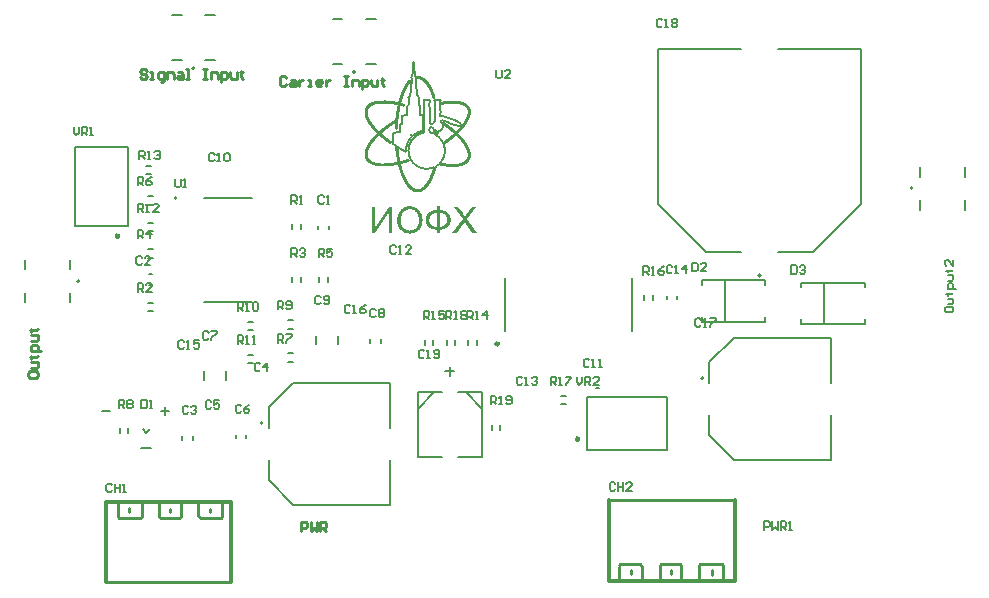
<source format=gto>
G04*
G04 #@! TF.GenerationSoftware,Altium Limited,Altium Designer,21.6.1 (37)*
G04*
G04 Layer_Color=65535*
%FSLAX44Y44*%
%MOMM*%
G71*
G04*
G04 #@! TF.SameCoordinates,4932F9C6-11AC-4B27-AC6D-AAE507F42B56*
G04*
G04*
G04 #@! TF.FilePolarity,Positive*
G04*
G01*
G75*
%ADD10C,0.2000*%
%ADD11C,0.3000*%
%ADD12C,0.1900*%
%ADD13C,0.2540*%
%ADD14C,0.3048*%
%ADD15C,0.1270*%
%ADD16C,0.1524*%
%ADD17C,0.1500*%
%ADD18C,0.1700*%
%ADD19C,0.2500*%
G36*
X478231Y202144D02*
X486619Y190389D01*
X482960D01*
X477292Y198355D01*
X477260Y198388D01*
X477195Y198485D01*
X477130Y198615D01*
X477001Y198776D01*
X476709Y199230D01*
X476385Y199716D01*
X476353Y199683D01*
X476256Y199554D01*
X476126Y199359D01*
X475964Y199100D01*
X475608Y198582D01*
X475446Y198355D01*
X475317Y198161D01*
X469649Y190389D01*
X466087D01*
X474734Y201982D01*
X467091Y212799D01*
X470621D01*
X474701Y207035D01*
Y207002D01*
X474766Y206970D01*
X474831Y206873D01*
X474928Y206743D01*
X475122Y206419D01*
X475414Y206031D01*
X475705Y205577D01*
X475997Y205124D01*
X476256Y204703D01*
X476483Y204314D01*
X476515Y204379D01*
X476612Y204508D01*
X476774Y204768D01*
X477001Y205091D01*
X477260Y205448D01*
X477584Y205901D01*
X477907Y206355D01*
X478296Y206840D01*
X482765Y212799D01*
X486004D01*
X478231Y202144D01*
D02*
G37*
G36*
X415340Y190389D02*
X412652D01*
Y208071D01*
X400702Y190389D01*
X397755D01*
Y212799D01*
X400443D01*
Y195020D01*
X412393Y212799D01*
X415340D01*
Y190389D01*
D02*
G37*
G36*
X455465Y210144D02*
X455659D01*
X455886Y210111D01*
X456177Y210079D01*
X456533Y210014D01*
X456954Y209949D01*
X457408Y209852D01*
X457926Y209722D01*
X458444Y209561D01*
X458995Y209399D01*
X459545Y209172D01*
X460096Y208913D01*
X460679Y208654D01*
X461197Y208298D01*
X461715Y207941D01*
X462201Y207520D01*
X462233Y207488D01*
X462298Y207423D01*
X462427Y207294D01*
X462589Y207099D01*
X462784Y206873D01*
X462978Y206614D01*
X463205Y206290D01*
X463464Y205933D01*
X463690Y205513D01*
X463917Y205059D01*
X464112Y204606D01*
X464306Y204088D01*
X464468Y203537D01*
X464597Y202954D01*
X464662Y202339D01*
X464694Y201691D01*
Y201659D01*
Y201529D01*
Y201367D01*
X464662Y201108D01*
X464630Y200817D01*
X464565Y200493D01*
X464500Y200104D01*
X464403Y199683D01*
X464273Y199262D01*
X464112Y198776D01*
X463917Y198291D01*
X463658Y197805D01*
X463399Y197319D01*
X463075Y196833D01*
X462687Y196348D01*
X462266Y195894D01*
X462233Y195862D01*
X462168Y195797D01*
X462006Y195667D01*
X461812Y195506D01*
X461586Y195344D01*
X461262Y195117D01*
X460938Y194890D01*
X460517Y194664D01*
X460063Y194437D01*
X459545Y194210D01*
X458995Y193983D01*
X458379Y193789D01*
X457732Y193595D01*
X457019Y193465D01*
X456274Y193336D01*
X455465Y193271D01*
Y190389D01*
X452680D01*
Y193271D01*
X452518D01*
X452291Y193303D01*
X452032Y193336D01*
X451676Y193368D01*
X451287Y193433D01*
X450834Y193530D01*
X450348Y193627D01*
X449830Y193757D01*
X449311Y193919D01*
X448761Y194113D01*
X448210Y194340D01*
X447627Y194599D01*
X447077Y194923D01*
X446559Y195279D01*
X446041Y195667D01*
X446008Y195700D01*
X445943Y195765D01*
X445814Y195894D01*
X445620Y196088D01*
X445425Y196315D01*
X445199Y196607D01*
X444972Y196930D01*
X444745Y197287D01*
X444486Y197708D01*
X444259Y198161D01*
X444033Y198647D01*
X443839Y199165D01*
X443677Y199748D01*
X443547Y200363D01*
X443450Y201011D01*
X443418Y201691D01*
Y201723D01*
Y201853D01*
X443450Y202047D01*
Y202306D01*
X443515Y202630D01*
X443547Y202986D01*
X443644Y203407D01*
X443741Y203861D01*
X443871Y204314D01*
X444065Y204800D01*
X444259Y205318D01*
X444519Y205804D01*
X444810Y206290D01*
X445166Y206775D01*
X445587Y207261D01*
X446041Y207682D01*
X446073Y207715D01*
X446170Y207779D01*
X446300Y207909D01*
X446526Y208039D01*
X446786Y208200D01*
X447077Y208395D01*
X447433Y208621D01*
X447854Y208848D01*
X448308Y209075D01*
X448826Y209269D01*
X449376Y209496D01*
X449959Y209690D01*
X450575Y209852D01*
X451255Y209982D01*
X451935Y210079D01*
X452680Y210144D01*
Y212993D01*
X455465D01*
Y210144D01*
D02*
G37*
G36*
X430561Y213155D02*
X430852D01*
X431144Y213123D01*
X431532Y213058D01*
X431921Y212993D01*
X432763Y212831D01*
X433734Y212572D01*
X434674Y212184D01*
X435159Y211957D01*
X435645Y211698D01*
X435677Y211666D01*
X435742Y211633D01*
X435872Y211536D01*
X436066Y211439D01*
X436260Y211277D01*
X436520Y211083D01*
X437070Y210629D01*
X437653Y210046D01*
X438301Y209334D01*
X438916Y208492D01*
X439434Y207553D01*
Y207520D01*
X439499Y207423D01*
X439564Y207294D01*
X439628Y207099D01*
X439758Y206840D01*
X439855Y206549D01*
X439985Y206192D01*
X440114Y205804D01*
X440211Y205383D01*
X440341Y204930D01*
X440470Y204411D01*
X440568Y203893D01*
X440697Y202760D01*
X440762Y201529D01*
Y201497D01*
Y201367D01*
Y201205D01*
X440729Y200946D01*
Y200655D01*
X440697Y200299D01*
X440632Y199910D01*
X440600Y199489D01*
X440438Y198550D01*
X440179Y197513D01*
X439823Y196477D01*
X439628Y195959D01*
X439369Y195441D01*
Y195408D01*
X439305Y195311D01*
X439240Y195182D01*
X439110Y194987D01*
X438981Y194761D01*
X438819Y194534D01*
X438365Y193919D01*
X437815Y193271D01*
X437167Y192591D01*
X436390Y191943D01*
X435483Y191360D01*
X435451D01*
X435386Y191295D01*
X435224Y191231D01*
X435030Y191133D01*
X434803Y191036D01*
X434544Y190939D01*
X434220Y190810D01*
X433864Y190680D01*
X433475Y190551D01*
X433054Y190421D01*
X432115Y190227D01*
X431111Y190065D01*
X430042Y190000D01*
X429719D01*
X429524Y190032D01*
X429233D01*
X428909Y190097D01*
X428553Y190130D01*
X428132Y190194D01*
X427257Y190389D01*
X426318Y190648D01*
X425347Y191036D01*
X424861Y191263D01*
X424375Y191522D01*
X424343Y191555D01*
X424278Y191587D01*
X424148Y191684D01*
X423954Y191814D01*
X423760Y191943D01*
X423533Y192137D01*
X422982Y192623D01*
X422367Y193206D01*
X421720Y193919D01*
X421137Y194728D01*
X420586Y195667D01*
Y195700D01*
X420521Y195797D01*
X420457Y195926D01*
X420392Y196121D01*
X420295Y196380D01*
X420197Y196671D01*
X420068Y196995D01*
X419971Y197351D01*
X419841Y197772D01*
X419712Y198193D01*
X419517Y199165D01*
X419388Y200169D01*
X419323Y201270D01*
Y201302D01*
Y201335D01*
Y201529D01*
X419355Y201821D01*
Y202209D01*
X419420Y202663D01*
X419485Y203213D01*
X419582Y203828D01*
X419712Y204476D01*
X419841Y205156D01*
X420036Y205869D01*
X420295Y206581D01*
X420586Y207326D01*
X420910Y208039D01*
X421331Y208751D01*
X421784Y209399D01*
X422303Y210014D01*
X422335Y210046D01*
X422432Y210144D01*
X422626Y210305D01*
X422853Y210500D01*
X423144Y210759D01*
X423501Y211018D01*
X423922Y211309D01*
X424408Y211601D01*
X424926Y211892D01*
X425509Y212184D01*
X426156Y212443D01*
X426836Y212702D01*
X427581Y212896D01*
X428358Y213058D01*
X429168Y213155D01*
X430042Y213188D01*
X430334D01*
X430561Y213155D01*
D02*
G37*
%LPC*%
G36*
X452680Y207585D02*
X452550D01*
X452421Y207553D01*
X452226D01*
X451967Y207520D01*
X451708Y207456D01*
X451060Y207326D01*
X450348Y207132D01*
X449603Y206840D01*
X448858Y206452D01*
X448502Y206192D01*
X448178Y205933D01*
X448146Y205901D01*
X448113Y205869D01*
X448016Y205772D01*
X447919Y205642D01*
X447789Y205512D01*
X447627Y205318D01*
X447466Y205091D01*
X447336Y204832D01*
X447012Y204217D01*
X446721Y203505D01*
X446526Y202663D01*
X446494Y202177D01*
X446462Y201691D01*
Y201659D01*
Y201562D01*
Y201432D01*
X446494Y201238D01*
X446526Y201011D01*
X446559Y200752D01*
X446688Y200169D01*
X446883Y199489D01*
X447174Y198776D01*
X447368Y198420D01*
X447595Y198064D01*
X447854Y197740D01*
X448146Y197449D01*
X448178D01*
X448210Y197384D01*
X448308Y197319D01*
X448470Y197222D01*
X448632Y197092D01*
X448826Y196963D01*
X449085Y196833D01*
X449344Y196671D01*
X449668Y196542D01*
X449992Y196380D01*
X450769Y196121D01*
X451676Y195926D01*
X452161Y195862D01*
X452680Y195829D01*
Y207585D01*
D02*
G37*
G36*
X455465Y207617D02*
Y195797D01*
X455594D01*
X455724Y195829D01*
X455951D01*
X456177Y195862D01*
X456469Y195926D01*
X457084Y196056D01*
X457829Y196250D01*
X458574Y196542D01*
X459286Y196930D01*
X459642Y197190D01*
X459966Y197449D01*
X459999Y197481D01*
X460031Y197513D01*
X460128Y197610D01*
X460225Y197740D01*
X460355Y197902D01*
X460484Y198096D01*
X460646Y198323D01*
X460808Y198550D01*
X461132Y199165D01*
X461391Y199910D01*
X461586Y200752D01*
X461618Y201205D01*
X461650Y201691D01*
Y201723D01*
Y201821D01*
Y201950D01*
X461618Y202144D01*
X461586Y202339D01*
X461553Y202598D01*
X461456Y203213D01*
X461262Y203893D01*
X460970Y204573D01*
X460776Y204930D01*
X460549Y205253D01*
X460290Y205577D01*
X459999Y205869D01*
X459966Y205901D01*
X459934Y205933D01*
X459837Y206031D01*
X459707Y206128D01*
X459545Y206225D01*
X459319Y206387D01*
X459092Y206516D01*
X458833Y206678D01*
X458509Y206840D01*
X458185Y206970D01*
X457796Y207132D01*
X457408Y207261D01*
X456501Y207488D01*
X455465Y207617D01*
D02*
G37*
G36*
X430042Y210629D02*
X429751D01*
X429524Y210597D01*
X429233Y210564D01*
X428941Y210500D01*
X428585Y210435D01*
X428196Y210370D01*
X427355Y210111D01*
X426901Y209917D01*
X426448Y209722D01*
X425962Y209463D01*
X425509Y209172D01*
X425055Y208848D01*
X424634Y208459D01*
X424602Y208427D01*
X424537Y208362D01*
X424440Y208233D01*
X424278Y208039D01*
X424116Y207812D01*
X423922Y207520D01*
X423727Y207164D01*
X423501Y206743D01*
X423306Y206290D01*
X423080Y205739D01*
X422885Y205156D01*
X422724Y204508D01*
X422561Y203796D01*
X422464Y202986D01*
X422400Y202144D01*
X422367Y201238D01*
Y201205D01*
Y201076D01*
Y200849D01*
X422400Y200557D01*
X422432Y200234D01*
X422497Y199845D01*
X422561Y199392D01*
X422626Y198938D01*
X422885Y197902D01*
X423080Y197384D01*
X423274Y196833D01*
X423533Y196315D01*
X423825Y195797D01*
X424148Y195311D01*
X424537Y194858D01*
X424569Y194825D01*
X424634Y194761D01*
X424764Y194631D01*
X424926Y194501D01*
X425152Y194307D01*
X425411Y194113D01*
X425703Y193919D01*
X426027Y193692D01*
X426415Y193465D01*
X426836Y193271D01*
X427290Y193077D01*
X427775Y192882D01*
X428294Y192753D01*
X428812Y192623D01*
X429395Y192558D01*
X430010Y192526D01*
X430172D01*
X430334Y192558D01*
X430561D01*
X430852Y192591D01*
X431176Y192656D01*
X431565Y192720D01*
X431953Y192817D01*
X432407Y192947D01*
X432828Y193109D01*
X433313Y193271D01*
X433767Y193498D01*
X434220Y193789D01*
X434674Y194081D01*
X435127Y194437D01*
X435548Y194858D01*
X435580Y194890D01*
X435645Y194955D01*
X435742Y195117D01*
X435904Y195311D01*
X436066Y195538D01*
X436228Y195829D01*
X436422Y196186D01*
X436649Y196574D01*
X436843Y197028D01*
X437038Y197546D01*
X437200Y198096D01*
X437394Y198679D01*
X437523Y199327D01*
X437621Y200039D01*
X437685Y200784D01*
X437718Y201562D01*
Y201594D01*
Y201691D01*
Y201821D01*
Y202015D01*
X437685Y202242D01*
Y202533D01*
X437653Y202824D01*
X437588Y203181D01*
X437491Y203926D01*
X437329Y204703D01*
X437102Y205545D01*
X436779Y206322D01*
Y206355D01*
X436746Y206419D01*
X436681Y206516D01*
X436617Y206646D01*
X436390Y207034D01*
X436099Y207488D01*
X435710Y208006D01*
X435224Y208524D01*
X434674Y209042D01*
X434058Y209496D01*
X434026D01*
X433993Y209561D01*
X433896Y209593D01*
X433734Y209690D01*
X433572Y209755D01*
X433378Y209852D01*
X432892Y210079D01*
X432309Y210273D01*
X431629Y210467D01*
X430852Y210597D01*
X430042Y210629D01*
D02*
G37*
%LPD*%
D10*
X305500Y29500D02*
G03*
X305500Y29500I-1000J0D01*
G01*
X855800Y228550D02*
G03*
X855800Y228550I-1000J0D01*
G01*
X678500Y67500D02*
G03*
X678500Y67500I-1000J0D01*
G01*
X727000Y154500D02*
G03*
X727000Y154500I-1000J0D01*
G01*
X383700Y326800D02*
G03*
X383700Y326800I-1000J0D01*
G01*
X247700Y329800D02*
G03*
X247700Y329800I-1000J0D01*
G01*
X150200Y149700D02*
G03*
X150200Y149700I-1000J0D01*
G01*
X232700Y220000D02*
G03*
X232700Y220000I-1000J0D01*
G01*
X861900Y238250D02*
Y246250D01*
Y210250D02*
Y218250D01*
X900000Y238250D02*
Y246250D01*
Y210250D02*
Y218250D01*
X486500Y96000D02*
Y100000D01*
X479500Y96000D02*
Y100000D01*
X449500Y96000D02*
Y100000D01*
X442500Y96000D02*
Y100000D01*
X628500Y134000D02*
Y138000D01*
X635500Y134000D02*
Y138000D01*
X558000Y52500D02*
X562000D01*
X558000Y45500D02*
X562000D01*
X461500Y96000D02*
Y100000D01*
X468500Y96000D02*
Y100000D01*
X499500Y24000D02*
Y28000D01*
X506500Y24000D02*
Y28000D01*
X207000Y247500D02*
X211000D01*
X207000Y240500D02*
X211000D01*
X393000Y372000D02*
X401000D01*
X365000D02*
X373000D01*
X393000Y333900D02*
X401000D01*
X365000D02*
X373000D01*
X257000Y375000D02*
X265000D01*
X229000D02*
X237000D01*
X257000Y336900D02*
X265000D01*
X229000D02*
X237000D01*
X104000Y160000D02*
Y168000D01*
Y132000D02*
Y140000D01*
X142100Y160000D02*
Y168000D01*
Y132000D02*
Y140000D01*
X330500Y194000D02*
Y198000D01*
X337500Y194000D02*
Y198000D01*
X208500Y124500D02*
X212500D01*
X208500Y131500D02*
X212500D01*
X330500Y149000D02*
Y153000D01*
X337500Y149000D02*
Y153000D01*
X208500Y176500D02*
X212500D01*
X208500Y169500D02*
X212500D01*
X360500Y149000D02*
Y153000D01*
X353500Y149000D02*
Y153000D01*
X208500Y221500D02*
X212500D01*
X208500Y214500D02*
X212500D01*
X327000Y116500D02*
X331000D01*
X327000Y109500D02*
X331000D01*
X327000Y81500D02*
X331000D01*
X327000Y88500D02*
X331000D01*
X293000Y108500D02*
X297000D01*
X293000Y115500D02*
X297000D01*
X293000Y80500D02*
X297000D01*
X293000Y87500D02*
X297000D01*
X208500Y192000D02*
X212500D01*
X208500Y199000D02*
X212500D01*
X202500Y8500D02*
X210750D01*
X203750Y24500D02*
X207000Y21250D01*
X210375Y24625D01*
X184500Y21000D02*
Y25000D01*
X191500Y21000D02*
Y25000D01*
D11*
X505080Y96610D02*
G03*
X505080Y96610I-1000J0D01*
G01*
X573000Y16000D02*
G03*
X573000Y16000I-1000J0D01*
G01*
X183400Y188000D02*
G03*
X183400Y188000I-1000J0D01*
G01*
D12*
X432284Y324828D02*
G03*
X432247Y324642I1881J-474D01*
G01*
X432284Y324828D02*
G03*
X432332Y325077I-2250J566D01*
G01*
X432332D02*
G03*
X432392Y325542I-23139J3196D01*
G01*
D02*
G03*
X432450Y326088I-25350J2985D01*
G01*
D02*
G03*
X432499Y326654I-29026J2784D01*
G01*
X432550Y327266D02*
G03*
X432499Y326654I41438J-3777D01*
G01*
X451614Y245441D02*
G03*
X451437Y244848I18743J-5898D01*
G01*
X473747Y299813D02*
G03*
X473968Y299761I2050J8257D01*
G01*
X473514Y299873D02*
G03*
X473747Y299813I2890J10640D01*
G01*
X473301Y299934D02*
G03*
X473514Y299873I2841J9609D01*
G01*
X473150Y299983D02*
G03*
X473301Y299934I919J2550D01*
G01*
X473150Y299983D02*
G03*
X472408Y300221I-3674J-10195D01*
G01*
D02*
G03*
X471709Y300383I-2120J-7543D01*
G01*
X471650Y301230D02*
G03*
X472058Y301162I3978J22875D01*
G01*
Y301162D02*
G03*
X472400Y301115I1724J11082D01*
G01*
X472738Y301059D02*
G03*
X472400Y301115I-891J-4399D01*
G01*
X473135Y300969D02*
G03*
X472738Y301059I-2176J-8685D01*
G01*
X473528Y300862D02*
G03*
X473135Y300969I-2564J-8563D01*
G01*
X473850Y300751D02*
G03*
X473528Y300862I-1589J-4119D01*
G01*
X474789Y267882D02*
G03*
X473394Y269562I-72759J-59048D01*
G01*
X472274Y283665D02*
G03*
X471839Y283977I-1894J-2183D01*
G01*
X472641Y283282D02*
G03*
X472274Y283665I-2232J-1766D01*
G01*
X472914Y282850D02*
G03*
X472641Y283282I-2201J-1093D01*
G01*
X473125Y282396D02*
G03*
X472914Y282850I-8407J-3618D01*
G01*
X473317Y281917D02*
G03*
X473125Y282396I-9721J-3622D01*
G01*
X473394Y269562D02*
G03*
X471971Y271200I-81136J-69042D01*
G01*
Y271200D02*
G03*
X471210Y271946I-5695J-5050D01*
G01*
X471531Y277818D02*
G03*
X472588Y278948I-93151J88082D01*
G01*
D02*
G03*
X473078Y279526I-6651J6139D01*
G01*
X473078D02*
G03*
X473324Y279907I-2013J1568D01*
G01*
X473324D02*
G03*
X473400Y280217I-590J310D01*
G01*
D02*
G03*
X473322Y280476I-469J0D01*
G01*
X473322D02*
G03*
X473111Y280662I-451J-299D01*
G01*
Y280662D02*
G03*
X472712Y280796I-683J-1378D01*
G01*
Y280796D02*
G03*
X472015Y280904I-2009J-10691D01*
G01*
X471539Y280975D02*
G03*
X472015Y280904I1520J8517D01*
G01*
X473466Y281488D02*
G03*
X473317Y281917I-10473J-3418D01*
G01*
X473500Y281278D02*
G03*
X473466Y281488I-677J-0D01*
G01*
X473500Y281278D02*
G03*
X473541Y281153I211J0D01*
G01*
D02*
G03*
X473666Y281027I509J377D01*
G01*
X473666D02*
G03*
X473831Y280932I436J571D01*
G01*
X473829Y278868D02*
G03*
X473408Y278413I44988J-41981D01*
G01*
D02*
G03*
X472967Y277926I51814J-47386D01*
G01*
D02*
G03*
X472450Y277347I101324J-90936D01*
G01*
X472119Y276983D02*
G03*
X472450Y277347I-14674J13676D01*
G01*
X471698Y276537D02*
G03*
X472119Y276983I-34669J33149D01*
G01*
X472180Y272438D02*
G03*
X471798Y272842I-20975J-19434D01*
G01*
X472441Y272140D02*
G03*
X472180Y272438I-5843J-4875D01*
G01*
X472441Y272140D02*
G03*
X473004Y271476I42560J35506D01*
G01*
Y271476D02*
G03*
X473966Y270363I308857J266010D01*
G01*
X471632Y248447D02*
G03*
X471963Y248509I-495J3553D01*
G01*
Y248509D02*
G03*
X472274Y248600I-706J2984D01*
G01*
X472503Y248677D02*
G03*
X472274Y248600I2397J-7548D01*
G01*
X472721Y248741D02*
G03*
X472503Y248677I1660J-5979D01*
G01*
X472906Y248790D02*
G03*
X472721Y248741I1402J-5761D01*
G01*
X472996Y248801D02*
G03*
X472906Y248790I2J-391D01*
G01*
X472996Y248801D02*
G03*
X473075Y248811I-1J316D01*
G01*
Y248811D02*
G03*
X473190Y248846I-406J1554D01*
G01*
D02*
G03*
X473318Y248895I-601J1752D01*
G01*
D02*
G03*
X473441Y248953I-701J1638D01*
G01*
X473598Y249022D02*
G03*
X473441Y248953I427J-1190D01*
G01*
X473848Y249106D02*
G03*
X473598Y249022I2000J-6345D01*
G01*
X473561Y248036D02*
G03*
X473983Y248174I-2204J7474D01*
G01*
X473091Y247908D02*
G03*
X473561Y248036I-2681J10809D01*
G01*
X472646Y247808D02*
G03*
X473091Y247908I-2036J10105D01*
G01*
X472305Y247757D02*
G03*
X472646Y247808I-336J3413D01*
G01*
X472305Y247757D02*
G03*
X471994Y247718I567J-5754D01*
G01*
Y247718D02*
G03*
X471649Y247658I1375J-8957D01*
G01*
X432686Y328599D02*
G03*
X432616Y327948I61161J-6883D01*
G01*
X432748Y329100D02*
G03*
X432686Y328599I22001J-2983D01*
G01*
X432748Y329100D02*
G03*
X432807Y329632I-10758J1459D01*
G01*
X432807D02*
G03*
X432866Y330400I-44439J3807D01*
G01*
D02*
G03*
X432916Y331246I-49361J3372D01*
G01*
X433159Y334884D02*
G03*
X433113Y334625I5980J-1194D01*
G01*
X432916Y331246D02*
G03*
X432949Y332050I-40268J2060D01*
G01*
X432980Y332827D02*
G03*
X432949Y332050I49131J-2307D01*
G01*
X433022Y333590D02*
G03*
X432980Y332827I45857J-2918D01*
G01*
X433069Y334248D02*
G03*
X433022Y333590I41234J-3286D01*
G01*
X433113Y334625D02*
G03*
X433069Y334248I5042J-782D01*
G01*
X432616Y327948D02*
G03*
X432550Y327266I64844J-6600D01*
G01*
X431661Y322766D02*
G03*
X431484Y322582I4521J-4521D01*
G01*
X431661Y322766D02*
G03*
X431976Y323125I-2612J2612D01*
G01*
D02*
G03*
X432168Y323453I-1195J920D01*
G01*
X432168D02*
G03*
X432250Y323773I-1000J427D01*
G01*
X432250D02*
G03*
X432233Y324108I-1133J111D01*
G01*
X432219Y324249D02*
G03*
X432233Y324108I759J8D01*
G01*
X432224Y324439D02*
G03*
X432219Y324249I2359J-166D01*
G01*
X432247Y324642D02*
G03*
X432224Y324439I2571J-385D01*
G01*
X431215Y314470D02*
G03*
X431261Y315039I-28209J2546D01*
G01*
D02*
G03*
X431294Y315600I-26548J1858D01*
G01*
X431332Y316202D02*
G03*
X431294Y315600I21024J-1630D01*
G01*
X431383Y316693D02*
G03*
X431332Y316202I9410J-1224D01*
G01*
X431444Y317072D02*
G03*
X431383Y316693I6339J-1212D01*
G01*
X431515Y317300D02*
G03*
X431444Y317072I957J-425D01*
G01*
X431515Y317300D02*
G03*
X431594Y317571I-966J428D01*
G01*
D02*
G03*
X431636Y317978I-4386J660D01*
G01*
X431636D02*
G03*
X431655Y318603I-11424J654D01*
G01*
D02*
G03*
X431651Y319678I-89754J228D01*
G01*
X431651D02*
G03*
X431634Y320951I-169316J-1599D01*
G01*
D02*
G03*
X431604Y321446I-5630J-96D01*
G01*
D02*
G03*
X431540Y321719I-1130J-119D01*
G01*
Y321719D02*
G03*
X431416Y321907I-455J-167D01*
G01*
X431333Y321991D02*
G03*
X431416Y321907I979J877D01*
G01*
X431263Y322078D02*
G03*
X431333Y321991I847J610D01*
G01*
X431213Y322156D02*
G03*
X431263Y322078I746J423D01*
G01*
X431335Y322412D02*
G03*
X431220Y322265I3555J-2927D01*
G01*
X431484Y322582D02*
G03*
X431335Y322412I2941J-2716D01*
G01*
X452167Y303016D02*
G03*
X450936Y303003I-112J-46547D01*
G01*
X454074Y303004D02*
G03*
X452167Y303016I-2508J-250922D01*
G01*
X412656Y300583D02*
G03*
X413160Y300548I1282J14835D01*
G01*
X412128Y300636D02*
G03*
X412656Y300583I2099J18133D01*
G01*
X411650Y300699D02*
G03*
X412128Y300636I2368J16257D01*
G01*
X411319Y300761D02*
G03*
X411650Y300699I914J3940D01*
G01*
X411319Y300761D02*
G03*
X410267Y300889I-1121J-4834D01*
G01*
X410655Y301633D02*
G03*
X411166Y301589I1575J15390D01*
G01*
Y301589D02*
G03*
X411750Y301555I1786J25907D01*
G01*
X412372Y301519D02*
G03*
X411750Y301555I-1772J-24795D01*
G01*
X413000Y301466D02*
G03*
X412372Y301519I-2488J-25964D01*
G01*
X431132Y267930D02*
G03*
X431288Y268250I-7852J4040D01*
G01*
X431375Y268417D02*
G03*
X431288Y268250I1856J-1069D01*
G01*
X431482Y268589D02*
G03*
X431375Y268417I2352J-1588D01*
G01*
X431592Y268740D02*
G03*
X431482Y268589I2024J-1593D01*
G01*
X431687Y268841D02*
G03*
X431592Y268740I530J-592D01*
G01*
X431687Y268841D02*
G03*
X431768Y268922I-732J818D01*
G01*
D02*
G03*
X431837Y269007I-684J620D01*
G01*
D02*
G03*
X431886Y269086I-608J432D01*
G01*
D02*
G03*
X431900Y269141I-102J55D01*
G01*
X431921Y269206D02*
G03*
X431900Y269141I94J-65D01*
G01*
X432036Y269365D02*
G03*
X431921Y269206I3699J-2824D01*
G01*
X432186Y269550D02*
G03*
X432036Y269365I3173J-2721D01*
G01*
X411045Y269585D02*
G03*
X411200Y269490I1018J1475D01*
G01*
X411375Y269383D02*
G03*
X411200Y269490I-1225J-1805D01*
G01*
X411623Y269209D02*
G03*
X411375Y269383I-5877J-8125D01*
G01*
X411895Y269006D02*
G03*
X411623Y269209I-6855J-8900D01*
G01*
X412150Y268802D02*
G03*
X411895Y269006I-6204J-7519D01*
G01*
X412150Y268802D02*
G03*
X412417Y268591I5532J6706D01*
G01*
X412417D02*
G03*
X412724Y268363I8300J10903D01*
G01*
D02*
G03*
X413024Y268155I7557J10525D01*
G01*
X412100Y267647D02*
G03*
X412423Y267386I1853J1959D01*
G01*
X412100Y267647D02*
G03*
X411950Y267779I-1847J-1952D01*
G01*
X411950Y267779D02*
G03*
X411790Y267900I-1758J-2158D01*
G01*
X411790D02*
G03*
X411642Y267996I-1387J-1979D01*
G01*
D02*
G03*
X411536Y268042I-240J-401D01*
G01*
X411435Y268084D02*
G03*
X411536Y268042I254J470D01*
G01*
X411306Y268161D02*
G03*
X411435Y268084I1022J1573D01*
G01*
X411171Y268256D02*
G03*
X411306Y268161I1277J1663D01*
G01*
X411052Y268357D02*
G03*
X411171Y268256I1144J1235D01*
G01*
X411052Y268357D02*
G03*
X410929Y268465I-2176J-2349D01*
G01*
X451670Y275924D02*
G03*
X451526Y276028I-1065J-1326D01*
G01*
X451790Y275813D02*
G03*
X451670Y275924I-860J-812D01*
G01*
X451790Y275813D02*
G03*
X452043Y275577I1966J1854D01*
G01*
D02*
G03*
X452245Y275473I341J416D01*
G01*
D02*
G03*
X452423Y275483I74J276D01*
G01*
Y275483D02*
G03*
X452597Y275597I-183J471D01*
G01*
D02*
G03*
X452751Y275823I-525J525D01*
G01*
D02*
G03*
X452851Y276139I-1424J625D01*
G01*
X452851D02*
G03*
X452880Y276448I-1396J283D01*
G01*
D02*
G03*
X452808Y276640I-310J-5D01*
G01*
Y276640D02*
G03*
X452736Y276700I-200J-166D01*
G01*
D02*
G03*
X452599Y276770I-823J-1459D01*
G01*
D02*
G03*
X452432Y276836I-811J-1806D01*
G01*
D02*
G03*
X452255Y276888I-707J-2056D01*
G01*
X452066Y276949D02*
G03*
X452255Y276888I582J1499D01*
G01*
X451859Y277039D02*
G03*
X452066Y276949I1175J2401D01*
G01*
X451666Y277144D02*
G03*
X451859Y277039I1322J2203D01*
G01*
X451521Y277247D02*
G03*
X451666Y277144I720J856D01*
G01*
X453566Y274361D02*
G03*
X453425Y274285I3559J-6717D01*
G01*
D02*
G03*
X453263Y274193I6731J-12078D01*
G01*
D02*
G03*
X453106Y274101I6726J-11700D01*
G01*
D02*
G03*
X452979Y274024I2997J-5052D01*
G01*
X452807Y273927D02*
G03*
X452979Y274024I-872J1762D01*
G01*
X452708Y273912D02*
G03*
X452807Y273927I26J163D01*
G01*
X452609Y273956D02*
G03*
X452708Y273912I131J162D01*
G01*
X452429Y274111D02*
G03*
X452609Y273956I2502J2725D01*
G01*
X452429Y274111D02*
G03*
X452191Y274284I-871J-949D01*
G01*
D02*
G03*
X451800Y274486I-2973J-5272D01*
G01*
D02*
G03*
X451403Y274658I-2837J-6016D01*
G01*
X451303Y273808D02*
G03*
X451637Y273692I927J2132D01*
G01*
X451817Y273630D02*
G03*
X451637Y273692I-510J-1189D01*
G01*
X452017Y273533D02*
G03*
X451817Y273630I-1140J-2092D01*
G01*
X452205Y273419D02*
G03*
X452017Y273533I-1316J-1955D01*
G01*
X452350Y273304D02*
G03*
X452205Y273419I-801J-860D01*
G01*
X452350Y273304D02*
G03*
X452483Y273187I1864J2001D01*
G01*
X452483D02*
G03*
X452635Y273069I2441J2985D01*
G01*
X452635Y273069D02*
G03*
X452783Y272966I2110J2861D01*
G01*
Y272966D02*
G03*
X452900Y272898I635J959D01*
G01*
X453353Y272602D02*
G03*
X452900Y272898I-1551J-1882D01*
G01*
X454238Y271851D02*
G03*
X453353Y272602I-26692J-30553D01*
G01*
X432364Y269749D02*
G03*
X432186Y269550I4789J-4460D01*
G01*
X432364Y269749D02*
G03*
X432561Y269968I-5737J5343D01*
G01*
X432561D02*
G03*
X432767Y270214I-8379J7236D01*
G01*
X432767D02*
G03*
X432952Y270449I-7928J6456D01*
G01*
D02*
G03*
X433082Y270630I-2550J1954D01*
G01*
X433200Y270788D02*
G03*
X433082Y270630I1306J-1099D01*
G01*
X432874Y273086D02*
G03*
X433197Y273339I-40782J52394D01*
G01*
X432874Y273086D02*
G03*
X432249Y272555I5794J-7443D01*
G01*
X432249Y272555D02*
G03*
X431611Y271921I9267J-9979D01*
G01*
X431611D02*
G03*
X430926Y271153I13164J-12420D01*
G01*
X412234Y281912D02*
G03*
X412384Y282021I-1559J2313D01*
G01*
D02*
G03*
X412504Y282125I-907J1170D01*
G01*
X412620Y282228D02*
G03*
X412504Y282125I1329J-1605D01*
G01*
X412760Y282338D02*
G03*
X412620Y282228I2116J-2835D01*
G01*
X412901Y282438D02*
G03*
X412760Y282338I1895J-2828D01*
G01*
X410906Y280975D02*
G03*
X411090Y281105I-3267J4825D01*
G01*
D02*
G03*
X411268Y281241I-3316J4511D01*
G01*
D02*
G03*
X411417Y281364I-3096J3877D01*
G01*
X411417Y281365D02*
G03*
X411498Y281447I-460J532D01*
G01*
X411572Y281520D02*
G03*
X411498Y281447I319J-398D01*
G01*
X411684Y281603D02*
G03*
X411572Y281520I936J-1393D01*
G01*
X411814Y281682D02*
G03*
X411684Y281603I910J-1626D01*
G01*
X411942Y281746D02*
G03*
X411814Y281682I578J-1326D01*
G01*
X411942Y281746D02*
G03*
X412078Y281815I-531J1217D01*
G01*
D02*
G03*
X412234Y281912I-1386J2385D01*
G01*
X412806Y281139D02*
G03*
X413044Y281320I-6001J8180D01*
G01*
X412553Y280960D02*
G03*
X412806Y281140I-6031J8746D01*
G01*
X412325Y280809D02*
G03*
X412553Y280960I-3433J5459D01*
G01*
X412325Y280809D02*
G03*
X412124Y280677I3415J-5431D01*
G01*
X412124D02*
G03*
X411954Y280555I2085J-3055D01*
G01*
X411954D02*
G03*
X411819Y280447I2968J-3860D01*
G01*
D02*
G03*
X411800Y280406I34J-41D01*
G01*
X411786Y280371D02*
G03*
X411800Y280406I-37J35D01*
G01*
X411734Y280323D02*
G03*
X411786Y280371I-304J387D01*
G01*
X411661Y280274D02*
G03*
X411734Y280323I-331J563D01*
G01*
X411575Y280229D02*
G03*
X411661Y280274I-403J878D01*
G01*
X411575Y280229D02*
G03*
X411368Y280112I584J-1271D01*
G01*
X411368Y280112D02*
G03*
X411060Y279890I4707J-6871D01*
G01*
X411060Y279890D02*
G03*
X410627Y279552I10289J-13641D01*
G01*
X410867Y269716D02*
G03*
X411045Y269585I2350J3018D01*
G01*
X412423Y267386D02*
G03*
X412874Y267099I4123J5980D01*
G01*
X453439Y247723D02*
G03*
X453581Y247820I-1098J1769D01*
G01*
X453357Y247700D02*
G03*
X453439Y247723I0J154D01*
G01*
X453357Y247700D02*
G03*
X453129Y247619I-0J-361D01*
G01*
D02*
G03*
X452659Y247211I6509J-7990D01*
G01*
X410501Y248497D02*
G03*
X411375Y248542I-3689J80462D01*
G01*
Y248542D02*
G03*
X411650Y248585I-80J1414D01*
G01*
X411872Y248632D02*
G03*
X411650Y248585I409J-2478D01*
G01*
X412252Y248691D02*
G03*
X411872Y248632I2660J-18498D01*
G01*
X412692Y248749D02*
G03*
X412252Y248691I2533J-20728D01*
G01*
X413138Y248799D02*
G03*
X412692Y248749I2198J-21686D01*
G01*
X412325Y247822D02*
G03*
X413062Y247864I-3215J64183D01*
G01*
X411448Y247784D02*
G03*
X412325Y247822I-2367J64784D01*
G01*
X410512Y247755D02*
G03*
X411448Y247784I-2116J83617D01*
G01*
X452659Y247211D02*
G03*
X452214Y246767I5329J-5789D01*
G01*
X452214Y246767D02*
G03*
X451985Y246437I1039J-962D01*
G01*
X451985D02*
G03*
X451815Y246038I3313J-1652D01*
G01*
D02*
G03*
X451614Y245441I14698J-5284D01*
G01*
X433054Y249629D02*
G03*
X433158Y249523I971J846D01*
G01*
X432987Y249726D02*
G03*
X433054Y249629I452J239D01*
G01*
X432988Y249726D02*
G03*
X432910Y249849I-854J-451D01*
G01*
X432910D02*
G03*
X432747Y250064I-8038J-5942D01*
G01*
D02*
G03*
X432548Y250311I-8609J-6731D01*
G01*
X432548D02*
G03*
X432335Y250561I-9728J-8073D01*
G01*
X432130Y250800D02*
G03*
X432335Y250561I11926J10013D01*
G01*
X431957Y251012D02*
G03*
X432130Y250800I6992J5514D01*
G01*
X431815Y251195D02*
G03*
X431957Y251012I13222J10132D01*
G01*
X431800Y251239D02*
G03*
X431815Y251195I72J0D01*
G01*
X431800Y251239D02*
G03*
X431787Y251285I-87J0D01*
G01*
D02*
G03*
X431638Y251522I-27785J-17239D01*
G01*
X431638D02*
G03*
X431461Y251796I-12445J-7869D01*
G01*
X431461D02*
G03*
X431250Y252109I-21701J-14403D01*
G01*
X392472Y256351D02*
G03*
X392591Y255817I1016J-54D01*
G01*
X392582Y257831D02*
G03*
X392472Y256351I35026J-3343D01*
G01*
X430286Y229998D02*
G03*
X431693Y228581I43615J41883D01*
G01*
X431693Y228581D02*
G03*
X432350Y228144I1493J1531D01*
G01*
X432494Y228074D02*
G03*
X432350Y228144I-771J-1407D01*
G01*
X432685Y227964D02*
G03*
X432494Y228074I-2862J-4763D01*
G01*
X432887Y227838D02*
G03*
X432685Y227964I-3341J-5099D01*
G01*
X433070Y227712D02*
G03*
X432887Y227838I-2698J-3711D01*
G01*
X433070Y227712D02*
G03*
X433251Y227590I1700J2339D01*
G01*
X432188Y227100D02*
G03*
X432391Y226947I3521J4455D01*
G01*
X432188Y227100D02*
G03*
X431987Y227253I-4383J-5544D01*
G01*
D02*
G03*
X431801Y227383I-2684J-3658D01*
G01*
X431801D02*
G03*
X431643Y227483I-2887J-4375D01*
G01*
X431643D02*
G03*
X431582Y227500I-61J-101D01*
G01*
X431454Y227544D02*
G03*
X431582Y227500I128J163D01*
G01*
X431015Y227897D02*
G03*
X431454Y227544I16952J20640D01*
G01*
X433177Y226578D02*
G03*
X432907Y226682I-6331J-15961D01*
G01*
X432907D02*
G03*
X432822Y226698I-88J-233D01*
G01*
X432747Y226719D02*
G03*
X432822Y226698I77J136D01*
G01*
X432583Y226817D02*
G03*
X432747Y226719I2102J3318D01*
G01*
X432391Y226947D02*
G03*
X432583Y226817I2276J3160D01*
G01*
X477860Y284227D02*
G03*
X477612Y283862I141397J-96397D01*
G01*
X476920Y284574D02*
G03*
X477889Y286271I-35740J21536D01*
G01*
X478740Y285782D02*
G03*
X479235Y286800I-131664J64588D01*
G01*
X478408Y285128D02*
G03*
X478740Y285782I-24264J12718D01*
G01*
X478161Y284679D02*
G03*
X478408Y285128I-11021J6355D01*
G01*
X477961Y284370D02*
G03*
X478161Y284679I-2854J2071D01*
G01*
X477961Y284370D02*
G03*
X477860Y284227I4800J-3483D01*
G01*
X479269Y262591D02*
G03*
X478628Y263825I-8877J-3829D01*
G01*
X477527Y263811D02*
G03*
X477618Y263650I28079J15702D01*
G01*
X477485Y265832D02*
G03*
X477575Y265667I3113J1578D01*
G01*
D02*
G03*
X477668Y265516I2394J1380D01*
G01*
X477668Y265516D02*
G03*
X477754Y265395I2073J1380D01*
G01*
X477754Y265395D02*
G03*
X477810Y265344I164J124D01*
G01*
X477866Y265289D02*
G03*
X477810Y265344I-151J-98D01*
G01*
X477959Y265137D02*
G03*
X477866Y265289I-2979J-1720D01*
G01*
X478061Y264948D02*
G03*
X477959Y265137I-3198J-1598D01*
G01*
X478160Y264737D02*
G03*
X478061Y264948I-4536J-2006D01*
G01*
X478160Y264737D02*
G03*
X478268Y264504I7001J3096D01*
G01*
D02*
G03*
X478395Y264248I10666J5152D01*
G01*
D02*
G03*
X478523Y264007I9925J5093D01*
G01*
D02*
G03*
X478628Y263825I3504J1908D01*
G01*
X476138Y283450D02*
G03*
X476920Y284574I-8177J6523D01*
G01*
X477384Y264067D02*
G03*
X477527Y263811I169545J94468D01*
G01*
X477221Y264360D02*
G03*
X477384Y264067I190021J105478D01*
G01*
X477060Y264650D02*
G03*
X477221Y264360I183156J101295D01*
G01*
X477060Y264650D02*
G03*
X476896Y264936I-8626J-4770D01*
G01*
Y264936D02*
G03*
X476721Y265218I-8560J-5116D01*
G01*
D02*
G03*
X476560Y265459I-7432J-4784D01*
G01*
Y265459D02*
G03*
X476449Y265600I-1168J-807D01*
G01*
X476325Y265751D02*
G03*
X476449Y265600I1676J1242D01*
G01*
X458871Y285411D02*
G03*
X458635Y285579I-1544J-1921D01*
G01*
Y285579D02*
G03*
X458427Y285678I-531J-847D01*
G01*
X458427D02*
G03*
X458181Y285736I-414J-1213D01*
G01*
X458181D02*
G03*
X457813Y285772I-741J-5592D01*
G01*
X459086Y285259D02*
G03*
X459298Y285152I746J1207D01*
G01*
X458871Y285411D02*
G03*
X459086Y285259I1344J1672D01*
G01*
X458759Y265915D02*
G03*
X458718Y265709I254J-157D01*
G01*
D02*
G03*
X458835Y265084I14257J2330D01*
G01*
D02*
G03*
X459007Y264375I10858J2269D01*
G01*
X459007D02*
G03*
X459227Y263673I11019J3071D01*
G01*
X461185Y284583D02*
G03*
X461517Y284437I5507J11991D01*
G01*
X461185Y284583D02*
G03*
X460826Y284735I-2572J-5600D01*
G01*
D02*
G03*
X460436Y284873I-2789J-7250D01*
G01*
Y284873D02*
G03*
X460073Y284980I-2162J-6655D01*
G01*
D02*
G03*
X459807Y285031I-487J-1833D01*
G01*
X459530Y285079D02*
G03*
X459807Y285031I587J2583D01*
G01*
X459298Y285152D02*
G03*
X459530Y285079I564J1389D01*
G01*
X462929Y284003D02*
G03*
X462551Y284149I-912J-1789D01*
G01*
Y284149D02*
G03*
X462185Y284200I-371J-1343D01*
G01*
X462081Y284217D02*
G03*
X462185Y284200I104J296D01*
G01*
X461823Y284312D02*
G03*
X462081Y284217I3579J9319D01*
G01*
X461517Y284437D02*
G03*
X461823Y284312I3565J8360D01*
G01*
X467556Y286149D02*
G03*
X467862Y285971I2069J3209D01*
G01*
X467862Y285971D02*
G03*
X468151Y285836I1693J3252D01*
G01*
X468151D02*
G03*
X468333Y285800I182J439D01*
G01*
X468405Y285779D02*
G03*
X468333Y285800I-72J-110D01*
G01*
X468511Y285699D02*
G03*
X468405Y285779I-698J-824D01*
G01*
X468627Y285588D02*
G03*
X468511Y285699I-989J-920D01*
G01*
X468738Y285457D02*
G03*
X468627Y285588I-1402J-1069D01*
G01*
X468738Y285457D02*
G03*
X468901Y285272I1414J1079D01*
G01*
Y285272D02*
G03*
X469052Y285163I418J422D01*
G01*
Y285163D02*
G03*
X469246Y285096I349J696D01*
G01*
D02*
G03*
X469561Y285044I834J4104D01*
G01*
X469844Y284995D02*
G03*
X469561Y285044I-661J-2976D01*
G01*
X470070Y284925D02*
G03*
X469844Y284995I-539J-1337D01*
G01*
X470266Y284825D02*
G03*
X470070Y284925I-645J-1014D01*
G01*
X470452Y284685D02*
G03*
X470266Y284825I-998J-1137D01*
G01*
X470452Y284685D02*
G03*
X470619Y284560I881J1003D01*
G01*
D02*
G03*
X470856Y284422I2060J3258D01*
G01*
Y284422D02*
G03*
X471117Y284293I1971J3672D01*
G01*
Y284293D02*
G03*
X471364Y284195I1194J2652D01*
G01*
X471839Y283977D02*
G03*
X471364Y284195I-1336J-2283D01*
G01*
X456725Y285315D02*
G03*
X456562Y285109I2980J-2525D01*
G01*
D02*
G03*
X456425Y284906I2407J-1776D01*
G01*
D02*
G03*
X456325Y284728I2224J-1375D01*
G01*
Y284728D02*
G03*
X456300Y284627I197J-101D01*
G01*
D02*
G03*
X456324Y284529I211J0D01*
G01*
D02*
G03*
X456418Y284369I1766J929D01*
G01*
D02*
G03*
X456548Y284189I1980J1290D01*
G01*
D02*
G03*
X456702Y284010I2339J1859D01*
G01*
X434054Y327150D02*
G03*
X434091Y326666I13473J769D01*
G01*
X434091D02*
G03*
X434143Y326203I11346J1059D01*
G01*
D02*
G03*
X434204Y325813I10302J1388D01*
G01*
D02*
G03*
X434262Y325613I946J164D01*
G01*
X434321Y325405D02*
G03*
X434262Y325613I-963J-163D01*
G01*
X434364Y325084D02*
G03*
X434321Y325405I-4606J-453D01*
G01*
X434391Y324682D02*
G03*
X434364Y325084I-6621J-246D01*
G01*
X437589Y302450D02*
G03*
X437637Y304615I-217018J5941D01*
G01*
X436492Y306528D02*
G03*
X436965Y306122I3439J3528D01*
G01*
X437398Y305707D02*
G03*
X436965Y306122I-1967J-1622D01*
G01*
X437586Y305296D02*
G03*
X437397Y305707I-865J-147D01*
G01*
X437637Y304615D02*
G03*
X437586Y305296I-3683J64D01*
G01*
X441968Y289327D02*
G03*
X441955Y285700I1289720J-6447D01*
G01*
X446895Y289732D02*
G03*
X446902Y285341I1051493J-590D01*
G01*
X450656Y306176D02*
G03*
X450587Y306450I-7396J-1707D01*
G01*
X450712Y305909D02*
G03*
X450656Y306176I-6585J-1240D01*
G01*
X450782Y305503D02*
G03*
X450712Y305909I-13850J-2188D01*
G01*
X450784Y305330D02*
G03*
X450782Y305503I-594J79D01*
G01*
X450732Y305211D02*
G03*
X450784Y305330I-184J150D01*
G01*
X450601Y305081D02*
G03*
X450732Y305211I-572J706D01*
G01*
X450408Y304955D02*
G03*
X450601Y305081I-497J978D01*
G01*
X450265Y304942D02*
G03*
X450408Y304955I55J185D01*
G01*
X450141Y305032D02*
G03*
X450265Y304942I191J132D01*
G01*
X450009Y305258D02*
G03*
X450141Y305032I1499J725D01*
G01*
X450009Y305258D02*
G03*
X449947Y305384I-42287J-20449D01*
G01*
D02*
G03*
X449880Y305522I-60570J-29520D01*
G01*
D02*
G03*
X449816Y305651I-56112J-27507D01*
G01*
X449816D02*
G03*
X449769Y305748I-17763J-8760D01*
G01*
X449722Y305854D02*
G03*
X449769Y305748I1114J428D01*
G01*
X449661Y306020D02*
G03*
X449722Y305854I5901J2075D01*
G01*
X449597Y306210D02*
G03*
X449661Y306020I6704J2146D01*
G01*
X449540Y306398D02*
G03*
X449597Y306210I6220J1784D01*
G01*
X440900Y283834D02*
G03*
X440896Y286125I-600862J0D01*
G01*
X446902Y285341D02*
G03*
X446959Y283898I20307J73D01*
G01*
X450535Y284170D02*
G03*
X450414Y284055I534J-679D01*
G01*
X450535Y284170D02*
G03*
X450642Y284272I-497J632D01*
G01*
D02*
G03*
X450766Y284425I-1904J1673D01*
G01*
D02*
G03*
X450887Y284600I-2231J1672D01*
G01*
D02*
G03*
X450986Y284772I-1760J1120D01*
G01*
X450986D02*
G03*
X451113Y285184I-1119J571D01*
G01*
X451113D02*
G03*
X451169Y285874I-7545J963D01*
G01*
X451169D02*
G03*
X451194Y287158I-39390J1416D01*
G01*
X440439Y245279D02*
G03*
X441219Y245197I3100J25582D01*
G01*
X439954Y245366D02*
G03*
X440439Y245279I1007J4219D01*
G01*
X439580Y245489D02*
G03*
X439954Y245366I934J2221D01*
G01*
X450906Y243054D02*
G03*
X451041Y243505I-19013J5939D01*
G01*
X450118Y243684D02*
G03*
X450052Y243450I7289J-2203D01*
G01*
X450210Y243979D02*
G03*
X450118Y243684I18535J-5926D01*
G01*
X450310Y244284D02*
G03*
X450210Y243979I19272J-6499D01*
G01*
X450403Y244550D02*
G03*
X450310Y244284I11493J-4174D01*
G01*
X450403Y244550D02*
G03*
X450590Y245132I-7453J2706D01*
G01*
X450590D02*
G03*
X450673Y245583I-2491J693D01*
G01*
X448787Y245359D02*
G03*
X449018Y245454I-427J1384D01*
G01*
X448514Y245297D02*
G03*
X448787Y245359I-291J1890D01*
G01*
X448150Y245253D02*
G03*
X448514Y245297I-475J5489D01*
G01*
X448150Y245253D02*
G03*
X447165Y245156I3569J-41228D01*
G01*
D02*
G03*
X446323Y245047I2480J-22400D01*
G01*
D02*
G03*
X445605Y244923I2451J-16446D01*
G01*
D02*
G03*
X445000Y244783I1676J-8629D01*
G01*
X444336Y244658D02*
G03*
X445000Y244783I-491J4424D01*
G01*
X443675Y244639D02*
G03*
X444336Y244658I209J4095D01*
G01*
X443080Y244722D02*
G03*
X443675Y244639I770J3347D01*
G01*
X442619Y244905D02*
G03*
X443080Y244722I825J1401D01*
G01*
X442619Y244905D02*
G03*
X442408Y244999I-517J-878D01*
G01*
D02*
G03*
X442111Y245077I-924J-2934D01*
G01*
D02*
G03*
X441723Y245142I-1030J-4945D01*
G01*
D02*
G03*
X441219Y245197I-1732J-13520D01*
G01*
X451437Y244848D02*
G03*
X451400Y244577I969J-272D01*
G01*
X451392Y244489D02*
G03*
X451400Y244577I-473J88D01*
G01*
X451366Y244380D02*
G03*
X451392Y244489I-1165J331D01*
G01*
X451329Y244269D02*
G03*
X451366Y244380I-1203J463D01*
G01*
X451286Y244173D02*
G03*
X451329Y244269I-747J400D01*
G01*
X451286Y244173D02*
G03*
X451233Y244060I1033J-553D01*
G01*
D02*
G03*
X451166Y243888I4987J-2022D01*
G01*
D02*
G03*
X451099Y243694I5668J-2075D01*
G01*
D02*
G03*
X451041Y243505I4992J-1637D01*
G01*
X418383Y284258D02*
G03*
X418347Y283350I46896J-2358D01*
G01*
X418438Y285168D02*
G03*
X418383Y284258I47350J-3293D01*
G01*
X418501Y285963D02*
G03*
X418438Y285168I42118J-3729D01*
G01*
X416679Y284890D02*
G03*
X416305Y284685I2239J-4541D01*
G01*
X417053Y285057D02*
G03*
X416679Y284890I2018J-5018D01*
G01*
X417276Y285100D02*
G03*
X417053Y285057I-0J-599D01*
G01*
X417355Y285091D02*
G03*
X417276Y285100I-79J-352D01*
G01*
X417441Y285065D02*
G03*
X417355Y285091I-214J-541D01*
G01*
X417521Y285026D02*
G03*
X417441Y285065I-287J-487D01*
G01*
X417580Y284980D02*
G03*
X417521Y285026I-210J-211D01*
G01*
X417681Y284811D02*
G03*
X417580Y284980I-387J-117D01*
G01*
X417677Y284631D02*
G03*
X417681Y284811I-271J97D01*
G01*
X417557Y284447D02*
G03*
X417677Y284631I-332J345D01*
G01*
X417325Y284264D02*
G03*
X417557Y284447I-796J1253D01*
G01*
X417325Y284264D02*
G03*
X417167Y284157I1648J-2594D01*
G01*
D02*
G03*
X417001Y284030I2526J-3478D01*
G01*
X418438Y264005D02*
G03*
X418586Y263920I1223J1978D01*
G01*
X418267Y264120D02*
G03*
X418438Y264005I1549J2114D01*
G01*
X418093Y264256D02*
G03*
X418267Y264120I2231J2671D01*
G01*
X418093Y264256D02*
G03*
X417907Y264404I-3287J-3935D01*
G01*
D02*
G03*
X417701Y264554I-4100J-5396D01*
G01*
D02*
G03*
X417506Y264686I-3547J-5053D01*
G01*
Y264686D02*
G03*
X417359Y264771I-957J-1480D01*
G01*
X417206Y264862D02*
G03*
X417359Y264771I813J1187D01*
G01*
X416992Y265016D02*
G03*
X417206Y264862I4001J5370D01*
G01*
X416758Y265197D02*
G03*
X416992Y265016I4731J5857D01*
G01*
X416540Y265381D02*
G03*
X416758Y265197I4380J4968D01*
G01*
X423626Y285966D02*
G03*
X423581Y288425I-280238J-3937D01*
G01*
X429180Y304205D02*
G03*
X429134Y304529I-2266J-162D01*
G01*
X423600Y306250D02*
G03*
X423676Y306381I-1087J720D01*
G01*
X423600Y306250D02*
G03*
X423524Y306120I1197J-793D01*
G01*
D02*
G03*
X423458Y305979I1452J-756D01*
G01*
D02*
G03*
X423412Y305847I1324J-537D01*
G01*
D02*
G03*
X423397Y305750I355J-105D01*
G01*
X423383Y305647D02*
G03*
X423397Y305750I-437J112D01*
G01*
X423338Y305491D02*
G03*
X423383Y305647I-2331J766D01*
G01*
X423274Y305318D02*
G03*
X423338Y305491I-2613J1054D01*
G01*
X423200Y305150D02*
G03*
X423274Y305318I-2475J1196D01*
G01*
X423200Y305150D02*
G03*
X423126Y304979I2039J-984D01*
G01*
X423126Y304979D02*
G03*
X423063Y304795I2491J-959D01*
G01*
Y304795D02*
G03*
X423018Y304625I2261J-686D01*
G01*
D02*
G03*
X423003Y304502I585J-131D01*
G01*
X422990Y304373D02*
G03*
X423003Y304502I-685J138D01*
G01*
X422058Y304615D02*
G03*
X421999Y304389I4931J-1406D01*
G01*
X422129Y304847D02*
G03*
X422058Y304615I5701J-1879D01*
G01*
X422202Y305053D02*
G03*
X422129Y304847I5015J-1883D01*
G01*
X422263Y305189D02*
G03*
X422202Y305053I1088J-568D01*
G01*
X422263Y305189D02*
G03*
X422315Y305306I-921J481D01*
G01*
X422315D02*
G03*
X422359Y305442I-1512J565D01*
G01*
D02*
G03*
X422389Y305576I-1470J406D01*
G01*
X422389D02*
G03*
X422399Y305685I-608J110D01*
G01*
X422410Y305793D02*
G03*
X422399Y305685I563J-110D01*
G01*
X422443Y305928D02*
G03*
X422410Y305793I1402J-416D01*
G01*
X422491Y306066D02*
G03*
X422443Y305928I1450J-582D01*
G01*
X422548Y306185D02*
G03*
X422491Y306066I911J-507D01*
G01*
X422548Y306185D02*
G03*
X422704Y306515I-2421J1348D01*
G01*
X429134Y304529D02*
G03*
X429038Y304873I-3131J-686D01*
G01*
X429349Y305839D02*
G03*
X430086Y306465I-21305J25826D01*
G01*
X419250Y284135D02*
G03*
X419050Y281527I203212J-16951D01*
G01*
X419489Y286914D02*
G03*
X419250Y284135I568951J-50260D01*
G01*
X423658Y283362D02*
G03*
X423626Y285966I-692591J-7115D01*
G01*
X418562Y286450D02*
G03*
X418501Y285963I6520J-1070D01*
G01*
X418942Y263783D02*
G03*
X418756Y263880I-2042J-3674D01*
G01*
D02*
G03*
X418669Y263900I-88J-178D01*
G01*
X427426Y264561D02*
G03*
X427204Y263550I122985J-27508D01*
G01*
X429453Y263773D02*
G03*
X429509Y263989I-2485J754D01*
G01*
Y263989D02*
G03*
X429556Y264245I-4693J993D01*
G01*
Y264245D02*
G03*
X429588Y264500I-4656J724D01*
G01*
D02*
G03*
X429599Y264711I-2164J216D01*
G01*
X429611Y264924D02*
G03*
X429599Y264711I1871J-217D01*
G01*
X429648Y265115D02*
G03*
X429611Y264924I1289J-345D01*
G01*
X429707Y265280D02*
G03*
X429648Y265115I979J-442D01*
G01*
X429786Y265411D02*
G03*
X429707Y265280I509J-397D01*
G01*
X429786Y265411D02*
G03*
X429994Y265717I-2189J1709D01*
G01*
X427814Y265684D02*
G03*
X427859Y265783I-669J366D01*
G01*
X427760Y265608D02*
G03*
X427814Y265684I-312J276D01*
G01*
X427760Y265608D02*
G03*
X427665Y265445I366J-323D01*
G01*
X427665D02*
G03*
X427561Y265109I4672J-1627D01*
G01*
D02*
G03*
X427426Y264561I12412J-3354D01*
G01*
X418586Y263920D02*
G03*
X418669Y263900I82J158D01*
G01*
X422383Y245895D02*
G03*
X422580Y245275I15338J4540D01*
G01*
X422580Y245275D02*
G03*
X422807Y244648I16591J5655D01*
G01*
X422881Y244445D02*
G03*
X422807Y244648I-5818J-2002D01*
G01*
X422944Y244250D02*
G03*
X422881Y244445I-4758J-1421D01*
G01*
X422990Y244084D02*
G03*
X422944Y244250I-4478J-1156D01*
G01*
X423001Y243998D02*
G03*
X422990Y244084I-356J-3D01*
G01*
X423001Y243998D02*
G03*
X423017Y243901I343J3D01*
G01*
D02*
G03*
X423107Y243614I16900J5190D01*
G01*
X423107D02*
G03*
X423223Y243275I13442J4380D01*
G01*
X422122Y243666D02*
G03*
X422198Y243486I3284J1276D01*
G01*
X422058Y243846D02*
G03*
X422122Y243666I3089J995D01*
G01*
X422012Y244004D02*
G03*
X422058Y243846I2752J714D01*
G01*
X422000Y244100D02*
G03*
X422012Y244004I382J0D01*
G01*
X422000Y244100D02*
G03*
X421988Y244196I-382J0D01*
G01*
X421988D02*
G03*
X421942Y244354I-2752J-714D01*
G01*
X421942D02*
G03*
X421878Y244534I-3089J-995D01*
G01*
Y244534D02*
G03*
X421802Y244714I-3284J-1276D01*
G01*
X421726Y244907D02*
G03*
X421802Y244714I1931J649D01*
G01*
X421662Y245126D02*
G03*
X421726Y244907I2905J736D01*
G01*
X421617Y245337D02*
G03*
X421662Y245126I2749J473D01*
G01*
X421602Y245504D02*
G03*
X421617Y245337I1019J6D01*
G01*
X415600Y284179D02*
G03*
X415449Y284091I1109J-2072D01*
G01*
X415600Y284179D02*
G03*
X415710Y284244I-808J1509D01*
G01*
Y284244D02*
G03*
X415835Y284327I-1759J2767D01*
G01*
D02*
G03*
X415955Y284416I-1864J2655D01*
G01*
D02*
G03*
X416050Y284495I-940J1216D01*
G01*
X416305Y284685D02*
G03*
X416050Y284495I838J-1391D01*
G01*
X396282Y284534D02*
G03*
X395974Y284950I-6527J-4505D01*
G01*
X396673Y283952D02*
G03*
X396282Y284534I-21987J-14325D01*
G01*
X396763Y265721D02*
G03*
X396557Y265455I1754J-1569D01*
G01*
D02*
G03*
X396296Y265040I8312J-5519D01*
G01*
D02*
G03*
X395993Y264506I12619J-7513D01*
G01*
X395035Y284606D02*
G03*
X395649Y283652I6726J3653D01*
G01*
X395189Y286335D02*
G03*
X395712Y285349I54321J28144D01*
G01*
X395712D02*
G03*
X395975Y284950I2429J1315D01*
G01*
X394220Y286184D02*
G03*
X395035Y284606I38439J18855D01*
G01*
X395490Y263547D02*
G03*
X395648Y263850I-15477J8270D01*
G01*
X394674Y264134D02*
G03*
X394377Y263563I31920J-16991D01*
G01*
X395993Y264506D02*
G03*
X395648Y263850I27170J-14675D01*
G01*
X394948Y264641D02*
G03*
X394674Y264134I45658J-24957D01*
G01*
X395055Y264800D02*
G03*
X394948Y264641I805J-657D01*
G01*
X395055Y264800D02*
G03*
X395120Y264892I-660J538D01*
G01*
D02*
G03*
X395234Y265081I-8785J5407D01*
G01*
D02*
G03*
X395363Y265307I-9531J5590D01*
G01*
D02*
G03*
X395493Y265546I-11582J6430D01*
G01*
X395623Y265786D02*
G03*
X395493Y265546I8723J-4920D01*
G01*
X477889Y286271D02*
G03*
X478769Y287991I-37332J20176D01*
G01*
X478769D02*
G03*
X479218Y289150I-7024J3393D01*
G01*
X479304Y289425D02*
G03*
X479218Y289150I12073J-3909D01*
G01*
X479389Y289674D02*
G03*
X479304Y289425I8188J-2927D01*
G01*
X479465Y289879D02*
G03*
X479389Y289674I9175J-3512D01*
G01*
X479713Y294653D02*
G03*
X479405Y295424I-3164J-815D01*
G01*
Y295424D02*
G03*
X478831Y296325I-7677J-4262D01*
G01*
D02*
G03*
X478092Y297226I-8120J-5902D01*
G01*
Y297226D02*
G03*
X477275Y298006I-6541J-6029D01*
G01*
X477715Y298939D02*
G03*
X477171Y299330I-5598J-7212D01*
G01*
X478267Y298474D02*
G03*
X477715Y298939I-6198J-6810D01*
G01*
X478700Y298029D02*
G03*
X478267Y298475I-3851J-3309D01*
G01*
X478700Y298029D02*
G03*
X478895Y297805I23725J20389D01*
G01*
X478895Y297805D02*
G03*
X479108Y297563I32507J28481D01*
G01*
X479108Y297563D02*
G03*
X479308Y297340I29720J26431D01*
G01*
Y297340D02*
G03*
X479457Y297178I8819J7963D01*
G01*
X479516Y287374D02*
G03*
X479379Y287098I27046J-13625D01*
G01*
D02*
G03*
X479235Y286800I36576J-17960D01*
G01*
X480204Y289133D02*
G03*
X480488Y290149I-29109J8686D01*
G01*
X479889Y288132D02*
G03*
X480203Y289133I-34829J11488D01*
G01*
X479688Y287700D02*
G03*
X479889Y288132I-1735J1071D01*
G01*
X479620Y290351D02*
G03*
X479653Y290550I-4407J835D01*
G01*
X479690Y290766D02*
G03*
X479653Y290550I3652J-745D01*
G01*
X479744Y291002D02*
G03*
X479690Y290766I5359J-1340D01*
G01*
X479804Y291223D02*
G03*
X479744Y291002I4938J-1470D01*
G01*
X479862Y291387D02*
G03*
X479804Y291223I1644J-671D01*
G01*
X479862Y291387D02*
G03*
X479984Y291929I-1543J630D01*
G01*
D02*
G03*
X479987Y292783I-8637J458D01*
G01*
X479987D02*
G03*
X479896Y293741I-9816J-450D01*
G01*
X479896D02*
G03*
X479713Y294653I-8500J-1230D01*
G01*
X479741Y296785D02*
G03*
X479591Y297013I-3539J-2163D01*
G01*
X479883Y296535D02*
G03*
X479741Y296785I-3918J-2058D01*
G01*
X479993Y296300D02*
G03*
X479883Y296535I-2699J-1125D01*
G01*
X479993Y296300D02*
G03*
X480088Y296078I14965J6236D01*
G01*
Y296078D02*
G03*
X480181Y295868I12558J5454D01*
G01*
D02*
G03*
X480264Y295690I11617J5279D01*
G01*
D02*
G03*
X480312Y295600I985J466D01*
G01*
X480449Y295325D02*
G03*
X480312Y295600I-1983J-819D01*
G01*
X480544Y295036D02*
G03*
X480449Y295325I-1995J-495D01*
G01*
X480619Y294651D02*
G03*
X480544Y295036I-3876J-560D01*
G01*
X480699Y294040D02*
G03*
X480619Y294651I-22277J-2594D01*
G01*
X480787Y293176D02*
G03*
X480699Y294040I-29530J-2562D01*
G01*
X480803Y292637D02*
G03*
X480787Y293176I-4764J126D01*
G01*
X480761Y292036D02*
G03*
X480803Y292637I-6918J786D01*
G01*
X480613Y290800D02*
G03*
X480761Y292036I-101801J12817D01*
G01*
X480488Y290149D02*
G03*
X480613Y290800I-4936J1288D01*
G01*
X479505Y289950D02*
G03*
X479465Y289879I224J-172D01*
G01*
X479505Y289950D02*
G03*
X479538Y290016I-163J125D01*
G01*
D02*
G03*
X479580Y290168I-3066J920D01*
G01*
X479580D02*
G03*
X479620Y290351I-3305J818D01*
G01*
X479591Y297013D02*
G03*
X479457Y297178I-1253J-884D01*
G01*
X479688Y287700D02*
G03*
X479634Y287604I1199J-740D01*
G01*
X479634D02*
G03*
X479516Y287374I27970J-14380D01*
G01*
X477275Y298006D02*
G03*
X476582Y298509I-3832J-4558D01*
G01*
X476582D02*
G03*
X475621Y299061I-8660J-13961D01*
G01*
D02*
G03*
X474654Y299534I-7707J-14528D01*
G01*
D02*
G03*
X473968Y299761I-1444J-3214D01*
G01*
X473850Y300751D02*
G03*
X474156Y300638I4012J10403D01*
G01*
D02*
G03*
X474497Y300522I5517J15652D01*
G01*
D02*
G03*
X474822Y300420I4833J14726D01*
G01*
X474822Y300420D02*
G03*
X475071Y300351I1523J5009D01*
G01*
X475305Y300277D02*
G03*
X475071Y300351I-751J-1988D01*
G01*
X475579Y300163D02*
G03*
X475305Y300277I-1884J-4143D01*
G01*
X475849Y300030D02*
G03*
X475579Y300163I-2187J-4084D01*
G01*
X476071Y299896D02*
G03*
X475849Y300030I-1413J-2090D01*
G01*
X476071Y299896D02*
G03*
X476273Y299767I2661J3939D01*
G01*
D02*
G03*
X476485Y299646I2611J4320D01*
G01*
D02*
G03*
X476677Y299548I2115J3914D01*
G01*
D02*
G03*
X476807Y299498I363J756D01*
G01*
X477171Y299330D02*
G03*
X476807Y299498I-728J-1095D01*
G01*
X477612Y283862D02*
G03*
X477317Y283426I128979J-87435D01*
G01*
X475588Y266800D02*
G03*
X474789Y267882I-12205J-8173D01*
G01*
X473966Y270363D02*
G03*
X474944Y269239I455120J394844D01*
G01*
D02*
G03*
X475296Y268850I10929J9529D01*
G01*
X475409Y268717D02*
G03*
X475296Y268850I-1366J-1042D01*
G01*
X475670Y268371D02*
G03*
X475409Y268717I-37088J-27741D01*
G01*
X475977Y267955D02*
G03*
X475670Y268371I-34639J-25268D01*
G01*
X476306Y267500D02*
G03*
X475977Y267955I-48385J-34596D01*
G01*
X474938Y281825D02*
G03*
X475137Y282040I-3020J3004D01*
G01*
D02*
G03*
X475348Y282300I-3705J3209D01*
G01*
D02*
G03*
X475539Y282573I-3840J2892D01*
G01*
X475719Y282847D02*
G03*
X475539Y282573I24546J-16341D01*
G01*
X475896Y283110D02*
G03*
X475719Y282847I21374J-14608D01*
G01*
X476050Y283333D02*
G03*
X475896Y283110I19465J-13631D01*
G01*
X476138Y283450D02*
G03*
X476050Y283333I1836J-1464D01*
G01*
X477317Y283426D02*
G03*
X476998Y282950I180820J-121690D01*
G01*
X476667Y282460D02*
G03*
X476998Y282950I-59317J40409D01*
G01*
X476336Y281978D02*
G03*
X476667Y282460I-55942J38811D01*
G01*
X473831Y280932D02*
G03*
X473995Y280900I164J402D01*
G01*
D02*
G03*
X474048Y280919I0J85D01*
G01*
Y280919D02*
G03*
X474127Y280991I-533J657D01*
G01*
D02*
G03*
X474211Y281091I-776J742D01*
G01*
X474211D02*
G03*
X474291Y281210I-1216J906D01*
G01*
X474386Y281342D02*
G03*
X474291Y281210I845J-704D01*
G01*
X474515Y281484D02*
G03*
X474386Y281342I1497J-1496D01*
G01*
X474657Y281614D02*
G03*
X474515Y281484I1355J-1626D01*
G01*
X474790Y281708D02*
G03*
X474657Y281614I569J-936D01*
G01*
X474790Y281708D02*
G03*
X474938Y281825I-406J668D01*
G01*
X476047Y281565D02*
G03*
X476336Y281978I-50015J35317D01*
G01*
X475872Y281328D02*
G03*
X476047Y281565I-6239J4765D01*
G01*
X475222Y280480D02*
G03*
X475872Y281328I-184567J142318D01*
G01*
X474834Y279988D02*
G03*
X475222Y280480I-23890J19214D01*
G01*
X474549Y279645D02*
G03*
X474834Y279988I-9873J8512D01*
G01*
X474282Y279350D02*
G03*
X474549Y279645I-6061J5751D01*
G01*
X474282Y279350D02*
G03*
X473829Y278868I57770J-54816D01*
G01*
X476104Y266056D02*
G03*
X476325Y265751I19702J14129D01*
G01*
X475848Y266418D02*
G03*
X476104Y266056I21416J14814D01*
G01*
X475588Y266800D02*
G03*
X475848Y266418I25579J17131D01*
G01*
X476306Y267500D02*
G03*
X476626Y267056I56353J40293D01*
G01*
D02*
G03*
X476908Y266673I31765J23092D01*
G01*
D02*
G03*
X477153Y266345I77273J57626D01*
G01*
D02*
G03*
X477201Y266300I163J123D01*
G01*
X477239Y266261D02*
G03*
X477201Y266300I-120J-79D01*
G01*
X477314Y266142D02*
G03*
X477239Y266261I-3509J-2132D01*
G01*
X477399Y265996D02*
G03*
X477314Y266142I-3385J-1859D01*
G01*
X477485Y265832D02*
G03*
X477399Y265996I-4979J-2525D01*
G01*
X479917Y260933D02*
G03*
X479269Y262591I-24082J-8450D01*
G01*
X479659Y258726D02*
G03*
X479295Y259999I-81549J-22609D01*
G01*
X479278Y251534D02*
G03*
X479950Y252604I-6424J4778D01*
G01*
X479067Y260632D02*
G03*
X478596Y261694I-41561J-17817D01*
G01*
D02*
G03*
X478071Y262795I-38937J-17891D01*
G01*
D02*
G03*
X477618Y263650I-15383J-7605D01*
G01*
X477406Y250934D02*
G03*
X477565Y251089I-4209J4504D01*
G01*
X477565D02*
G03*
X477751Y251285I-3564J3547D01*
G01*
X477751Y251285D02*
G03*
X477950Y251517I-6140J5488D01*
G01*
X478159Y251766D02*
G03*
X477950Y251517I29407J-24811D01*
G01*
X478373Y252018D02*
G03*
X478159Y251766I31092J-26661D01*
G01*
X478564Y252239D02*
G03*
X478373Y252018I27533J-23996D01*
G01*
X478689Y252378D02*
G03*
X478564Y252239I4746J-4384D01*
G01*
X478689Y252378D02*
G03*
X478913Y252699I-1073J991D01*
G01*
X478913D02*
G03*
X479286Y253452I-21421J11061D01*
G01*
X479286D02*
G03*
X479639Y254227I-27675J13089D01*
G01*
X479295Y259999D02*
G03*
X479067Y260632I-5427J-1596D01*
G01*
X478449Y250587D02*
G03*
X479278Y251534I-5510J5662D01*
G01*
X477471Y249775D02*
G03*
X478449Y250587I-4635J6579D01*
G01*
X474135Y249190D02*
G03*
X473848Y249106I1972J-7254D01*
G01*
X476359Y249109D02*
G03*
X477471Y249775I-3907J7791D01*
G01*
X475969Y248918D02*
G03*
X476359Y249109I-10654J22211D01*
G01*
X475606Y248749D02*
G03*
X475969Y248918I-7399J16352D01*
G01*
X475299Y248613D02*
G03*
X475606Y248749I-7465J17309D01*
G01*
X475167Y248570D02*
G03*
X475299Y248613I-176J759D01*
G01*
X475167Y248570D02*
G03*
X475033Y248533I363J-1566D01*
G01*
Y248533D02*
G03*
X474730Y248433I10575J-32576D01*
G01*
D02*
G03*
X474369Y248310I10574J-31569D01*
G01*
Y248310D02*
G03*
X473983Y248174I14604J-42007D01*
G01*
X479639Y254227D02*
G03*
X479700Y254516I-659J290D01*
G01*
X479711Y254585D02*
G03*
X479700Y254516I215J-69D01*
G01*
X479748Y254683D02*
G03*
X479711Y254585I945J-414D01*
G01*
X479800Y254788D02*
G03*
X479748Y254683I1053J-590D01*
G01*
X479863Y254888D02*
G03*
X479800Y254788I953J-667D01*
G01*
X479863Y254888D02*
G03*
X479945Y255070I-449J314D01*
G01*
X479945D02*
G03*
X479985Y255324I-1408J350D01*
G01*
X479985D02*
G03*
X479993Y255728I-4402J289D01*
G01*
X479993D02*
G03*
X479967Y256485I-46705J-1214D01*
G01*
X479967D02*
G03*
X479911Y257381I-22427J-948D01*
G01*
D02*
G03*
X479825Y258015I-5978J-492D01*
G01*
D02*
G03*
X479659Y258726I-8806J-1684D01*
G01*
X480445Y259241D02*
G03*
X479917Y260933I-24543J-6734D01*
G01*
X480707Y257900D02*
G03*
X480445Y259241I-9067J-1075D01*
G01*
X480800Y256987D02*
G03*
X480707Y257900I-27733J-2365D01*
G01*
X480829Y256322D02*
G03*
X480800Y256987I-7944J-10D01*
G01*
X480801Y255691D02*
G03*
X480829Y256322I-6888J623D01*
G01*
X480711Y254900D02*
G03*
X480801Y255691I-17012J2336D01*
G01*
X480602Y254244D02*
G03*
X480711Y254900I-11618J2267D01*
G01*
X480474Y253757D02*
G03*
X480602Y254244I-3754J1244D01*
G01*
X480280Y253271D02*
G03*
X480474Y253757I-4004J1878D01*
G01*
X479950Y252604D02*
G03*
X480280Y253271I-15340J8015D01*
G01*
X474419Y249261D02*
G03*
X474135Y249190I1550J-6816D01*
G01*
X474419Y249261D02*
G03*
X474703Y249338I-803J3529D01*
G01*
Y249338D02*
G03*
X474984Y249439I-1159J3681D01*
G01*
D02*
G03*
X475227Y249548I-1247J3099D01*
G01*
Y249548D02*
G03*
X475378Y249647I-341J685D01*
G01*
X475510Y249747D02*
G03*
X475378Y249647I870J-1291D01*
G01*
X475683Y249856D02*
G03*
X475510Y249747I1849J-3108D01*
G01*
X475866Y249958D02*
G03*
X475683Y249856I1728J-3314D01*
G01*
X476032Y250036D02*
G03*
X475866Y249958I832J-1991D01*
G01*
X476032Y250036D02*
G03*
X476207Y250122I-625J1497D01*
G01*
D02*
G03*
X476422Y250252I-2160J3808D01*
G01*
Y250252D02*
G03*
X476639Y250401I-2525J3911D01*
G01*
Y250401D02*
G03*
X476824Y250548I-1784J2448D01*
G01*
X476990Y250683D02*
G03*
X476824Y250548I3000J-3834D01*
G01*
X477146Y250798D02*
G03*
X476990Y250683I1903J-2748D01*
G01*
X477281Y250887D02*
G03*
X477146Y250798I1793J-2871D01*
G01*
X477343Y250907D02*
G03*
X477281Y250887I9J-133D01*
G01*
X477343Y250907D02*
G03*
X477406Y250934I-7J101D01*
G01*
X456873Y289171D02*
G03*
X457253Y289312I-474J1850D01*
G01*
X458464Y289262D02*
G03*
X458776Y289162I4954J14876D01*
G01*
X458776D02*
G03*
X459063Y289077I3234J10435D01*
G01*
X459063D02*
G03*
X459305Y289012I3264J11652D01*
G01*
X458850Y300102D02*
G03*
X459162Y300143I-918J8238D01*
G01*
X458850Y300102D02*
G03*
X458540Y300061I773J-6935D01*
G01*
D02*
G03*
X458185Y300000I1882J-11982D01*
G01*
D02*
G03*
X457842Y299930I2163J-11524D01*
G01*
D02*
G03*
X457570Y299862I1045J-4779D01*
G01*
X457069Y299745D02*
G03*
X457570Y299862I-1116J5900D01*
G01*
X457066Y300745D02*
G03*
X457590Y300783I-451J9730D01*
G01*
D02*
G03*
X458079Y300849I-758J7535D01*
G01*
D02*
G03*
X458483Y300928I-1184J7093D01*
G01*
D02*
G03*
X458656Y301010I-97J427D01*
G01*
X458743Y301047D02*
G03*
X458656Y301010I23J-176D01*
G01*
X459174Y301099D02*
G03*
X458743Y301047I3659J-32019D01*
G01*
X459305Y289012D02*
G03*
X459400Y289000I96J372D01*
G01*
X459492Y288983D02*
G03*
X459400Y289000I-92J-246D01*
G01*
X459707Y288898D02*
G03*
X459492Y288983I-2650J-6405D01*
G01*
X459962Y288787D02*
G03*
X459707Y288898I-2783J-5999D01*
G01*
X460235Y288654D02*
G03*
X459962Y288787I-4233J-8404D01*
G01*
X460235Y288654D02*
G03*
X460531Y288517I2206J4380D01*
G01*
Y288517D02*
G03*
X460855Y288391I2459J5815D01*
G01*
Y288391D02*
G03*
X461159Y288291I1930J5372D01*
G01*
X461159Y288291D02*
G03*
X461385Y288241I459J1546D01*
G01*
X461581Y288202D02*
G03*
X461385Y288241I-489J-1961D01*
G01*
X461787Y288142D02*
G03*
X461581Y288202I-845J-2506D01*
G01*
X461972Y288071D02*
G03*
X461787Y288142I-949J-2195D01*
G01*
X462100Y288000D02*
G03*
X461972Y288071I-424J-612D01*
G01*
X462100Y288000D02*
G03*
X462462Y287775I2454J3544D01*
G01*
X455908Y290065D02*
G03*
X455857Y289722I8953J-1500D01*
G01*
D02*
G03*
X455843Y289497I1734J-223D01*
G01*
D02*
G03*
X455859Y289343I758J1D01*
G01*
D02*
G03*
X455909Y289240I233J49D01*
G01*
D02*
G03*
X456107Y289126I250J207D01*
G01*
D02*
G03*
X456463Y289108I266J1657D01*
G01*
X456463Y289108D02*
G03*
X456874Y289171I-114J2107D01*
G01*
X461845Y300510D02*
G03*
X461112Y300457I1456J-25194D01*
G01*
D02*
G03*
X460507Y300395I1771J-20349D01*
G01*
D02*
G03*
X460150Y300330I330J-2815D01*
G01*
X459870Y300267D02*
G03*
X460150Y300330I-1216J6054D01*
G01*
X459521Y300201D02*
G03*
X459870Y300267I-2484J14182D01*
G01*
X459162Y300143D02*
G03*
X459520Y300201I-2196J14644D01*
G01*
X459684Y301150D02*
G03*
X459174Y301099I1567J-18222D01*
G01*
X460269Y301195D02*
G03*
X459684Y301150I2095J-31203D01*
G01*
X460269Y301195D02*
G03*
X460867Y301242I-1762J26249D01*
G01*
Y301242D02*
G03*
X461418Y301299I-1712J19000D01*
G01*
X468426Y300709D02*
G03*
X468053Y300780I-388J-1020D01*
G01*
D02*
G03*
X466790Y300786I-995J-73719D01*
G01*
D02*
G03*
X465559Y300766I177J-48182D01*
G01*
Y300766D02*
G03*
X464950Y300696I105J-3608D01*
G01*
X464698Y300661D02*
G03*
X464950Y300696I-162J2084D01*
G01*
X464109Y300619D02*
G03*
X464698Y300661I-2923J45229D01*
G01*
X463407Y300579D02*
G03*
X464109Y300619I-2133J43929D01*
G01*
X462650Y300548D02*
G03*
X463407Y300579I-2106J58994D01*
G01*
X462650Y300548D02*
G03*
X461845Y300510I1306J-36574D01*
G01*
X471709Y300383D02*
G03*
X470959Y300489I-1611J-8739D01*
G01*
D02*
G03*
X470058Y300553I-1726J-17732D01*
G01*
X469507Y300585D02*
G03*
X470058Y300553I1759J26024D01*
G01*
X469004Y300626D02*
G03*
X469507Y300585I1736J18198D01*
G01*
X468585Y300670D02*
G03*
X469004Y300626I2323J19919D01*
G01*
X468426Y300709D02*
G03*
X468585Y300670I236J620D01*
G01*
X461418Y301299D02*
G03*
X461876Y301360I-2360J19763D01*
G01*
D02*
G03*
X462063Y301409I-117J821D01*
G01*
X462317Y301463D02*
G03*
X462063Y301409I34J-787D01*
G01*
X463239Y301497D02*
G03*
X462317Y301463I1927J-65276D01*
G01*
X464489Y301521D02*
G03*
X463239Y301497I636J-63861D01*
G01*
X466250Y301532D02*
G03*
X464489Y301521I658J-243524D01*
G01*
X468407Y301532D02*
G03*
X466250Y301532I-1128J-379556D01*
G01*
X469578Y301511D02*
G03*
X468407Y301532I-1284J-37999D01*
G01*
X470336Y301464D02*
G03*
X469578Y301511I-1212J-13381D01*
G01*
X470900Y301375D02*
G03*
X470336Y301464I-962J-4303D01*
G01*
X470900Y301375D02*
G03*
X471241Y301304I2542J11368D01*
G01*
D02*
G03*
X471650Y301230I4401J22883D01*
G01*
X462462Y287775D02*
G03*
X462809Y287612I1370J2468D01*
G01*
D02*
G03*
X463186Y287493I1097J2820D01*
G01*
D02*
G03*
X463638Y287402I1344J5484D01*
G01*
X463916Y287351D02*
G03*
X463638Y287402I-1232J-5922D01*
G01*
X464202Y287285D02*
G03*
X463916Y287351I-1721J-6834D01*
G01*
X464457Y287215D02*
G03*
X464202Y287285I-1789J-6023D01*
G01*
X464626Y287153D02*
G03*
X464457Y287215I-576J-1308D01*
G01*
X464626Y287153D02*
G03*
X464814Y287084I644J1461D01*
G01*
D02*
G03*
X465162Y286985I4257J14293D01*
G01*
Y286985D02*
G03*
X465572Y286879I4309J15864D01*
G01*
X465572Y286879D02*
G03*
X465996Y286781I4375J17918D01*
G01*
X466450Y286671D02*
G03*
X465996Y286781I-2788J-10536D01*
G01*
X466831Y286556D02*
G03*
X466450Y286671I-1870J-5512D01*
G01*
X467128Y286443D02*
G03*
X466831Y286556I-1640J-3845D01*
G01*
X467296Y286340D02*
G03*
X467128Y286443I-434J-521D01*
G01*
X467296Y286340D02*
G03*
X467556Y286149I1688J2024D01*
G01*
X456187Y302982D02*
G03*
X454074Y303004I-25997J-2390002D01*
G01*
X456301Y302949D02*
G03*
X456187Y302982I-117J-189D01*
G01*
X456386Y302833D02*
G03*
X456301Y302949I-183J-44D01*
G01*
X456393Y302647D02*
G03*
X456386Y302833I-477J74D01*
G01*
X456328Y302456D02*
G03*
X456393Y302647I-502J279D01*
G01*
X456205Y302326D02*
G03*
X456328Y302456I-189J302D01*
G01*
X456676Y299708D02*
G03*
X457069Y299745I-1J2118D01*
G01*
X456365Y299747D02*
G03*
X456676Y299708I311J1231D01*
G01*
X456114Y299862D02*
G03*
X456365Y299747I438J625D01*
G01*
X456114Y299862D02*
G03*
X455883Y299925I-204J-292D01*
G01*
Y299925D02*
G03*
X455736Y299807I12J-166D01*
G01*
D02*
G03*
X455670Y299395I1467J-447D01*
G01*
D02*
G03*
X455660Y298372I39203J-889D01*
G01*
D02*
G03*
X455670Y297666I31070J105D01*
G01*
D02*
G03*
X455699Y297174I7699J201D01*
G01*
D02*
G03*
X455748Y296813I3989J361D01*
G01*
X455748D02*
G03*
X455825Y296544I1410J258D01*
G01*
X455910Y296218D02*
G03*
X455825Y296544I-1354J-176D01*
G01*
X455958Y295697D02*
G03*
X455910Y296218I-7312J-422D01*
G01*
X455988Y294883D02*
G03*
X455958Y295697I-19299J-299D01*
G01*
X456004Y293444D02*
G03*
X455988Y294883I-166646J-1136D01*
G01*
X456004Y292284D02*
G03*
X456004Y293444I-84899J580D01*
G01*
X455987Y291292D02*
G03*
X456004Y292285I-45711J1305D01*
G01*
X455955Y290501D02*
G03*
X455987Y291292I-35392J1804D01*
G01*
X455908Y290065D02*
G03*
X455955Y290501I-3757J630D01*
G01*
X456205Y302326D02*
G03*
X456124Y302252I159J-254D01*
G01*
D02*
G03*
X456048Y302131I691J-521D01*
G01*
Y302131D02*
G03*
X455985Y301983I922J-479D01*
G01*
D02*
G03*
X455945Y301827I980J-330D01*
G01*
X455913Y301660D02*
G03*
X455945Y301827I-3794J821D01*
G01*
X455869Y301470D02*
G03*
X455913Y301660I-6556J1618D01*
G01*
X455821Y301286D02*
G03*
X455869Y301470I-6288J1748D01*
G01*
X455776Y301140D02*
G03*
X455821Y301286I-2579J875D01*
G01*
X455776Y301140D02*
G03*
X455722Y300872I995J-338D01*
G01*
D02*
G03*
X455737Y300590I1195J-79D01*
G01*
Y300590D02*
G03*
X455807Y300371I809J139D01*
G01*
Y300371D02*
G03*
X455920Y300300I113J55D01*
G01*
D02*
G03*
X455980Y300313I-0J138D01*
G01*
X455980Y300313D02*
G03*
X456068Y300361I-394J831D01*
G01*
X456068Y300361D02*
G03*
X456166Y300429I-585J949D01*
G01*
D02*
G03*
X456259Y300509I-790J1021D01*
G01*
X456397Y300608D02*
G03*
X456259Y300509I318J-584D01*
G01*
X456563Y300677D02*
G03*
X456397Y300608I237J-809D01*
G01*
X456777Y300721D02*
G03*
X456563Y300677I159J-1319D01*
G01*
X457066Y300745D02*
G03*
X456777Y300721I183J-3947D01*
G01*
X457245Y268350D02*
G03*
X457164Y268496I-1670J-832D01*
G01*
X457245Y268350D02*
G03*
X457318Y268216I1967J980D01*
G01*
Y268216D02*
G03*
X457413Y268061I3845J2261D01*
G01*
D02*
G03*
X457515Y267910I3755J2419D01*
G01*
D02*
G03*
X457607Y267788I1825J1284D01*
G01*
X457701Y267650D02*
G03*
X457607Y267788I-870J-492D01*
G01*
X457809Y267445D02*
G03*
X457701Y267650I-3276J-1586D01*
G01*
X460173Y282690D02*
G03*
X458878Y283602I-66137J-92547D01*
G01*
X457238Y283324D02*
G03*
X457063Y283569I-5783J-3931D01*
G01*
X457369Y283115D02*
G03*
X457238Y283324I-2725J-1555D01*
G01*
X457369Y283115D02*
G03*
X457480Y282925I7905J4509D01*
G01*
Y282925D02*
G03*
X457594Y282742I7411J4468D01*
G01*
Y282742D02*
G03*
X457696Y282585I6527J4161D01*
G01*
D02*
G03*
X457762Y282497I850J571D01*
G01*
X457862Y282248D02*
G03*
X457762Y282497I-428J-27D01*
G01*
X457906Y281341D02*
G03*
X457862Y282248I-29584J-988D01*
G01*
X459095Y282256D02*
G03*
X459174Y282178I445J369D01*
G01*
X459095Y282256D02*
G03*
X459015Y282338I-549J-456D01*
G01*
D02*
G03*
X458884Y282447I-2220J-2541D01*
G01*
X458884D02*
G03*
X458731Y282561I-2361J-2996D01*
G01*
D02*
G03*
X458576Y282665I-1982J-2791D01*
G01*
X458404Y282788D02*
G03*
X458576Y282665I1211J1523D01*
G01*
X458288Y282903D02*
G03*
X458404Y282788I553J434D01*
G01*
X458223Y283020D02*
G03*
X458288Y282903I414J157D01*
G01*
X458200Y283144D02*
G03*
X458223Y283020I350J0D01*
G01*
X458232Y283313D02*
G03*
X458200Y283144I428J-169D01*
G01*
X458330Y283502D02*
G03*
X458232Y283313I873J-572D01*
G01*
X458454Y283654D02*
G03*
X458330Y283502I679J-679D01*
G01*
X458564Y283700D02*
G03*
X458454Y283654I0J-156D01*
G01*
X458878Y283602D02*
G03*
X458564Y283700I-314J-452D01*
G01*
X457915Y280453D02*
G03*
X457906Y281341I-18327J277D01*
G01*
X457847Y279960D02*
G03*
X457915Y280453I-1989J524D01*
G01*
X457596Y279319D02*
G03*
X457847Y279960I-2646J1404D01*
G01*
X457131Y278541D02*
G03*
X457596Y279319I-7292J4894D01*
G01*
X459052Y266000D02*
G03*
X459155Y266014I-0J371D01*
G01*
X459052Y266000D02*
G03*
X458956Y265994I-0J-736D01*
G01*
D02*
G03*
X458867Y265975I78J-596D01*
G01*
D02*
G03*
X458796Y265948I129J-443D01*
G01*
Y265948D02*
G03*
X458759Y265915I38J-79D01*
G01*
X457912Y267213D02*
G03*
X457809Y267445I-3751J-1535D01*
G01*
X457994Y266988D02*
G03*
X457912Y267213I-3076J-1000D01*
G01*
X457994Y266988D02*
G03*
X458090Y266725I3906J1269D01*
G01*
Y266725D02*
G03*
X458178Y266560I796J320D01*
G01*
X458178Y266560D02*
G03*
X458273Y266464I323J221D01*
G01*
Y266464D02*
G03*
X458385Y266418I150J208D01*
G01*
D02*
G03*
X458476Y266414I66J448D01*
G01*
Y266414D02*
G03*
X458544Y266433I-9J161D01*
G01*
X458544Y266433D02*
G03*
X458585Y266474I-48J88D01*
G01*
X458585Y266474D02*
G03*
X458600Y266534I-112J60D01*
G01*
X458628Y266614D02*
G03*
X458600Y266534I103J-80D01*
G01*
X458754Y266764D02*
G03*
X458628Y266614I1939J-1763D01*
G01*
X458924Y266936D02*
G03*
X458754Y266764I1946J-2095D01*
G01*
X459125Y267111D02*
G03*
X458924Y266936I2704J-3303D01*
G01*
X459548Y267467D02*
G03*
X459727Y267624I-11521J13310D01*
G01*
Y267624D02*
G03*
X459829Y267720I-1541J1732D01*
G01*
X459907Y267789D02*
G03*
X459829Y267720I493J-638D01*
G01*
X459993Y267847D02*
G03*
X459907Y267789I406J-695D01*
G01*
X460074Y267888D02*
G03*
X459993Y267847I256J-618D01*
G01*
X460136Y267900D02*
G03*
X460074Y267888I0J-161D01*
G01*
X460136Y267900D02*
G03*
X460207Y267918I0J152D01*
G01*
D02*
G03*
X460342Y267996I-1083J2019D01*
G01*
D02*
G03*
X460497Y268102I-1340J2137D01*
G01*
D02*
G03*
X460657Y268227I-2038J2768D01*
G01*
X460855Y268386D02*
G03*
X460657Y268227I5464J-6969D01*
G01*
X461135Y268604D02*
G03*
X460855Y268386I19846J-25884D01*
G01*
X461443Y268837D02*
G03*
X461135Y268604I21484J-28656D01*
G01*
X463944Y269550D02*
G03*
X463774Y269437I1489J-2431D01*
G01*
X463774D02*
G03*
X463512Y269246I9815J-13712D01*
G01*
X463512D02*
G03*
X463219Y269023I11324J-15196D01*
G01*
D02*
G03*
X462934Y268797I11159J-14381D01*
G01*
X462650Y268572D02*
G03*
X462934Y268797I-12759J16359D01*
G01*
X462363Y268352D02*
G03*
X462650Y268572I-12395J16478D01*
G01*
X462109Y268164D02*
G03*
X462363Y268352I-10806J14892D01*
G01*
X461950Y268057D02*
G03*
X462109Y268164I-1449J2323D01*
G01*
X461950Y268057D02*
G03*
X461807Y267962I1460J-2341D01*
G01*
D02*
G03*
X461621Y267825I5117J-7167D01*
G01*
D02*
G03*
X461425Y267673I5742J-7610D01*
G01*
X461425D02*
G03*
X461250Y267529I4204J-5281D01*
G01*
X461733Y269052D02*
G03*
X461443Y268837I16178J-22181D01*
G01*
X461733Y269052D02*
G03*
X462011Y269257I-19224J26357D01*
G01*
D02*
G03*
X462284Y269462I-18329J24579D01*
G01*
D02*
G03*
X462516Y269642I-16750J21948D01*
G01*
X456430Y269527D02*
G03*
X456597Y269299I19208J13958D01*
G01*
X456597D02*
G03*
X456748Y269100I11771J8769D01*
G01*
X456892Y268906D02*
G03*
X456748Y269100I-5003J-3556D01*
G01*
X457037Y268694D02*
G03*
X456892Y268906I-6501J-4306D01*
G01*
X457164Y268496D02*
G03*
X457038Y268694I-6009J-3698D01*
G01*
X459300Y282082D02*
G03*
X459446Y281985I1513J2131D01*
G01*
X461614Y281625D02*
G03*
X460173Y282690I-34400J-45058D01*
G01*
X461302Y280647D02*
G03*
X461225Y280724I-432J-359D01*
G01*
D02*
G03*
X461099Y280819I-1463J-1797D01*
G01*
X461099Y280819D02*
G03*
X460953Y280915I-1513J-2139D01*
G01*
X460953Y280915D02*
G03*
X460807Y280998I-1175J-1922D01*
G01*
X460652Y281087D02*
G03*
X460807Y280998I958J1476D01*
G01*
X460481Y281206D02*
G03*
X460652Y281087I1909J2560D01*
G01*
X460321Y281334D02*
G03*
X460481Y281206I2030J2380D01*
G01*
X460200Y281450D02*
G03*
X460321Y281334I1058J981D01*
G01*
X460200Y281450D02*
G03*
X460079Y281567I-1058J-981D01*
G01*
D02*
G03*
X459919Y281694I-2030J-2380D01*
G01*
D02*
G03*
X459748Y281813I-1909J-2560D01*
G01*
D02*
G03*
X459593Y281902I-958J-1476D01*
G01*
X459446Y281985D02*
G03*
X459593Y281902I1158J1889D01*
G01*
X467228Y282115D02*
G03*
X467589Y281954I2048J4090D01*
G01*
X467228Y282115D02*
G03*
X466877Y282272I-1927J-3849D01*
G01*
Y282272D02*
G03*
X466547Y282379I-1044J-2654D01*
G01*
Y282379D02*
G03*
X466179Y282453I-871J-3367D01*
G01*
Y282453D02*
G03*
X465703Y282510I-1307J-8952D01*
G01*
X465341Y282551D02*
G03*
X465703Y282510I1240J9480D01*
G01*
X465001Y282603D02*
G03*
X465341Y282551I1324J7470D01*
G01*
X464718Y282659D02*
G03*
X465001Y282603I1520J6922D01*
G01*
X464585Y282708D02*
G03*
X464718Y282659I245J458D01*
G01*
X464466Y282786D02*
G03*
X464585Y282708I505J645D01*
G01*
X464250Y282960D02*
G03*
X464466Y282786I6397J7713D01*
G01*
X464001Y283173D02*
G03*
X464250Y282960I7116J8067D01*
G01*
X463746Y283404D02*
G03*
X464001Y283173I8854J9517D01*
G01*
X463746Y283404D02*
G03*
X463325Y283756I-3522J-3785D01*
G01*
D02*
G03*
X462929Y284003I-1632J-2178D01*
G01*
X459174Y282178D02*
G03*
X459300Y282082I1468J1794D01*
G01*
X469697Y273504D02*
G03*
X469391Y273808I-1441J-1141D01*
G01*
X469391D02*
G03*
X469118Y273894I-249J-317D01*
G01*
D02*
G03*
X468817Y273783I34J-555D01*
G01*
D02*
G03*
X468405Y273425I2405J-3188D01*
G01*
X467832Y272873D02*
G03*
X468405Y273425I-16984J18194D01*
G01*
X467088Y272189D02*
G03*
X467832Y272873I-42924J47459D01*
G01*
X466362Y271539D02*
G03*
X467088Y272189I-60729J68595D01*
G01*
X466067Y271311D02*
G03*
X466362Y271539I-1616J2387D01*
G01*
X466067Y271311D02*
G03*
X465940Y271216I929J-1372D01*
G01*
Y271216D02*
G03*
X465682Y270999I17148J-20744D01*
G01*
X465682D02*
G03*
X465378Y270738I17791J-20979D01*
G01*
X465378Y270738D02*
G03*
X465060Y270457I23013J-26354D01*
G01*
X464734Y270172D02*
G03*
X465060Y270457I-12105J14175D01*
G01*
X464406Y269899D02*
G03*
X464734Y270172I-10972J13505D01*
G01*
X464118Y269671D02*
G03*
X464406Y269899I-9559J12349D01*
G01*
X463944Y269550D02*
G03*
X464118Y269671I-1018J1661D01*
G01*
X470855Y272268D02*
G03*
X471210Y271946I5162J5325D01*
G01*
X470417Y272706D02*
G03*
X470855Y272268I14675J14247D01*
G01*
X469995Y273153D02*
G03*
X470417Y272706I15040J13744D01*
G01*
X469697Y273504D02*
G03*
X469995Y273153I5109J4047D01*
G01*
X462516Y269642D02*
G03*
X462648Y269750I-2120J2716D01*
G01*
X462778Y269861D02*
G03*
X462648Y269750I9664J-11460D01*
G01*
X463006Y270053D02*
G03*
X462778Y269861I79731J-95029D01*
G01*
X463271Y270275D02*
G03*
X463006Y270053I87941J-105360D01*
G01*
X463542Y270500D02*
G03*
X463271Y270275I94189J-113370D01*
G01*
X463542Y270500D02*
G03*
X463836Y270745I-126643J152457D01*
G01*
D02*
G03*
X464174Y271027I-220966J264970D01*
G01*
D02*
G03*
X464502Y271302I-214545J256578D01*
G01*
D02*
G03*
X464764Y271522I-88524J105596D01*
G01*
X464992Y271707D02*
G03*
X464764Y271522I4811J-6166D01*
G01*
X465215Y271873D02*
G03*
X464992Y271707I3604J-5070D01*
G01*
X465408Y272005D02*
G03*
X465215Y271873I3173J-4866D01*
G01*
X465512Y272054D02*
G03*
X465408Y272005I129J-408D01*
G01*
X465512Y272054D02*
G03*
X465584Y272082I-186J585D01*
G01*
X465584D02*
G03*
X465645Y272116I-174J376D01*
G01*
D02*
G03*
X465687Y272152I-163J238D01*
G01*
D02*
G03*
X465700Y272183I-31J31D01*
G01*
X465741Y272286D02*
G03*
X465700Y272183I109J-103D01*
G01*
X465983Y272530D02*
G03*
X465741Y272286I5247J-5450D01*
G01*
X466304Y272821D02*
G03*
X465983Y272530I4647J-5452D01*
G01*
X466705Y273150D02*
G03*
X466304Y272821I9064J-11433D01*
G01*
X466705Y273150D02*
G03*
X467303Y273653I-8636J10891D01*
G01*
Y273653D02*
G03*
X467821Y274148I-6552J7371D01*
G01*
Y274148D02*
G03*
X468223Y274586I-7549J7341D01*
G01*
D02*
G03*
X468300Y274790I-236J205D01*
G01*
D02*
G03*
X468272Y274887I-180J0D01*
G01*
D02*
G03*
X468183Y274999I-573J-364D01*
G01*
X468183D02*
G03*
X468043Y275119I-784J-772D01*
G01*
X468043D02*
G03*
X467857Y275241I-1364J-1887D01*
G01*
X467682Y275353D02*
G03*
X467857Y275241I1400J1980D01*
G01*
X467526Y275476D02*
G03*
X467682Y275353I1344J1557D01*
G01*
X467404Y275591D02*
G03*
X467526Y275476I1247J1188D01*
G01*
X467353Y275675D02*
G03*
X467404Y275591I217J74D01*
G01*
X467353Y275675D02*
G03*
X467307Y275760I-266J-91D01*
G01*
D02*
G03*
X467202Y275879I-1397J-1124D01*
G01*
D02*
G03*
X467068Y276006I-1521J-1463D01*
G01*
D02*
G03*
X466922Y276124I-1506J-1725D01*
G01*
X466379Y276543D02*
G03*
X466922Y276124I10017J12430D01*
G01*
X465622Y277162D02*
G03*
X466379Y276543I40866J49152D01*
G01*
X464886Y277783D02*
G03*
X465622Y277162I43117J50353D01*
G01*
X464450Y278179D02*
G03*
X464886Y277783I7020J7292D01*
G01*
X464450Y278179D02*
G03*
X464278Y278339I-5076J-5273D01*
G01*
X464278D02*
G03*
X464094Y278501I-5892J-6526D01*
G01*
D02*
G03*
X463923Y278643I-5123J-6004D01*
G01*
X463923D02*
G03*
X463800Y278734I-1170J-1452D01*
G01*
X463668Y278828D02*
G03*
X463800Y278734I1898J2511D01*
G01*
X463462Y278987D02*
G03*
X463668Y278828I11931J15342D01*
G01*
X463229Y279170D02*
G03*
X463462Y278987I13619J17033D01*
G01*
X463000Y279356D02*
G03*
X463229Y279170I13493J16403D01*
G01*
X463000Y279356D02*
G03*
X462753Y279554I-7188J-8738D01*
G01*
X462753D02*
G03*
X462463Y279774I-12058J-15524D01*
G01*
X462463D02*
G03*
X462178Y279983I-11368J-15208D01*
G01*
D02*
G03*
X461946Y280144I-4581J-6373D01*
G01*
X461742Y280285D02*
G03*
X461946Y280144I3900J5412D01*
G01*
X461549Y280430D02*
G03*
X461742Y280285I3786J4842D01*
G01*
X461387Y280562D02*
G03*
X461549Y280430I3538J4185D01*
G01*
X461302Y280647D02*
G03*
X461387Y280562I525J436D01*
G01*
X463110Y280452D02*
G03*
X461614Y281625I-45182J-56045D01*
G01*
X463110Y280452D02*
G03*
X463330Y280278I7054J8751D01*
G01*
D02*
G03*
X463528Y280133I4070J5315D01*
G01*
D02*
G03*
X463697Y280015I5862J8267D01*
G01*
D02*
G03*
X463747Y280000I49J73D01*
G01*
X463797Y279982D02*
G03*
X463747Y280000I-50J-63D01*
G01*
X464025Y279799D02*
G03*
X463797Y279982I-15488J-18962D01*
G01*
X464289Y279577D02*
G03*
X464025Y279799I-7876J-9099D01*
G01*
X464587Y279314D02*
G03*
X464289Y279577I-14246J-15852D01*
G01*
X464587Y279314D02*
G03*
X464901Y279040I9708J10802D01*
G01*
Y279040D02*
G03*
X465214Y278783I8350J9845D01*
G01*
X465214Y278783D02*
G03*
X465488Y278571I7269J9138D01*
G01*
X465488D02*
G03*
X465650Y278468I753J1007D01*
G01*
X465981Y278246D02*
G03*
X465650Y278468I-1249J-1501D01*
G01*
X466461Y277823D02*
G03*
X465981Y278246I-8132J-8770D01*
G01*
X466935Y277371D02*
G03*
X466461Y277823I-15781J-16060D01*
G01*
X467000Y277216D02*
G03*
X466935Y277371I-217J0D01*
G01*
X467000Y277216D02*
G03*
X467013Y277173I79J-0D01*
G01*
Y277173D02*
G03*
X467053Y277127I197J131D01*
G01*
D02*
G03*
X467112Y277085I213J241D01*
G01*
D02*
G03*
X467182Y277056I188J344D01*
G01*
X467288Y277000D02*
G03*
X467182Y277056I-210J-272D01*
G01*
X467528Y276808D02*
G03*
X467288Y277000I-6411J-7782D01*
G01*
X467808Y276568D02*
G03*
X467528Y276808I-6241J-6995D01*
G01*
X468106Y276294D02*
G03*
X467809Y276568I-9293J-9808D01*
G01*
X468106Y276294D02*
G03*
X468404Y276017I16307J17209D01*
G01*
D02*
G03*
X468681Y275768I11408J12460D01*
G01*
D02*
G03*
X468918Y275565I12057J13767D01*
G01*
D02*
G03*
X469020Y275494I423J500D01*
G01*
X469020Y275494D02*
G03*
X469212Y275500I91J161D01*
G01*
D02*
G03*
X469526Y275744I-1267J1952D01*
G01*
D02*
G03*
X470079Y276289I-8506J9191D01*
G01*
D02*
G03*
X471531Y277818I-326451J311588D01*
G01*
X471138Y281065D02*
G03*
X471539Y280975I1211J4446D01*
G01*
X470771Y281184D02*
G03*
X471138Y281065I1415J3728D01*
G01*
X470399Y281343D02*
G03*
X470771Y281184I2073J4325D01*
G01*
X470399Y281343D02*
G03*
X470008Y281513I-2422J-5053D01*
G01*
D02*
G03*
X469669Y281620I-976J-2511D01*
G01*
X469669D02*
G03*
X469296Y281688I-761J-3125D01*
G01*
D02*
G03*
X468784Y281737I-1261J-10396D01*
G01*
X468275Y281786D02*
G03*
X468784Y281737I1285J10770D01*
G01*
X467911Y281852D02*
G03*
X468275Y281786I732J3010D01*
G01*
X467589Y281954D02*
G03*
X467911Y281852I895J2256D01*
G01*
X471261Y276086D02*
G03*
X471698Y276537I-35350J34671D01*
G01*
X470875Y275700D02*
G03*
X471261Y276085I-19719J20106D01*
G01*
X470875Y275700D02*
G03*
X470540Y275362I12338J-12580D01*
G01*
D02*
G03*
X470257Y275057I7387J-7135D01*
G01*
X470257Y275057D02*
G03*
X470028Y274795I11894J-10592D01*
G01*
X470029Y274795D02*
G03*
X470000Y274717I91J-78D01*
G01*
D02*
G03*
X470030Y274639I117J0D01*
G01*
D02*
G03*
X470284Y274359I14720J13088D01*
G01*
D02*
G03*
X470596Y274034I8697J8038D01*
G01*
X470596D02*
G03*
X470966Y273671I14581J14542D01*
G01*
X471374Y273274D02*
G03*
X470966Y273671I-17310J-17331D01*
G01*
X471798Y272842D02*
G03*
X471374Y273274I-22685J-21854D01*
G01*
X460575Y266963D02*
G03*
X461250Y267529I-37557J45417D01*
G01*
X460155Y266637D02*
G03*
X460575Y266963I-5030J6917D01*
G01*
X459868Y266447D02*
G03*
X460155Y266637I-1966J3288D01*
G01*
X459697Y266400D02*
G03*
X459868Y266447I-0J333D01*
G01*
X459697Y266400D02*
G03*
X459617Y266385I0J-228D01*
G01*
D02*
G03*
X459532Y266341I148J-390D01*
G01*
Y266341D02*
G03*
X459455Y266276I252J-375D01*
G01*
Y266276D02*
G03*
X459400Y266200I259J-245D01*
G01*
X459340Y266121D02*
G03*
X459400Y266200I-221J229D01*
G01*
X459255Y266057D02*
G03*
X459340Y266121I-218J378D01*
G01*
X459125Y267111D02*
G03*
X459339Y267289I-13011J15898D01*
G01*
D02*
G03*
X459548Y267467I-12631J15012D01*
G01*
X459155Y266014D02*
G03*
X459255Y266057I-125J433D01*
G01*
X456875Y283811D02*
G03*
X456702Y284010I-3032J-2468D01*
G01*
X457063Y283569D02*
G03*
X456875Y283811I-5731J-4268D01*
G01*
X456622Y277841D02*
G03*
X457131Y278541I-8905J7018D01*
G01*
X456330Y277700D02*
G03*
X456622Y277841I-0J371D01*
G01*
X456330Y277700D02*
G03*
X456251Y277677I-0J-150D01*
G01*
D02*
G03*
X456111Y277582I1102J-1778D01*
G01*
Y277582D02*
G03*
X455951Y277453I1415J-1916D01*
G01*
Y277453D02*
G03*
X455788Y277300I2171J-2463D01*
G01*
X455565Y277091D02*
G03*
X455788Y277300I-2563J2968D01*
G01*
X455393Y276976D02*
G03*
X455565Y277091I-389J763D01*
G01*
X455221Y276919D02*
G03*
X455393Y276976I-104J599D01*
G01*
X455003Y276900D02*
G03*
X455221Y276919I0J1282D01*
G01*
X455003Y276900D02*
G03*
X454835Y276893I-0J-2041D01*
G01*
D02*
G03*
X454655Y276873I231J-2814D01*
G01*
D02*
G03*
X454488Y276842I378J-2563D01*
G01*
D02*
G03*
X454366Y276806I176J-821D01*
G01*
D02*
G03*
X454201Y276685I137J-359D01*
G01*
D02*
G03*
X454100Y276483I439J-347D01*
G01*
D02*
G03*
X454030Y276107I2361J-634D01*
G01*
X454030Y276107D02*
G03*
X453945Y275239I49388J-5241D01*
G01*
X453899Y274805D02*
G03*
X453945Y275239I-11846J1486D01*
G01*
X453845Y274608D02*
G03*
X453899Y274805I-664J287D01*
G01*
X453749Y274482D02*
G03*
X453845Y274608I-208J258D01*
G01*
X453566Y274361D02*
G03*
X453749Y274482I-535J1010D01*
G01*
X455114Y271067D02*
G03*
X454238Y271851I-33742J-36836D01*
G01*
X455377Y270734D02*
G03*
X455114Y271068I-1154J-640D01*
G01*
X455377Y270734D02*
G03*
X455440Y270639I640J355D01*
G01*
D02*
G03*
X455525Y270541I940J733D01*
G01*
Y270541D02*
G03*
X455618Y270456I821J798D01*
G01*
Y270456D02*
G03*
X455703Y270398I332J402D01*
G01*
X455797Y270332D02*
G03*
X455703Y270398I-315J-347D01*
G01*
X455917Y270214D02*
G03*
X455797Y270332I-1534J-1441D01*
G01*
X456042Y270070D02*
G03*
X455917Y270214I-1885J-1511D01*
G01*
X456152Y269921D02*
G03*
X456042Y270070I-1836J-1234D01*
G01*
X456152Y269921D02*
G03*
X456272Y269747I7065J4746D01*
G01*
D02*
G03*
X456430Y269527I18430J13056D01*
G01*
X458849Y247817D02*
G03*
X459650Y247750I1704J15651D01*
G01*
X457862Y249114D02*
G03*
X457216Y249259I-2251J-8505D01*
G01*
X458475Y248935D02*
G03*
X457862Y249114I-3866J-12113D01*
G01*
X458652Y248797D02*
G03*
X458475Y248935I-275J-170D01*
G01*
X458652Y248797D02*
G03*
X458694Y248760I84J52D01*
G01*
X458694Y248760D02*
G03*
X458779Y248729I236J510D01*
G01*
Y248729D02*
G03*
X458885Y248707I198J707D01*
G01*
X458885D02*
G03*
X458999Y248700I115J912D01*
G01*
X459130Y248692D02*
G03*
X458999Y248700I-131J-1067D01*
G01*
X458088Y247922D02*
G03*
X458849Y247817I2192J13033D01*
G01*
X457370Y248066D02*
G03*
X458088Y247922I2706J11680D01*
G01*
X456700Y248246D02*
G03*
X457370Y248066I2849J9223D01*
G01*
X459005Y255916D02*
G03*
X459305Y256927I-15193J5050D01*
G01*
X459005Y255916D02*
G03*
X458929Y255671I7171J-2383D01*
G01*
X458929D02*
G03*
X458853Y255403I9999J-2950D01*
G01*
X458853D02*
G03*
X458790Y255152I9260J-2466D01*
G01*
D02*
G03*
X458752Y254966I2816J-669D01*
G01*
X458708Y254779D02*
G03*
X458752Y254966I-1365J425D01*
G01*
X458622Y254528D02*
G03*
X458708Y254779I-4735J1751D01*
G01*
X458515Y254260D02*
G03*
X458622Y254528I-5120J2201D01*
G01*
X458401Y254016D02*
G03*
X458515Y254260I-3840J1945D01*
G01*
X458401Y254016D02*
G03*
X458286Y253777I5840J-2957D01*
G01*
D02*
G03*
X458178Y253528I6585J-3007D01*
G01*
D02*
G03*
X458090Y253303I5941J-2447D01*
G01*
Y253303D02*
G03*
X458044Y253150I1215J-448D01*
G01*
X458001Y253017D02*
G03*
X458044Y253150I-774J324D01*
G01*
X457929Y252865D02*
G03*
X458001Y253017I-1553J833D01*
G01*
X457841Y252718D02*
G03*
X457929Y252865I-1501J1000D01*
G01*
X457749Y252600D02*
G03*
X457841Y252718I-764J687D01*
G01*
X457749Y252600D02*
G03*
X457655Y252488I1715J-1543D01*
G01*
D02*
G03*
X457557Y252358I2753J-2177D01*
G01*
D02*
G03*
X457470Y252230I2675J-1921D01*
G01*
Y252230D02*
G03*
X457410Y252127I992J-644D01*
G01*
X457194Y251771D02*
G03*
X457410Y252127I-2480J1742D01*
G01*
X457216Y249259D02*
G03*
X456714Y249310I-556J-2994D01*
G01*
X459440Y248632D02*
G03*
X459285Y248668I-586J-2181D01*
G01*
X459568Y248589D02*
G03*
X459440Y248632I-442J-1123D01*
G01*
X459568Y248589D02*
G03*
X459757Y248542I281J715D01*
G01*
Y248542D02*
G03*
X460262Y248485I2982J24410D01*
G01*
D02*
G03*
X460870Y248432I2228J22016D01*
G01*
Y248432D02*
G03*
X461536Y248390I2331J31740D01*
G01*
X461300Y247521D02*
G03*
X461015Y247589I-727J-2410D01*
G01*
D02*
G03*
X460588Y247657I-1975J-11091D01*
G01*
D02*
G03*
X460111Y247714I-1736J-12511D01*
G01*
D02*
G03*
X459650Y247750I-1087J-10842D01*
G01*
X462211Y248348D02*
G03*
X461536Y248390I-2551J-35782D01*
G01*
X462845Y248296D02*
G03*
X462211Y248348I-2630J-27937D01*
G01*
X463377Y248241D02*
G03*
X462845Y248296I-3096J-27190D01*
G01*
X463624Y248194D02*
G03*
X463377Y248241I-437J-1623D01*
G01*
X463624Y248194D02*
G03*
X464375Y248091I780J2896D01*
G01*
D02*
G03*
X466420Y248091I1004J105139D01*
G01*
D02*
G03*
X468447Y248134I-906J91451D01*
G01*
D02*
G03*
X469327Y248250I-143J4451D01*
G01*
X469627Y248307D02*
G03*
X469327Y248250I469J-3321D01*
G01*
X470025Y248354D02*
G03*
X469627Y248307I945J-9557D01*
G01*
X470446Y248387D02*
G03*
X470025Y248354I590J-10253D01*
G01*
X470827Y248399D02*
G03*
X470446Y248387I11J-6847D01*
G01*
X470827Y248398D02*
G03*
X471261Y248411I-14J8132D01*
G01*
Y248411D02*
G03*
X471632Y248447I-246J4468D01*
G01*
X471649Y247658D02*
G03*
X471322Y247589I1625J-8403D01*
G01*
D02*
G03*
X471072Y247519I722J-3081D01*
G01*
X470621Y247426D02*
G03*
X471072Y247519I-196J2096D01*
G01*
X469893Y247380D02*
G03*
X470621Y247426I-419J12301D01*
G01*
X468682Y247357D02*
G03*
X469893Y247380I-150J39989D01*
G01*
X466200Y247353D02*
G03*
X468682Y247357I331J573491D01*
G01*
X463752Y247360D02*
G03*
X466200Y247353I2755J542487D01*
G01*
X462519Y247384D02*
G03*
X463752Y247360I1448J42157D01*
G01*
X461767Y247431D02*
G03*
X462519Y247384I1220J13575D01*
G01*
X461300Y247521D02*
G03*
X461767Y247431I677J2246D01*
G01*
X459285Y248668D02*
G03*
X459130Y248692I-426J-2190D01*
G01*
X456700Y248246D02*
G03*
X456463Y248304I-603J-1952D01*
G01*
D02*
G03*
X456097Y248364I-1823J-10026D01*
G01*
D02*
G03*
X455684Y248416I-1642J-11361D01*
G01*
D02*
G03*
X455280Y248452I-1113J-10336D01*
G01*
X453744Y247952D02*
G03*
X453909Y248109I-2175J2450D01*
G01*
X453581Y247820D02*
G03*
X453744Y247952I-1421J1916D01*
G01*
X459531Y258712D02*
G03*
X459550Y260350I-71614J1642D01*
G01*
X459461Y257743D02*
G03*
X459531Y258712I-9716J1193D01*
G01*
X459305Y256927D02*
G03*
X459461Y257743I-6059J1579D01*
G01*
X456757Y251166D02*
G03*
X457194Y251771I-21961J16341D01*
G01*
X456294Y250563D02*
G03*
X456757Y251166I-19855J15721D01*
G01*
X455951Y250167D02*
G03*
X456294Y250563I-4359J4120D01*
G01*
X455951Y250167D02*
G03*
X455655Y249767I1524J-1441D01*
G01*
D02*
G03*
X455681Y249514I189J-108D01*
G01*
Y249514D02*
G03*
X455982Y249358I355J316D01*
G01*
D02*
G03*
X456714Y249310I867J7588D01*
G01*
X433725Y330661D02*
G03*
X433801Y329950I36518J3510D01*
G01*
X433876Y329250D02*
G03*
X433801Y329950I-48453J-4904D01*
G01*
X433952Y328467D02*
G03*
X433876Y329250I-75020J-6801D01*
G01*
X433211Y335102D02*
G03*
X433159Y334884I3117J-851D01*
G01*
X433262Y335274D02*
G03*
X433211Y335102I3731J-1204D01*
G01*
X433298Y335300D02*
G03*
X433262Y335274I0J-37D01*
G01*
X433374Y335233D02*
G03*
X433298Y335300I-77J-11D01*
G01*
X433438Y334719D02*
G03*
X433374Y335233I-14905J-1603D01*
G01*
X433499Y333991D02*
G03*
X433438Y334719I-15217J-902D01*
G01*
X433556Y332900D02*
G03*
X433499Y333991I-72289J-3190D01*
G01*
X433556Y332900D02*
G03*
X433592Y332269I24645J1088D01*
G01*
D02*
G03*
X433652Y331477I60541J4229D01*
G01*
D02*
G03*
X433725Y330661I62776J5211D01*
G01*
X434015Y327723D02*
G03*
X433951Y328467I-70728J-5664D01*
G01*
X434054Y327150D02*
G03*
X434015Y327723I-25116J-1435D01*
G01*
X439300Y321216D02*
G03*
X438397Y321521I-2489J-5878D01*
G01*
X437136Y322628D02*
G03*
X436411Y322682I-2671J-30780D01*
G01*
X437842Y322549D02*
G03*
X437136Y322628I-1934J-14064D01*
G01*
X438306Y322447D02*
G03*
X437842Y322549I-871J-2860D01*
G01*
X438306Y322447D02*
G03*
X438512Y322389I1419J4659D01*
G01*
D02*
G03*
X438758Y322330I2317J9020D01*
G01*
D02*
G03*
X439003Y322277I2045J8963D01*
G01*
X438397Y321521D02*
G03*
X437424Y321703I-1855J-7227D01*
G01*
X437042Y321755D02*
G03*
X437424Y321703I1760J11528D01*
G01*
X436699Y321815D02*
G03*
X437042Y321755I1506J7561D01*
G01*
X448985Y310546D02*
G03*
X449197Y310077I104050J46853D01*
G01*
D02*
G03*
X449360Y309726I33869J15433D01*
G01*
X449497Y309416D02*
G03*
X449360Y309726I-7305J-3047D01*
G01*
X449628Y309083D02*
G03*
X449497Y309416I-9211J-3455D01*
G01*
X449737Y308776D02*
G03*
X449628Y309083I-8409J-2805D01*
G01*
X449799Y308554D02*
G03*
X449737Y308776I-2210J-495D01*
G01*
X449799Y308554D02*
G03*
X449852Y308349I3030J679D01*
G01*
D02*
G03*
X449932Y308098I6916J2056D01*
G01*
X448973Y308109D02*
G03*
X448640Y308985I-32657J-11903D01*
G01*
D02*
G03*
X448360Y309636I-10730J-4243D01*
G01*
X448222Y309944D02*
G03*
X448360Y309636I8822J3757D01*
G01*
X448106Y310235D02*
G03*
X448222Y309944I6647J2490D01*
G01*
X435984Y309621D02*
G03*
X435918Y310205I-25675J-2623D01*
G01*
X436042Y308981D02*
G03*
X435984Y309621I-28463J-2262D01*
G01*
X436082Y308374D02*
G03*
X436042Y308981I-22747J-1198D01*
G01*
X436082Y308374D02*
G03*
X436156Y307338I28248J1487D01*
G01*
X439003Y322277D02*
G03*
X439206Y322242I835J4179D01*
G01*
X439638Y322111D02*
G03*
X439206Y322242I-666J-1424D01*
G01*
X440357Y321750D02*
G03*
X439638Y322111I-6537J-12086D01*
G01*
X441106Y321312D02*
G03*
X440357Y321750I-7104J-11310D01*
G01*
X441109Y320142D02*
G03*
X440185Y320765I-6625J-8839D01*
G01*
D02*
G03*
X439300Y321216I-3622J-6011D01*
G01*
X441714Y320885D02*
G03*
X441106Y321312I-4449J-5688D01*
G01*
X441714Y320885D02*
G03*
X441859Y320776I3127J3999D01*
G01*
Y320776D02*
G03*
X441993Y320684I1919J2642D01*
G01*
D02*
G03*
X442107Y320612I2057J3151D01*
G01*
D02*
G03*
X442151Y320600I44J74D01*
G01*
X442386Y320502D02*
G03*
X442151Y320600I-235J-233D01*
G01*
X443219Y319645D02*
G03*
X442386Y320502I-44026J-41957D01*
G01*
X444145Y318632D02*
G03*
X443219Y319645I-24896J-21829D01*
G01*
X445105Y317500D02*
G03*
X444145Y318632I-34892J-28620D01*
G01*
X445894Y316414D02*
G03*
X445105Y317500I-9586J-6131D01*
G01*
X446853Y314835D02*
G03*
X445894Y316414I-34464J-19849D01*
G01*
X447798Y313103D02*
G03*
X446853Y314835I-37848J-19522D01*
G01*
X448561Y311500D02*
G03*
X447798Y313103I-25612J-11214D01*
G01*
X448561Y311500D02*
G03*
X448762Y311045I76797J33625D01*
G01*
D02*
G03*
X448985Y310546I112054J49855D01*
G01*
X448019Y310481D02*
G03*
X448106Y310235I6637J2208D01*
G01*
X448000Y310596D02*
G03*
X448019Y310481I364J0D01*
G01*
X448000Y310596D02*
G03*
X447993Y310674I-414J0D01*
G01*
D02*
G03*
X447971Y310750I-417J-80D01*
G01*
D02*
G03*
X447938Y310812I-325J-128D01*
G01*
D02*
G03*
X447900Y310850I-103J-67D01*
G01*
X447845Y310906D02*
G03*
X447900Y310850I143J86D01*
G01*
X447710Y311134D02*
G03*
X447845Y310906I10217J5863D01*
G01*
X447557Y311413D02*
G03*
X447710Y311134I7817J4119D01*
G01*
X447394Y311731D02*
G03*
X447557Y311413I12666J6271D01*
G01*
X447394Y311731D02*
G03*
X447229Y312063I-115335J-57108D01*
G01*
D02*
G03*
X447069Y312383I-100085J-49910D01*
G01*
D02*
G03*
X446932Y312655I-92268J-46385D01*
G01*
D02*
G03*
X446857Y312800I-8698J-4405D01*
G01*
X446793Y312923D02*
G03*
X446857Y312800I6750J3404D01*
G01*
X446709Y313093D02*
G03*
X446793Y312923I22880J11328D01*
G01*
X446619Y313276D02*
G03*
X446709Y313093I24988J12141D01*
G01*
X446538Y313445D02*
G03*
X446619Y313276I18269J8669D01*
G01*
X446538Y313445D02*
G03*
X446450Y313615I-2769J-1314D01*
G01*
X446450D02*
G03*
X446343Y313799I-4138J-2290D01*
G01*
X446343D02*
G03*
X446233Y313970I-3794J-2328D01*
G01*
X446233D02*
G03*
X446139Y314095I-1346J-913D01*
G01*
X446052Y314210D02*
G03*
X446139Y314095I1236J839D01*
G01*
X445967Y314345D02*
G03*
X446052Y314210I1949J1130D01*
G01*
X445896Y314479D02*
G03*
X445967Y314345I1896J925D01*
G01*
X445853Y314589D02*
G03*
X445896Y314479I751J235D01*
G01*
X445853Y314589D02*
G03*
X445803Y314709I-721J-226D01*
G01*
X445803D02*
G03*
X445708Y314883I-3474J-1790D01*
G01*
X445708D02*
G03*
X445590Y315075I-3835J-2230D01*
G01*
D02*
G03*
X445464Y315257I-3473J-2263D01*
G01*
X445309Y315472D02*
G03*
X445464Y315257I19547J13946D01*
G01*
X445095Y315773D02*
G03*
X445309Y315472I71884J50831D01*
G01*
X444864Y316101D02*
G03*
X445095Y315773I79175J55504D01*
G01*
X444650Y316408D02*
G03*
X444864Y316101I60652J42056D01*
G01*
X444650Y316408D02*
G03*
X444435Y316711I-14432J-10008D01*
G01*
Y316711D02*
G03*
X444204Y317023I-17172J-12453D01*
G01*
D02*
G03*
X443990Y317302I-15239J-11482D01*
G01*
D02*
G03*
X443835Y317490I-3549J-2779D01*
G01*
X443835D02*
G03*
X442903Y318542I-75998J-66400D01*
G01*
X442903D02*
G03*
X442348Y319119I-8886J-7984D01*
G01*
D02*
G03*
X441832Y319578I-5381J-5530D01*
G01*
X441832Y319578D02*
G03*
X441109Y320142I-14810J-18231D01*
G01*
X449932Y308098D02*
G03*
X450023Y307844I7035J2375D01*
G01*
X450023Y307844D02*
G03*
X450112Y307628I3913J1481D01*
G01*
X450112D02*
G03*
X450202Y307423I569852J252698D01*
G01*
X450202D02*
G03*
X450301Y307202I766812J340496D01*
G01*
Y307202D02*
G03*
X450391Y306998I699502J310787D01*
G01*
X450391Y306998D02*
G03*
X450457Y306850I199170J88553D01*
G01*
X450517Y306692D02*
G03*
X450457Y306850I-1369J-426D01*
G01*
X450587Y306450D02*
G03*
X450517Y306692I-6519J-1762D01*
G01*
X449540Y306398D02*
G03*
X449294Y307191I-18521J-5315D01*
G01*
Y307191D02*
G03*
X448973Y308109I-34153J-11414D01*
G01*
X436411Y322682D02*
G03*
X436258Y322625I-12J-197D01*
G01*
X434400Y324205D02*
G03*
X434391Y324682I-12855J0D01*
G01*
X434400Y324205D02*
G03*
X434405Y323530I42551J1D01*
G01*
X434405D02*
G03*
X434434Y323266I1466J23D01*
G01*
D02*
G03*
X434503Y323118I334J67D01*
G01*
X434503D02*
G03*
X434640Y323006I348J283D01*
G01*
X434914Y322807D02*
G03*
X434640Y323006I-872J-919D01*
G01*
X435127Y322543D02*
G03*
X434914Y322807I-1097J-667D01*
G01*
X436418Y321876D02*
G03*
X436699Y321815I1983J8484D01*
G01*
X436325Y321922D02*
G03*
X436418Y321876I144J175D01*
G01*
X436246Y322044D02*
G03*
X436325Y321922I233J63D01*
G01*
X436204Y322272D02*
G03*
X436246Y322044I1346J127D01*
G01*
X436202Y322502D02*
G03*
X436204Y322272I1350J-102D01*
G01*
X436258Y322625D02*
G03*
X436202Y322502I138J-138D01*
G01*
X435246Y322262D02*
G03*
X435127Y322543I-1005J-258D01*
G01*
X435241Y322016D02*
G03*
X435246Y322262I-443J131D01*
G01*
X435241Y322016D02*
G03*
X435164Y321492I1796J-532D01*
G01*
X435164D02*
G03*
X435166Y319475I193855J-827D01*
G01*
X435166D02*
G03*
X435199Y317470I94568J581D01*
G01*
D02*
G03*
X435278Y316000I28219J772D01*
G01*
D02*
G03*
X435333Y315387I28414J2264D01*
G01*
D02*
G03*
X435405Y314746I34417J3491D01*
G01*
D02*
G03*
X435480Y314165I30905J3718D01*
G01*
D02*
G03*
X435547Y313766I7350J1025D01*
G01*
X435606Y313410D02*
G03*
X435547Y313766I-6013J-807D01*
G01*
X435655Y312983D02*
G03*
X435605Y313410I-11916J-1168D01*
G01*
X435689Y312558D02*
G03*
X435655Y312983I-11888J-736D01*
G01*
X435700Y312202D02*
G03*
X435689Y312558I-5753J0D01*
G01*
X435700Y312202D02*
G03*
X435711Y311845I5813J0D01*
G01*
D02*
G03*
X435745Y311414I12413J764D01*
G01*
D02*
G03*
X435795Y310979I12529J1210D01*
G01*
D02*
G03*
X435854Y310613I6518J859D01*
G01*
X435918Y310205D02*
G03*
X435854Y310613I-6521J-817D01*
G01*
X436156Y307338D02*
G03*
X436267Y306866I1702J152D01*
G01*
D02*
G03*
X436492Y306528I898J352D01*
G01*
X437589Y302450D02*
G03*
X437558Y301098I141502J-3874D01*
G01*
D02*
G03*
X437554Y300155I34754J-619D01*
G01*
D02*
G03*
X437570Y299484I23489J219D01*
G01*
D02*
G03*
X437619Y299200I1088J41D01*
G01*
D02*
G03*
X437701Y299023I728J228D01*
G01*
D02*
G03*
X437878Y298759I4137J2595D01*
G01*
X437878Y298759D02*
G03*
X438102Y298469I4556J3289D01*
G01*
X438102Y298469D02*
G03*
X438347Y298191I4506J3724D01*
G01*
X438801Y294800D02*
G03*
X438760Y294354I20507J-2103D01*
G01*
X438760D02*
G03*
X438718Y293791I51211J-4129D01*
G01*
X438718D02*
G03*
X438681Y293209I53310J-3711D01*
G01*
D02*
G03*
X438655Y292700I31377J-1840D01*
G01*
X438632Y292225D02*
G03*
X438655Y292700I-33397J1890D01*
G01*
X438601Y291751D02*
G03*
X438632Y292225I-33557J2376D01*
G01*
X438569Y291336D02*
G03*
X438601Y291751I-29902J2533D01*
G01*
X438541Y291083D02*
G03*
X438569Y291336I-4556J642D01*
G01*
X438541Y291083D02*
G03*
X438513Y290812I3527J-497D01*
G01*
D02*
G03*
X438529Y290651I504J-32D01*
G01*
X438529D02*
G03*
X438594Y290518I370J98D01*
G01*
X438594Y290518D02*
G03*
X438733Y290358I1225J925D01*
G01*
X438733Y290358D02*
G03*
X438911Y290214I772J772D01*
G01*
X440864Y289812D02*
G03*
X440839Y289942I-373J-4D01*
G01*
X440882Y288082D02*
G03*
X440864Y289812I-1644707J-16350D01*
G01*
X440896Y286125D02*
G03*
X440882Y288082I-319944J-1223D01*
G01*
X441990Y292480D02*
G03*
X441968Y289327I738736J-6843D01*
G01*
X446895Y289732D02*
G03*
X446892Y293008I-960102J544D01*
G01*
X451194Y287158D02*
G03*
X451203Y290806I-1646434J5515D01*
G01*
X438911Y290214D02*
G03*
X439088Y290139I296J456D01*
G01*
Y290140D02*
G03*
X439346Y290107I295J1317D01*
G01*
D02*
G03*
X439885Y290100I539J19841D01*
G01*
X440355Y290094D02*
G03*
X439885Y290100I-470J-17608D01*
G01*
X440615Y290069D02*
G03*
X440355Y290094I-310J-1871D01*
G01*
X440765Y290022D02*
G03*
X440615Y290069I-244J-514D01*
G01*
X440839Y289942D02*
G03*
X440765Y290022I-137J-52D01*
G01*
X441937Y302245D02*
G03*
X441788Y302461I-538J-213D01*
G01*
X441650Y302620D02*
G03*
X441788Y302461I714J479D01*
G01*
X441610Y302764D02*
G03*
X441650Y302620I239J-10D01*
G01*
X441663Y302900D02*
G03*
X441610Y302764I175J-146D01*
G01*
X441812Y303037D02*
G03*
X441663Y302900I441J-630D01*
G01*
X441926Y303102D02*
G03*
X441812Y303037I284J-634D01*
G01*
X442034Y303131D02*
G03*
X441926Y303102I39J-356D01*
G01*
X442147Y303127D02*
G03*
X442034Y303131I-72J-368D01*
G01*
X442279Y303089D02*
G03*
X442147Y303127I-288J-758D01*
G01*
X442279Y303089D02*
G03*
X442466Y303050I214J562D01*
G01*
D02*
G03*
X443121Y303025I2075J45559D01*
G01*
Y303025D02*
G03*
X443910Y303010I1050J33714D01*
G01*
Y303010D02*
G03*
X444815Y303010I446J57887D01*
G01*
X445937Y303013D02*
G03*
X444815Y303010I-290J-104991D01*
G01*
X446631Y302996D02*
G03*
X445937Y303013I-740J-16640D01*
G01*
X447093Y302965D02*
G03*
X446631Y302996I-923J-10327D01*
G01*
X447248Y302902D02*
G03*
X447093Y302965I-180J-216D01*
G01*
X447363Y302770D02*
G03*
X447248Y302902I-466J-290D01*
G01*
X447384Y302645D02*
G03*
X447363Y302770I-159J38D01*
G01*
X447309Y302505D02*
G03*
X447384Y302645I-232J213D01*
G01*
X447107Y302307D02*
G03*
X447309Y302505I-1747J1989D01*
G01*
X451026Y302264D02*
G03*
X450910Y302440I-572J-253D01*
G01*
X450791Y302618D02*
G03*
X450910Y302440I584J260D01*
G01*
X450756Y302806D02*
G03*
X450791Y302618I415J-19D01*
G01*
X450812Y302944D02*
G03*
X450756Y302806I172J-149D01*
G01*
X450936Y303003D02*
G03*
X450812Y302944I4J-170D01*
G01*
X442018Y295198D02*
G03*
X441990Y292480I1764890J-19073D01*
G01*
X442047Y295650D02*
G03*
X442018Y295198I4161J-498D01*
G01*
X442087Y295923D02*
G03*
X442047Y295650I5170J-896D01*
G01*
X442149Y296250D02*
G03*
X442087Y295923I10782J-2207D01*
G01*
X442221Y296577D02*
G03*
X442149Y296250I10789J-2549D01*
G01*
X442293Y296850D02*
G03*
X442221Y296577I5434J-1574D01*
G01*
X442293Y296850D02*
G03*
X442375Y297186I-4024J1166D01*
G01*
X442375D02*
G03*
X442415Y297481I-2263J457D01*
G01*
X442415D02*
G03*
X442419Y297796I-2667J188D01*
G01*
D02*
G03*
X442388Y298200I-7140J-340D01*
G01*
X442351Y298577D02*
G03*
X442388Y298200I28947J2650D01*
G01*
X442303Y299112D02*
G03*
X442351Y298577I113350J9833D01*
G01*
X442254Y299697D02*
G03*
X442303Y299112I125185J10274D01*
G01*
X442210Y300250D02*
G03*
X442254Y299697I99073J7576D01*
G01*
X442210Y300250D02*
G03*
X442118Y301331I-64750J-4949D01*
G01*
X442118D02*
G03*
X442037Y301901I-5984J-558D01*
G01*
X442038D02*
G03*
X441937Y302245I-1874J-358D01*
G01*
X447107Y302307D02*
G03*
X446932Y302104I645J-734D01*
G01*
X446931D02*
G03*
X446838Y301878I570J-369D01*
G01*
X446838D02*
G03*
X446782Y301497I2788J-601D01*
G01*
D02*
G03*
X446707Y300450I103626J-8008D01*
G01*
X446707D02*
G03*
X446627Y299009I60339J-4049D01*
G01*
X446627D02*
G03*
X446610Y297922I19865J-858D01*
G01*
X446610Y297922D02*
G03*
X446650Y297085I11675J135D01*
G01*
X446650D02*
G03*
X446753Y296450I4141J346D01*
G01*
X446831Y295909D02*
G03*
X446753Y296450I-2882J-140D01*
G01*
X446870Y294791D02*
G03*
X446831Y295909I-40852J-865D01*
G01*
X446891Y293008D02*
G03*
X446870Y294791I-97319J-277D01*
G01*
X451211Y293818D02*
G03*
X451203Y290806I850931J-3974D01*
G01*
X451235Y295417D02*
G03*
X451211Y293818I78865J-1968D01*
G01*
X451272Y296419D02*
G03*
X451235Y295417I40923J-2024D01*
G01*
X451351Y296768D02*
G03*
X451272Y296419I958J-400D01*
G01*
X451351Y296768D02*
G03*
X451451Y297237I-1197J500D01*
G01*
X451451D02*
G03*
X451453Y298299I-23662J570D01*
G01*
X451453D02*
G03*
X451393Y299582I-24853J-516D01*
G01*
D02*
G03*
X451264Y300980I-35322J-2564D01*
G01*
D02*
G03*
X451182Y301634I-28090J-3161D01*
G01*
D02*
G03*
X451110Y302016I-3758J-512D01*
G01*
D02*
G03*
X451026Y302264I-1432J-347D01*
G01*
X438913Y296231D02*
G03*
X438932Y296641I-19086J1128D01*
G01*
X438880Y295733D02*
G03*
X438913Y296231I-41727J2968D01*
G01*
X438841Y295228D02*
G03*
X438880Y295733I-42305J3516D01*
G01*
X438801Y294800D02*
G03*
X438841Y295228I-22199J2276D01*
G01*
X437049Y273654D02*
G03*
X436799Y273567I709J-2439D01*
G01*
X437049Y273654D02*
G03*
X437283Y273734I-737J2534D01*
G01*
X437283Y273734D02*
G03*
X437528Y273841I-1329J3361D01*
G01*
Y273841D02*
G03*
X437748Y273958I-1440J2975D01*
G01*
Y273958D02*
G03*
X437901Y274066I-543J936D01*
G01*
X438061Y274174D02*
G03*
X437901Y274066I439J-819D01*
G01*
X438294Y274287D02*
G03*
X438061Y274174I1161J-2715D01*
G01*
X438560Y274387D02*
G03*
X438294Y274287I1057J-3194D01*
G01*
X438825Y274461D02*
G03*
X438560Y274387I658J-2863D01*
G01*
X438632Y276224D02*
G03*
X438800Y276300I-790J1955D01*
G01*
X438452Y276159D02*
G03*
X438632Y276224I-734J2325D01*
G01*
X438286Y276113D02*
G03*
X438452Y276159I-480J2092D01*
G01*
X438166Y276100D02*
G03*
X438286Y276113I0J535D01*
G01*
X438166Y276100D02*
G03*
X437895Y276053I0J-815D01*
G01*
D02*
G03*
X437377Y275855I3606J-10209D01*
G01*
Y275856D02*
G03*
X436869Y275629I3796J-9215D01*
G01*
X440896Y280252D02*
G03*
X440900Y283832I-1427360J3582D01*
G01*
X438825Y274461D02*
G03*
X439108Y274538I-874J3802D01*
G01*
D02*
G03*
X439443Y274650I-2431J7832D01*
G01*
D02*
G03*
X439775Y274777I-2792J7792D01*
G01*
D02*
G03*
X440050Y274900I-1620J3973D01*
G01*
X440309Y275021D02*
G03*
X440050Y274900I2532J-5792D01*
G01*
X440592Y275138D02*
G03*
X440309Y275021I3063J-7774D01*
G01*
X440858Y275237D02*
G03*
X440592Y275138I2526J-7180D01*
G01*
X441054Y275296D02*
G03*
X440858Y275237I524J-2106D01*
G01*
X440873Y278759D02*
G03*
X440896Y280252I-59251J1642D01*
G01*
X440830Y277914D02*
G03*
X440873Y278759I-18145J1349D01*
G01*
X440726Y277565D02*
G03*
X440830Y277914I-748J412D01*
G01*
X440434Y277125D02*
G03*
X440726Y277565I-2522J1991D01*
G01*
X440099Y276786D02*
G03*
X440434Y277125I-1325J1649D01*
G01*
X439746Y276572D02*
G03*
X440099Y276786I-632J1439D01*
G01*
X439401Y276500D02*
G03*
X439746Y276572I0J858D01*
G01*
X439401Y276500D02*
G03*
X439295Y276487I-0J-437D01*
G01*
D02*
G03*
X439138Y276441I529J-2105D01*
G01*
D02*
G03*
X438965Y276377I789J-2372D01*
G01*
X446958Y283898D02*
G03*
X447103Y283169I3050J228D01*
G01*
X447103D02*
G03*
X447417Y282769I713J235D01*
G01*
D02*
G03*
X447709Y282642I554J880D01*
G01*
D02*
G03*
X448143Y282557I933J3588D01*
G01*
D02*
G03*
X448608Y282521I529J3888D01*
G01*
D02*
G03*
X449011Y282552I35J2203D01*
G01*
D02*
G03*
X449243Y282616I-196J1162D01*
G01*
D02*
G03*
X449413Y282721I-205J525D01*
G01*
D02*
G03*
X449584Y282911I-766J859D01*
G01*
X449584D02*
G03*
X449850Y283300I-9238J6593D01*
G01*
X450038Y283575D02*
G03*
X449850Y283300I6266J-4488D01*
G01*
X450235Y283837D02*
G03*
X450038Y283575I5690J-4478D01*
G01*
X450414Y284055D02*
G03*
X450235Y283837I4855J-4181D01*
G01*
X449011Y279875D02*
G03*
X448920Y279995I-403J-212D01*
G01*
X448920D02*
G03*
X448804Y280062I-199J-211D01*
G01*
D02*
G03*
X448618Y280093I-217J-731D01*
G01*
D02*
G03*
X448254Y280100I-364J-8859D01*
G01*
D02*
G03*
X447898Y280090I0J-6068D01*
G01*
D02*
G03*
X447675Y280053I63J-1079D01*
G01*
D02*
G03*
X447496Y279976I188J-684D01*
G01*
Y279976D02*
G03*
X447304Y279838I788J-1302D01*
G01*
Y279838D02*
G03*
X446952Y279471I1530J-1818D01*
G01*
D02*
G03*
X446763Y279098I883J-681D01*
G01*
X446763D02*
G03*
X446678Y278571I2150J-617D01*
G01*
D02*
G03*
X446661Y277600I21163J-855D01*
G01*
X446661D02*
G03*
X446673Y276843I38438J209D01*
G01*
X446673D02*
G03*
X446704Y276418I4409J111D01*
G01*
X446704D02*
G03*
X446767Y276119I1818J223D01*
G01*
X446767D02*
G03*
X446877Y275844I1539J457D01*
G01*
D02*
G03*
X447023Y275608I1544J791D01*
G01*
D02*
G03*
X447177Y275460I502J369D01*
G01*
D02*
G03*
X447411Y275338I652J970D01*
G01*
D02*
G03*
X447881Y275169I4526J11812D01*
G01*
X449338Y275103D02*
G03*
X449684Y275222I-1862J6026D01*
G01*
Y275222D02*
G03*
X449898Y275327I-428J1146D01*
G01*
Y275327D02*
G03*
X450043Y275447I-348J564D01*
G01*
X450043Y275447D02*
G03*
X450154Y275608I-569J512D01*
G01*
X450349Y275862D02*
G03*
X450154Y275608I612J-672D01*
G01*
X450638Y276060D02*
G03*
X450349Y275862I569J-1139D01*
G01*
X450960Y276167D02*
G03*
X450638Y276060I217J-1186D01*
G01*
X451255Y276158D02*
G03*
X450960Y276167I-170J-676D01*
G01*
X451379Y276112D02*
G03*
X451255Y276158I-272J-543D01*
G01*
X451526Y276028D02*
G03*
X451379Y276112I-852J-1325D01*
G01*
X451521Y277247D02*
G03*
X451377Y277356I-1069J-1271D01*
G01*
X451377D02*
G03*
X451183Y277479I-2347J-3502D01*
G01*
X451183D02*
G03*
X450974Y277595I-2262J-3809D01*
G01*
D02*
G03*
X450783Y277686I-1271J-2429D01*
G01*
X450548Y277809D02*
G03*
X450783Y277686I928J1493D01*
G01*
X450361Y277955D02*
G03*
X450548Y277809I774J799D01*
G01*
X450189Y278154D02*
G03*
X450361Y277955I1184J845D01*
G01*
X449995Y278449D02*
G03*
X450189Y278154I3890J2342D01*
G01*
X449995Y278449D02*
G03*
X449844Y278692I-7800J-4696D01*
G01*
X449844D02*
G03*
X449675Y278947I-9983J-6446D01*
G01*
D02*
G03*
X449513Y279177I-8928J-6095D01*
G01*
Y279177D02*
G03*
X449390Y279337I-2410J-1739D01*
G01*
X449281Y279473D02*
G03*
X449390Y279337I3129J2372D01*
G01*
X449171Y279624D02*
G03*
X449281Y279473I4252J2989D01*
G01*
X449074Y279767D02*
G03*
X449171Y279624I3971J2581D01*
G01*
X449011Y279875D02*
G03*
X449074Y279767I1197J629D01*
G01*
X451403Y274658D02*
G03*
X451180Y274700I-223J-566D01*
G01*
D02*
G03*
X451151Y274683I0J-33D01*
G01*
D02*
G03*
X451115Y274611I638J-362D01*
G01*
D02*
G03*
X451079Y274512I842J-361D01*
G01*
D02*
G03*
X451049Y274396I1538J-461D01*
G01*
X451049D02*
G03*
X451034Y274139I801J-176D01*
G01*
X451034D02*
G03*
X451113Y273950I347J34D01*
G01*
D02*
G03*
X451303Y273808I395J330D01*
G01*
X441054Y275296D02*
G03*
X441278Y275370I-382J1537D01*
G01*
D02*
G03*
X441428Y275464I-201J485D01*
G01*
D02*
G03*
X441552Y275614I-450J500D01*
G01*
X441552D02*
G03*
X441696Y275873I-2935J1796D01*
G01*
X438965Y276377D02*
G03*
X438800Y276300I916J-2196D01*
G01*
X433343Y270943D02*
G03*
X433199Y270788I1630J-1649D01*
G01*
X433490Y271076D02*
G03*
X433343Y270943I1340J-1636D01*
G01*
X433616Y271158D02*
G03*
X433490Y271076I331J-640D01*
G01*
X433616Y271158D02*
G03*
X433740Y271236I-406J785D01*
G01*
X433740D02*
G03*
X433881Y271351I-1263J1686D01*
G01*
D02*
G03*
X434016Y271483I-1473J1648D01*
G01*
D02*
G03*
X434123Y271612I-1001J944D01*
G01*
X434237Y271744D02*
G03*
X434123Y271612I798J-802D01*
G01*
X434393Y271885D02*
G03*
X434237Y271744I1534J-1842D01*
G01*
X434563Y272015D02*
G03*
X434393Y271885I1399J-2013D01*
G01*
X434722Y272110D02*
G03*
X434563Y272015I630J-1230D01*
G01*
X434722Y272110D02*
G03*
X434871Y272197I-750J1465D01*
G01*
D02*
G03*
X435014Y272301I-971J1486D01*
G01*
D02*
G03*
X435131Y272406I-958J1190D01*
G01*
X435131Y272406D02*
G03*
X435196Y272492I-256J258D01*
G01*
X435259Y272574D02*
G03*
X435196Y272492I210J-227D01*
G01*
X435367Y272660D02*
G03*
X435259Y272574I557J-809D01*
G01*
X435499Y272738D02*
G03*
X435367Y272660I513J-1014D01*
G01*
X435636Y272795D02*
G03*
X435499Y272739I310J-940D01*
G01*
X435636Y272795D02*
G03*
X435784Y272859I-288J873D01*
G01*
X435784Y272859D02*
G03*
X435950Y272960I-925J1716D01*
G01*
X435950Y272960D02*
G03*
X436109Y273079I-1122J1659D01*
G01*
Y273079D02*
G03*
X436234Y273200I-743J894D01*
G01*
X436380Y273334D02*
G03*
X436234Y273200I586J-786D01*
G01*
X436572Y273458D02*
G03*
X436380Y273334I845J-1516D01*
G01*
X436799Y273567D02*
G03*
X436572Y273458I782J-1918D01*
G01*
X436869Y275629D02*
G03*
X436600Y275455I535J-1118D01*
G01*
X436524Y275401D02*
G03*
X436600Y275455I-248J434D01*
G01*
X436417Y275346D02*
G03*
X436524Y275401I-573J1244D01*
G01*
X436299Y275298D02*
G03*
X436417Y275346I-501J1391D01*
G01*
X436188Y275265D02*
G03*
X436299Y275298I-236J996D01*
G01*
X436188Y275265D02*
G03*
X436055Y275219I168J-709D01*
G01*
Y275219D02*
G03*
X435860Y275124I1618J-3570D01*
G01*
D02*
G03*
X435644Y275004I2066J-3959D01*
G01*
D02*
G03*
X435438Y274874I2181J-3670D01*
G01*
X435230Y274738D02*
G03*
X435438Y274874I-3850J6154D01*
G01*
X435006Y274603D02*
G03*
X435230Y274738I-4426J7565D01*
G01*
X434801Y274487D02*
G03*
X435006Y274603I-3768J6909D01*
G01*
X434654Y274415D02*
G03*
X434801Y274487I-755J1725D01*
G01*
X434654Y274415D02*
G03*
X434515Y274344I532J-1217D01*
G01*
X434515D02*
G03*
X434341Y274236I2011J-3435D01*
G01*
X434341D02*
G03*
X434161Y274111I2360J-3593D01*
G01*
D02*
G03*
X434004Y273988I1767J-2414D01*
G01*
X433817Y273834D02*
G03*
X434004Y273988I-7736J9583D01*
G01*
X433526Y273600D02*
G03*
X433817Y273834I-40484J50744D01*
G01*
X433197Y273339D02*
G03*
X433526Y273600I-45065J57153D01*
G01*
X438797Y245869D02*
G03*
X438548Y245964I-2293J-5622D01*
G01*
X438548D02*
G03*
X438319Y246038I-1361J-3807D01*
G01*
X438093Y246116D02*
G03*
X438318Y246038I912J2278D01*
G01*
X437855Y246222D02*
G03*
X438093Y246116I1534J3131D01*
G01*
X437639Y246338D02*
G03*
X437855Y246222I1632J2774D01*
G01*
X437487Y246446D02*
G03*
X437639Y246338I718J853D01*
G01*
X437487Y246446D02*
G03*
X437334Y246554I-710J-844D01*
G01*
Y246554D02*
G03*
X437116Y246670I-1643J-2809D01*
G01*
D02*
G03*
X436875Y246777I-1550J-3181D01*
G01*
X435912Y247258D02*
G03*
X435806Y247366I-551J-433D01*
G01*
X435806Y247366D02*
G03*
X435639Y247491I-1525J-1858D01*
G01*
X435639D02*
G03*
X435446Y247612I-1521J-2220D01*
G01*
X435446Y247612D02*
G03*
X435254Y247708I-1064J-1875D01*
G01*
X435066Y247806D02*
G03*
X435254Y247708I913J1542D01*
G01*
X434893Y247923D02*
G03*
X435066Y247806I1044J1352D01*
G01*
X434755Y248044D02*
G03*
X434893Y247923I997J992D01*
G01*
X434682Y248150D02*
G03*
X434755Y248044I332J151D01*
G01*
X434682Y248150D02*
G03*
X434619Y248250I-402J-183D01*
G01*
Y248250D02*
G03*
X434520Y248353I-746J-620D01*
G01*
Y248353D02*
G03*
X434402Y248444I-689J-770D01*
G01*
D02*
G03*
X434282Y248507I-390J-588D01*
G01*
X434160Y248574D02*
G03*
X434282Y248507I371J532D01*
G01*
X434033Y248676D02*
G03*
X434160Y248574I804J871D01*
G01*
X433921Y248795D02*
G03*
X434033Y248676I919J756D01*
G01*
X433843Y248912D02*
G03*
X433921Y248795I595J308D01*
G01*
X433843Y248912D02*
G03*
X433766Y249032I-652J-337D01*
G01*
X433766D02*
G03*
X433653Y249158I-1109J-883D01*
G01*
Y249158D02*
G03*
X433525Y249270I-1007J-1019D01*
G01*
X439200Y245679D02*
G03*
X439580Y245489I1640J2808D01*
G01*
X439200Y245679D02*
G03*
X439028Y245768I-1006J-1722D01*
G01*
Y245768D02*
G03*
X438797Y245869I-2376J-5157D01*
G01*
X450673Y245583D02*
G03*
X450661Y245896I-1182J111D01*
G01*
D02*
G03*
X450543Y246039I-184J-32D01*
G01*
Y246039D02*
G03*
X450321Y246061I-152J-395D01*
G01*
Y246061D02*
G03*
X449991Y245977I346J-2045D01*
G01*
Y245977D02*
G03*
X449617Y245816I885J-2566D01*
G01*
D02*
G03*
X449250Y245593I1571J-3002D01*
G01*
X449018Y245454D02*
G03*
X449250Y245593I-898J1759D01*
G01*
X433525Y249270D02*
G03*
X433401Y249349I-493J-634D01*
G01*
X433279Y249424D02*
G03*
X433401Y249349I565J782D01*
G01*
X433158Y249523D02*
G03*
X433279Y249424I935J1027D01*
G01*
X436875Y246777D02*
G03*
X436646Y246856I-935J-2348D01*
G01*
X436414Y246936D02*
G03*
X436646Y246856I894J2201D01*
G01*
X436201Y247037D02*
G03*
X436414Y246936I983J1793D01*
G01*
X436026Y247148D02*
G03*
X436201Y247037I972J1341D01*
G01*
X435912Y247258D02*
G03*
X436026Y247148I450J354D01*
G01*
X438315Y226910D02*
G03*
X438804Y227102I-729J2579D01*
G01*
X436674Y226532D02*
G03*
X437496Y226702I-3616J19634D01*
G01*
Y226702D02*
G03*
X438315Y226910I-3663J16064D01*
G01*
X439135Y227242D02*
G03*
X438967Y227178I809J-2379D01*
G01*
X439286Y227287D02*
G03*
X439135Y227242I551J-2107D01*
G01*
X439386Y227300D02*
G03*
X439286Y227287I-0J-396D01*
G01*
X439386Y227300D02*
G03*
X439493Y227321I-0J281D01*
G01*
D02*
G03*
X439680Y227406I-1138J2768D01*
G01*
D02*
G03*
X439896Y227522I-1505J3046D01*
G01*
D02*
G03*
X440115Y227660I-2136J3636D01*
G01*
X440340Y227809D02*
G03*
X440115Y227660I7589J-11756D01*
G01*
X440573Y227956D02*
G03*
X440340Y227808I8149J-13130D01*
G01*
X440783Y228084D02*
G03*
X440573Y227956I7054J-11832D01*
G01*
X440924Y228162D02*
G03*
X440783Y228084I1234J-2384D01*
G01*
X440747Y226924D02*
G03*
X440937Y227043I-589J1157D01*
G01*
X440924Y228162D02*
G03*
X441418Y228492I-1243J2401D01*
G01*
X441418Y228492D02*
G03*
X442153Y229142I-11747J14007D01*
G01*
X442197Y227865D02*
G03*
X443267Y228895I-30713J32966D01*
G01*
X441650Y227482D02*
G03*
X442197Y227865I-1101J2152D01*
G01*
X441650Y227482D02*
G03*
X441474Y227386I1902J-3718D01*
G01*
Y227386D02*
G03*
X441275Y227268I3674J-6405D01*
G01*
Y227268D02*
G03*
X441085Y227147I3757J-6100D01*
G01*
D02*
G03*
X440937Y227043I1682J-2548D01*
G01*
X438967Y227178D02*
G03*
X438804Y227102I968J-2293D01*
G01*
X433251Y227590D02*
G03*
X433448Y227477I1795J2907D01*
G01*
D02*
G03*
X433633Y227387I1417J2680D01*
G01*
D02*
G03*
X433770Y227341I308J692D01*
G01*
X433895Y227306D02*
G03*
X433770Y227341I-410J-1193D01*
G01*
X434039Y227251D02*
G03*
X433895Y227306I-955J-2299D01*
G01*
X434179Y227187D02*
G03*
X434039Y227251I-1093J-2233D01*
G01*
X434292Y227124D02*
G03*
X434179Y227187I-661J-1055D01*
G01*
X434292Y227124D02*
G03*
X434551Y227003I628J1003D01*
G01*
Y227003D02*
G03*
X435146Y226817I6467J19683D01*
G01*
X449342Y241429D02*
G03*
X449287Y241333I897J-575D01*
G01*
X449342Y241429D02*
G03*
X449475Y241691I-1251J802D01*
G01*
D02*
G03*
X449671Y242220I-15703J6112D01*
G01*
D02*
G03*
X449874Y242835I-16315J5729D01*
G01*
X449874D02*
G03*
X450052Y243450I-15805J4894D01*
G01*
X450746Y242556D02*
G03*
X450906Y243054I-28899J9573D01*
G01*
X450569Y242038D02*
G03*
X450746Y242556I-31201J10914D01*
G01*
X450386Y241527D02*
G03*
X450569Y242038I-30220J11147D01*
G01*
X450386Y241527D02*
G03*
X450297Y241285I81792J-30170D01*
G01*
X442153Y229142D02*
G03*
X442898Y229880I-12426J13296D01*
G01*
D02*
G03*
X443479Y230550I-6748J6435D01*
G01*
X443698Y230825D02*
G03*
X443479Y230550I21645J-17472D01*
G01*
X443902Y231074D02*
G03*
X443698Y230825I14818J-12377D01*
G01*
X444076Y231279D02*
G03*
X443902Y231074I16735J-14327D01*
G01*
X444147Y231350D02*
G03*
X444076Y231279I413J-485D01*
G01*
X444147Y231350D02*
G03*
X444357Y231583I-765J899D01*
G01*
D02*
G03*
X445041Y232595I-108457J74082D01*
G01*
D02*
G03*
X445686Y233577I-58072J38882D01*
G01*
D02*
G03*
X446000Y234118I-5506J3554D01*
G01*
X446141Y234386D02*
G03*
X446000Y234118I22969J-12231D01*
G01*
X446388Y234849D02*
G03*
X446141Y234386I186241J-99780D01*
G01*
X446677Y235386D02*
G03*
X446388Y234849I206201J-111159D01*
G01*
X446971Y235930D02*
G03*
X446677Y235386I219774J-119168D01*
G01*
X446971Y235930D02*
G03*
X447472Y236888I-32159J17440D01*
G01*
D02*
G03*
X447901Y237780I-23017J11615D01*
G01*
Y237780D02*
G03*
X448228Y238535I-19085J8728D01*
G01*
Y238535D02*
G03*
X448375Y239000I-2664J1094D01*
G01*
X448412Y239117D02*
G03*
X448375Y239000I678J-277D01*
G01*
X448479Y239265D02*
G03*
X448412Y239117I1957J-974D01*
G01*
X448561Y239417D02*
G03*
X448479Y239265I2048J-1213D01*
G01*
X448649Y239550D02*
G03*
X448561Y239417I1381J-1003D01*
G01*
X448649Y239550D02*
G03*
X448815Y239840I-1274J925D01*
G01*
X448816D02*
G03*
X449003Y240308I-6972J3073D01*
G01*
D02*
G03*
X449159Y240781I-7503J2730D01*
G01*
D02*
G03*
X449200Y241065I-965J284D01*
G01*
X449210Y241135D02*
G03*
X449200Y241065I247J-70D01*
G01*
X449242Y241230D02*
G03*
X449210Y241135I963J-376D01*
G01*
X449287Y241333D02*
G03*
X449242Y241230I1063J-536D01*
G01*
X450297Y241285D02*
G03*
X450188Y240987I184269J-67336D01*
G01*
X450188D02*
G03*
X450079Y240685I187870J-68327D01*
G01*
D02*
G03*
X449986Y240427I101196J-36610D01*
G01*
X449893Y240177D02*
G03*
X449986Y240427I-13839J5252D01*
G01*
X449787Y239902D02*
G03*
X449893Y240177I-20533J8105D01*
G01*
X449683Y239644D02*
G03*
X449787Y239902I-19077J7829D01*
G01*
X449600Y239450D02*
G03*
X449683Y239644I-6343J2832D01*
G01*
X449600Y239450D02*
G03*
X449516Y239255I6562J-2929D01*
G01*
X449516D02*
G03*
X449410Y238991I20774J-8544D01*
G01*
X449410D02*
G03*
X449300Y238709I22505J-8925D01*
G01*
Y238709D02*
G03*
X449203Y238450I15689J-5998D01*
G01*
X449092Y238163D02*
G03*
X449203Y238450I-7275J2972D01*
G01*
X448935Y237787D02*
G03*
X449092Y238163I-21648J9283D01*
G01*
X448762Y237392D02*
G03*
X448935Y237787I-23039J10348D01*
G01*
X448598Y237037D02*
G03*
X448762Y237392I-15410J7351D01*
G01*
X448598Y237037D02*
G03*
X448444Y236707I15466J-7377D01*
G01*
X448444D02*
G03*
X448305Y236388I13203J-5957D01*
G01*
D02*
G03*
X448192Y236113I12370J-5225D01*
G01*
D02*
G03*
X448145Y235966I1089J-432D01*
G01*
X448110Y235859D02*
G03*
X448145Y235966I-747J304D01*
G01*
X448058Y235750D02*
G03*
X448110Y235859I-925J506D01*
G01*
X447999Y235655D02*
G03*
X448058Y235750I-773J551D01*
G01*
X447940Y235592D02*
G03*
X447999Y235655I-212J256D01*
G01*
X447940Y235592D02*
G03*
X447886Y235539I288J-347D01*
G01*
D02*
G03*
X447840Y235477I380J-327D01*
G01*
Y235476D02*
G03*
X447808Y235414I364J-226D01*
G01*
Y235414D02*
G03*
X447798Y235363I131J-54D01*
G01*
X447785Y235304D02*
G03*
X447798Y235363I-142J62D01*
G01*
X447739Y235210D02*
G03*
X447785Y235304I-1059J577D01*
G01*
X447675Y235104D02*
G03*
X447739Y235210I-1182J785D01*
G01*
X447600Y235000D02*
G03*
X447675Y235104I-1301J1018D01*
G01*
X447600Y235000D02*
G03*
X447525Y234893I1042J-815D01*
G01*
X447525D02*
G03*
X447460Y234779I1129J-715D01*
G01*
X447460D02*
G03*
X447414Y234674I1015J-512D01*
G01*
D02*
G03*
X447398Y234600I219J-84D01*
G01*
X447379Y234513D02*
G03*
X447398Y234600I-224J96D01*
G01*
X447300Y234342D02*
G03*
X447379Y234513I-3489J1710D01*
G01*
X447195Y234142D02*
G03*
X447300Y234342I-3591J2012D01*
G01*
X447071Y233932D02*
G03*
X447195Y234142I-4632J2874D01*
G01*
X447071Y233932D02*
G03*
X446911Y233674I152200J-94438D01*
G01*
D02*
G03*
X446685Y233309I581135J-359180D01*
G01*
X446685D02*
G03*
X446439Y232910I638541J-394143D01*
G01*
X446440D02*
G03*
X446209Y232535I498157J-307048D01*
G01*
X445989Y232187D02*
G03*
X446209Y232535I-14907J9657D01*
G01*
X445776Y231869D02*
G03*
X445989Y232187I-10930J7535D01*
G01*
X445591Y231608D02*
G03*
X445776Y231869I-10838J7862D01*
G01*
X445497Y231503D02*
G03*
X445591Y231608I-443J495D01*
G01*
X445497Y231503D02*
G03*
X445406Y231407I548J-612D01*
G01*
X445405D02*
G03*
X445248Y231205I7407J-5969D01*
G01*
X445248D02*
G03*
X445068Y230963I8171J-6230D01*
G01*
D02*
G03*
X444888Y230704I9944J-7131D01*
G01*
X444305Y229971D02*
G03*
X444888Y230704I-4555J4222D01*
G01*
X443267Y228895D02*
G03*
X444305Y229971I-26161J26286D01*
G01*
X440373Y226741D02*
G03*
X440747Y226924I-5720J12162D01*
G01*
X439926Y226540D02*
G03*
X440373Y226741I-5822J13528D01*
G01*
X439456Y226346D02*
G03*
X439926Y226540I-6290J15902D01*
G01*
X435146Y226817D02*
G03*
X435780Y226643I4837J16366D01*
G01*
X435780Y226643D02*
G03*
X436300Y226531I1806J7109D01*
G01*
D02*
G03*
X436674Y226532I184J1034D01*
G01*
X433850Y226291D02*
G03*
X433496Y226446I-8260J-18299D01*
G01*
D02*
G03*
X433177Y226578I-5021J-11719D01*
G01*
X425111Y310359D02*
G03*
X425005Y310118I5761J-2684D01*
G01*
D02*
G03*
X424894Y309836I6643J-2766D01*
G01*
D02*
G03*
X424796Y309550I6798J-2500D01*
G01*
X424704Y309270D02*
G03*
X424796Y309550I-23989J8010D01*
G01*
X424615Y309010D02*
G03*
X424704Y309270I-18426J6444D01*
G01*
X424537Y308791D02*
G03*
X424615Y309010I-18252J6627D01*
G01*
X424496Y308694D02*
G03*
X424537Y308791I-980J468D01*
G01*
X424496Y308694D02*
G03*
X424284Y308209I7312J-3495D01*
G01*
X423271Y308309D02*
G03*
X423203Y308099I5011J-1739D01*
G01*
X423356Y308537D02*
G03*
X423271Y308309I5506J-2169D01*
G01*
X423446Y308750D02*
G03*
X423356Y308537I4459J-2005D01*
G01*
X423446Y308750D02*
G03*
X423548Y308981I-19134J8602D01*
G01*
X423548D02*
G03*
X423670Y309265I-42630J18549D01*
G01*
X423670Y309265D02*
G03*
X423792Y309553I-43506J18592D01*
G01*
X423792Y309553D02*
G03*
X423894Y309800I-23170J9720D01*
G01*
X424576Y311354D02*
G03*
X423894Y309800I28775J-13544D01*
G01*
X430543Y308401D02*
G03*
X430510Y307973I13465J-1233D01*
G01*
X430589Y308837D02*
G03*
X430543Y308401I13805J-1703D01*
G01*
X430645Y309212D02*
G03*
X430589Y308837I7694J-1332D01*
G01*
X430645Y309212D02*
G03*
X430708Y309636I-9054J1567D01*
G01*
D02*
G03*
X430779Y310244I-36722J4605D01*
G01*
X429927Y319548D02*
G03*
X429774Y319404I269J-439D01*
G01*
X430103Y319590D02*
G03*
X429927Y319548I-22J-296D01*
G01*
X430281Y319523D02*
G03*
X430103Y319590I-202J-265D01*
G01*
X430437Y319355D02*
G03*
X430281Y319523I-568J-372D01*
G01*
X430528Y319119D02*
G03*
X430437Y319355I-590J-91D01*
G01*
X430497Y318894D02*
G03*
X430528Y319119I-365J164D01*
G01*
X430316Y318600D02*
G03*
X430497Y318894I-1027J838D01*
G01*
X429850Y318050D02*
G03*
X430316Y318600I-14983J13155D01*
G01*
X429850Y318050D02*
G03*
X429082Y317123I15865J-13931D01*
G01*
X429082Y317123D02*
G03*
X428326Y316106I20372J-15926D01*
G01*
X428326D02*
G03*
X427644Y315086I20023J-14130D01*
G01*
D02*
G03*
X427098Y314150I12611J-7985D01*
G01*
X426962Y313902D02*
G03*
X427098Y314150I-14404J8036D01*
G01*
X426821Y313653D02*
G03*
X426962Y313902I-15080J8744D01*
G01*
X426692Y313435D02*
G03*
X426821Y313653I-13297J8001D01*
G01*
X426605Y313300D02*
G03*
X426692Y313435I-2239J1535D01*
G01*
X426605Y313300D02*
G03*
X426510Y313142I1287J-882D01*
G01*
D02*
G03*
X426327Y312786I24021J-12584D01*
G01*
D02*
G03*
X426116Y312359I24489J-12372D01*
G01*
D02*
G03*
X425898Y311900I31874J-15414D01*
G01*
X425680Y311441D02*
G03*
X425898Y311900I-32235J15584D01*
G01*
X425469Y311014D02*
G03*
X425680Y311441I-24759J12498D01*
G01*
X425286Y310658D02*
G03*
X425469Y311014I-24300J12715D01*
G01*
X425191Y310500D02*
G03*
X425286Y310658I-1300J888D01*
G01*
X425191Y310500D02*
G03*
X425111Y310359I821J-561D01*
G01*
X425474Y313189D02*
G03*
X424576Y311354I59331J-30186D01*
G01*
X426365Y314886D02*
G03*
X425474Y313189I65758J-35606D01*
G01*
X426896Y315700D02*
G03*
X426365Y314886I4702J-3647D01*
G01*
X426896Y315700D02*
G03*
X427009Y315851I-4209J3264D01*
G01*
D02*
G03*
X427125Y316017I-5647J4067D01*
G01*
D02*
G03*
X427227Y316173I-5243J3549D01*
G01*
D02*
G03*
X427295Y316289I-1478J939D01*
G01*
X427535Y316670D02*
G03*
X427295Y316289I2445J-1811D01*
G01*
X428087Y317398D02*
G03*
X427535Y316670I33200J-25722D01*
G01*
X428676Y318139D02*
G03*
X428087Y317398I27717J-22672D01*
G01*
X429143Y318675D02*
G03*
X428676Y318139I8524J-7891D01*
G01*
X429143Y318675D02*
G03*
X429342Y318893I-13445J12445D01*
G01*
D02*
G03*
X429532Y319109I-12198J10930D01*
G01*
D02*
G03*
X429691Y319296I-11277J9756D01*
G01*
Y319296D02*
G03*
X429774Y319404I-1216J1017D01*
G01*
X430779Y310244D02*
G03*
X430847Y310914I-40750J4425D01*
G01*
X430847D02*
G03*
X430899Y311550I-32905J3028D01*
G01*
X430949Y312168D02*
G03*
X430899Y311550I39296J-3474D01*
G01*
X431008Y312786D02*
G03*
X430949Y312168I39211J-4090D01*
G01*
X431068Y313324D02*
G03*
X431008Y312786I34922J-4187D01*
G01*
X431118Y313650D02*
G03*
X431068Y313324I5219J-958D01*
G01*
X431118Y313650D02*
G03*
X431165Y313969I-4432J814D01*
G01*
X431165Y313969D02*
G03*
X431215Y314470I-25049J2767D01*
G01*
X431200Y322206D02*
G03*
X431213Y322156I103J0D01*
G01*
X431220Y322265D02*
G03*
X431200Y322206I77J-59D01*
G01*
X424284Y308209D02*
G03*
X424047Y307588I18499J-7400D01*
G01*
X424047D02*
G03*
X423835Y306982I29567J-10699D01*
G01*
X423835D02*
G03*
X423799Y306768I639J-216D01*
G01*
X423785Y306663D02*
G03*
X423799Y306768I-391J106D01*
G01*
X423740Y306526D02*
G03*
X423785Y306663I-1294J498D01*
G01*
X423676Y306381D02*
G03*
X423741Y306526I-1401J710D01*
G01*
X422704Y306515D02*
G03*
X422902Y307045I-13810J5451D01*
G01*
D02*
G03*
X423080Y307584I-13917J4889D01*
G01*
D02*
G03*
X423168Y307950I-2880J889D01*
G01*
X423203Y308099D02*
G03*
X423168Y307950I1244J-375D01*
G01*
X430086Y306465D02*
G03*
X430353Y306774I-964J1102D01*
G01*
Y306774D02*
G03*
X430467Y307091I-634J408D01*
G01*
X430467D02*
G03*
X430500Y307627I-4376J536D01*
G01*
X430510Y307973D02*
G03*
X430500Y307627I5806J-346D01*
G01*
X418436Y299709D02*
G03*
X418743Y299698I318J4530D01*
G01*
X418099Y299742D02*
G03*
X418436Y299709I809J6694D01*
G01*
X417782Y299788D02*
G03*
X418099Y299742I1071J6199D01*
G01*
X417543Y299843D02*
G03*
X417782Y299788I613J2111D01*
G01*
X417543Y299843D02*
G03*
X416659Y300058I-2862J-9848D01*
G01*
Y300058D02*
G03*
X415424Y300279I-6961J-35418D01*
G01*
X416743Y301007D02*
G03*
X416413Y301063I-1519J-7977D01*
G01*
X416899Y300954D02*
G03*
X416743Y301007I-267J-531D01*
G01*
X416899Y300954D02*
G03*
X417032Y300902I351J697D01*
G01*
D02*
G03*
X417238Y300849I990J3415D01*
G01*
Y300849D02*
G03*
X417471Y300803I890J3932D01*
G01*
Y300803D02*
G03*
X417700Y300773I586J3550D01*
G01*
X417943Y300740D02*
G03*
X417700Y300773I-591J-3454D01*
G01*
X418221Y300686D02*
G03*
X417943Y300740I-1309J-5974D01*
G01*
X418488Y300621D02*
G03*
X418221Y300686I-1534J-5720D01*
G01*
X419894Y290174D02*
G03*
X419838Y289714I17342J-2323D01*
G01*
X419838D02*
G03*
X419791Y289210I19181J-2054D01*
G01*
X419791D02*
G03*
X419760Y288736I14977J-1208D01*
G01*
X419732Y288293D02*
G03*
X419760Y288736I-15315J1193D01*
G01*
X419693Y287880D02*
G03*
X419732Y288293I-11487J1311D01*
G01*
X418693Y287416D02*
G03*
X418755Y287979I-37327J4376D01*
G01*
D02*
G03*
X418800Y288476I-22568J2302D01*
G01*
X418839Y288916D02*
G03*
X418800Y288476I21299J-2142D01*
G01*
X418884Y289306D02*
G03*
X418839Y288916I13231J-1725D01*
G01*
X418930Y289632D02*
G03*
X418884Y289306I18483J-2743D01*
G01*
X418962Y289719D02*
G03*
X418930Y289632I196J-121D01*
G01*
X418962Y289719D02*
G03*
X418995Y289809I-202J125D01*
G01*
D02*
G03*
X419048Y290186I-27806J4162D01*
G01*
X423581Y288425D02*
G03*
X423496Y289147I-3871J-88D01*
G01*
X423460Y289471D02*
G03*
X423496Y289147I1672J25D01*
G01*
X423527Y289664D02*
G03*
X423460Y289471I227J-188D01*
G01*
X423705Y289769D02*
G03*
X423527Y289664I57J-299D01*
G01*
X424037Y289801D02*
G03*
X423705Y289769I3J-1793D01*
G01*
X424037Y289801D02*
G03*
X424260Y289811I-4J2562D01*
G01*
D02*
G03*
X424622Y289847I-1483J16731D01*
G01*
X420628Y294684D02*
G03*
X420551Y294060I8801J-1396D01*
G01*
X420522Y293785D02*
G03*
X420551Y294060I-7376J920D01*
G01*
X420484Y293526D02*
G03*
X420522Y293785I-5766J982D01*
G01*
X420443Y293311D02*
G03*
X420484Y293526I-5378J1138D01*
G01*
X420407Y293210D02*
G03*
X420443Y293311I-341J181D01*
G01*
X420407Y293211D02*
G03*
X420368Y293102I364J-192D01*
G01*
X420368D02*
G03*
X420312Y292818I11368J-2382D01*
G01*
X420312D02*
G03*
X420255Y292476I10621J-1951D01*
G01*
D02*
G03*
X420203Y292100I15156J-2281D01*
G01*
X420147Y291689D02*
G03*
X420203Y292100I-22241J3207D01*
G01*
X420079Y291238D02*
G03*
X420147Y291689I-32243J5109D01*
G01*
X420009Y290816D02*
G03*
X420079Y291238I-29895J5170D01*
G01*
X419949Y290500D02*
G03*
X420009Y290816I-9632J1991D01*
G01*
X419949Y290500D02*
G03*
X419894Y290174I4577J-946D01*
G01*
X419048Y290186D02*
G03*
X419104Y290634I-17743J2410D01*
G01*
X419104D02*
G03*
X419155Y291143I-29343J3234D01*
G01*
X419260Y292093D02*
G03*
X419155Y291143I27057J-3469D01*
G01*
X419395Y292999D02*
G03*
X419260Y292093I22694J-3832D01*
G01*
X419562Y293879D02*
G03*
X419395Y292999I21484J-4536D01*
G01*
X419764Y294750D02*
G03*
X419562Y293879I21136J-5377D01*
G01*
X419764Y294750D02*
G03*
X419827Y295033I-4392J1117D01*
G01*
X419827D02*
G03*
X419888Y295394I-11125J2082D01*
G01*
D02*
G03*
X419940Y295769I-11668J1796D01*
G01*
X419940D02*
G03*
X419972Y296100I-6989J847D01*
G01*
X420004Y296409D02*
G03*
X419972Y296100I5137J-689D01*
G01*
X420055Y296716D02*
G03*
X420004Y296409I5153J-1005D01*
G01*
X420115Y296982D02*
G03*
X420055Y296716I4443J-1144D01*
G01*
X420176Y297143D02*
G03*
X420115Y296982I714J-361D01*
G01*
X420176Y297143D02*
G03*
X420272Y297402I-1108J560D01*
G01*
X420272D02*
G03*
X420374Y297858I-8967J2249D01*
G01*
D02*
G03*
X420466Y298394I-10302J2036D01*
G01*
X420466D02*
G03*
X420532Y298944I-11208J1617D01*
G01*
D02*
G03*
X420509Y299051I-181J17D01*
G01*
D02*
G03*
X420423Y299158I-367J-209D01*
G01*
D02*
G03*
X420262Y299275I-672J-755D01*
G01*
D02*
G03*
X420000Y299418I-2463J-4197D01*
G01*
D02*
G03*
X419687Y299559I-1760J-3469D01*
G01*
D02*
G03*
X419419Y299642I-647J-1614D01*
G01*
Y299642D02*
G03*
X419129Y299685I-424J-1901D01*
G01*
Y299685D02*
G03*
X418743Y299698I-400J-5773D01*
G01*
X418700Y300554D02*
G03*
X418488Y300621I-868J-2378D01*
G01*
X418700Y300554D02*
G03*
X418928Y300487I638J1750D01*
G01*
D02*
G03*
X419257Y300421I1545J6850D01*
G01*
D02*
G03*
X419619Y300366I1351J7676D01*
G01*
D02*
G03*
X419964Y300331I788J6162D01*
G01*
Y300331D02*
G03*
X420474Y300301I1611J22542D01*
G01*
Y300301D02*
G03*
X420684Y300315I44J901D01*
G01*
X422945Y304179D02*
G03*
X422990Y304373I-3577J924D01*
G01*
X422883Y303962D02*
G03*
X422945Y304179I-4008J1268D01*
G01*
X422810Y303752D02*
G03*
X422883Y303962I-3722J1411D01*
G01*
X422810Y303752D02*
G03*
X422582Y303107I14172J-5374D01*
G01*
D02*
G03*
X422382Y302451I14570J-4784D01*
G01*
D02*
G03*
X422234Y301875I14211J-3973D01*
G01*
X421395Y302189D02*
G03*
X421473Y302375I-1282J654D01*
G01*
X421473Y302375D02*
G03*
X421540Y302600I-2476J851D01*
G01*
D02*
G03*
X421585Y302829I-2512J619D01*
G01*
Y302829D02*
G03*
X421600Y303024I-1277J195D01*
G01*
X421610Y303204D02*
G03*
X421600Y303024I1612J-180D01*
G01*
X421640Y303387D02*
G03*
X421610Y303204I1787J-386D01*
G01*
X421683Y303547D02*
G03*
X421640Y303387I1508J-496D01*
G01*
X421736Y303653D02*
G03*
X421684Y303547I341J-235D01*
G01*
X421736Y303653D02*
G03*
X421796Y303764I-511J351D01*
G01*
D02*
G03*
X421869Y303951I-3349J1411D01*
G01*
D02*
G03*
X421940Y304168I-3906J1397D01*
G01*
D02*
G03*
X421999Y304389I-3938J1167D01*
G01*
X429136Y302574D02*
G03*
X429108Y301855I122213J-5059D01*
G01*
X429162Y303135D02*
G03*
X429136Y302574I46046J-2468D01*
G01*
X429162Y303135D02*
G03*
X429189Y303796I-25863J1387D01*
G01*
X429189D02*
G03*
X429180Y304205I-4117J115D01*
G01*
X422234Y301875D02*
G03*
X422198Y301566I1279J-303D01*
G01*
X422185Y301439D02*
G03*
X422198Y301566I-550J124D01*
G01*
X422141Y301290D02*
G03*
X422185Y301439I-1108J408D01*
G01*
X422076Y301145D02*
G03*
X422141Y301290I-1088J570D01*
G01*
X422000Y301027D02*
G03*
X422076Y301145I-602J474D01*
G01*
X422000Y301027D02*
G03*
X421923Y300906I541J-426D01*
G01*
D02*
G03*
X421859Y300749I1169J-575D01*
G01*
D02*
G03*
X421814Y300585I1246J-423D01*
G01*
D02*
G03*
X421800Y300438I732J-147D01*
G01*
D02*
G03*
X421819Y300244I985J0D01*
G01*
Y300244D02*
G03*
X421880Y300117I278J56D01*
G01*
D02*
G03*
X422011Y300007I385J325D01*
G01*
D02*
G03*
X422293Y299853I2691J4601D01*
G01*
Y299853D02*
G03*
X422524Y299753I977J1928D01*
G01*
Y299753D02*
G03*
X422813Y299658I1564J4252D01*
G01*
D02*
G03*
X423110Y299581I1293J4406D01*
G01*
D02*
G03*
X423368Y299538I533J2400D01*
G01*
X423606Y299505D02*
G03*
X423368Y299538I-741J-4455D01*
G01*
X423838Y299460D02*
G03*
X423606Y299505I-936J-4185D01*
G01*
X424036Y299410D02*
G03*
X423838Y299460I-1019J-3621D01*
G01*
X424150Y299363D02*
G03*
X424036Y299410I-261J-477D01*
G01*
X424150Y299363D02*
G03*
X424253Y299314I475J867D01*
G01*
D02*
G03*
X424406Y299256I1480J3652D01*
G01*
D02*
G03*
X424576Y299199I1479J4130D01*
G01*
D02*
G03*
X424740Y299152I1067J3417D01*
G01*
X425034Y299042D02*
G03*
X424740Y299152I-682J-1379D01*
G01*
X425223Y298891D02*
G03*
X425034Y299042I-440J-356D01*
G01*
X425291Y298715D02*
G03*
X425223Y298891I-304J-16D01*
G01*
X425243Y298532D02*
G03*
X425291Y298715I-265J167D01*
G01*
X425076Y298330D02*
G03*
X425243Y298532I-689J741D01*
G01*
X424896Y298235D02*
G03*
X425076Y298330I-89J385D01*
G01*
X424665Y298231D02*
G03*
X424896Y298235I107J541D01*
G01*
X424330Y298321D02*
G03*
X424665Y298231I837J2450D01*
G01*
X424330Y298321D02*
G03*
X423708Y298521I-6027J-17650D01*
G01*
Y298521D02*
G03*
X423046Y298711I-6662J-22001D01*
G01*
Y298711D02*
G03*
X422443Y298864I-5451J-20157D01*
G01*
D02*
G03*
X422037Y298941I-1005J-4212D01*
G01*
D02*
G03*
X421726Y298955I-234J-1678D01*
G01*
D02*
G03*
X421548Y298883I13J-287D01*
G01*
D02*
G03*
X421441Y298706I234J-262D01*
G01*
X421441Y298706D02*
G03*
X421376Y298350I2724J-682D01*
G01*
X421347Y298152D02*
G03*
X421376Y298350I-3311J588D01*
G01*
X421295Y297877D02*
G03*
X421347Y298152I-12212J2453D01*
G01*
X421231Y297578D02*
G03*
X421295Y297877I-13374J2998D01*
G01*
X421165Y297300D02*
G03*
X421231Y297578I-10268J2594D01*
G01*
X421165Y297300D02*
G03*
X420958Y296424I27724J-7005D01*
G01*
X420958D02*
G03*
X420773Y295516I31379J-6885D01*
G01*
X420773Y295516D02*
G03*
X420628Y294684I27810J-5267D01*
G01*
X420684Y300315D02*
G03*
X420813Y300377I-50J266D01*
G01*
D02*
G03*
X420927Y300512I-397J454D01*
G01*
D02*
G03*
X420988Y300638I-549J344D01*
G01*
D02*
G03*
X421049Y300832I-2520J895D01*
G01*
X421049D02*
G03*
X421100Y301052I-2931J796D01*
G01*
D02*
G03*
X421133Y301268I-2599J502D01*
G01*
X421169Y301496D02*
G03*
X421133Y301268I2231J-474D01*
G01*
X421233Y301752D02*
G03*
X421169Y301496I3768J-1072D01*
G01*
X421312Y301998D02*
G03*
X421233Y301752I3564J-1281D01*
G01*
X421394Y302189D02*
G03*
X421312Y301998I1469J-749D01*
G01*
X424622Y289847D02*
G03*
X425037Y289897I-2073J18748D01*
G01*
D02*
G03*
X425450Y289957I-2488J18693D01*
G01*
X425878Y290016D02*
G03*
X425450Y289957I1670J-13538D01*
G01*
X426337Y290067D02*
G03*
X425878Y290016I1722J-17731D01*
G01*
X426761Y290103D02*
G03*
X426337Y290067I1143J-16169D01*
G01*
X427066Y290114D02*
G03*
X426761Y290103I9J-4461D01*
G01*
X427066Y290114D02*
G03*
X427676Y290161I-8J4042D01*
G01*
X427676D02*
G03*
X427926Y290337I-53J340D01*
G01*
X427926D02*
G03*
X428025Y290718I-716J389D01*
G01*
D02*
G03*
X428019Y291867I-36116J387D01*
G01*
D02*
G03*
X428000Y292482I-34002J-718D01*
G01*
D02*
G03*
X427970Y293105I-35729J-1402D01*
G01*
D02*
G03*
X427934Y293653I-31781J-1801D01*
G01*
D02*
G03*
X427898Y293999I-5490J-406D01*
G01*
X427868Y294289D02*
G03*
X427898Y293999I4326J303D01*
G01*
X427852Y294623D02*
G03*
X427868Y294289I7525J193D01*
G01*
X427851Y294949D02*
G03*
X427852Y294623I7279J-139D01*
G01*
X427867Y295210D02*
G03*
X427851Y294949I3068J-321D01*
G01*
X427867Y295210D02*
G03*
X427879Y295651I-2848J298D01*
G01*
X427879D02*
G03*
X427830Y296259I-10180J-508D01*
G01*
D02*
G03*
X427747Y296853I-10285J-1134D01*
G01*
D02*
G03*
X427644Y297229I-1937J-328D01*
G01*
X427663Y297401D02*
G03*
X427644Y297229I159J-104D01*
G01*
X427954Y297817D02*
G03*
X427663Y297401I6188J-4647D01*
G01*
X428274Y298209D02*
G03*
X427954Y297817I4631J-4110D01*
G01*
X428486Y298349D02*
G03*
X428274Y298209I160J-471D01*
G01*
X428486Y298349D02*
G03*
X428562Y298389I-93J273D01*
G01*
D02*
G03*
X428658Y298466I-689J953D01*
G01*
Y298466D02*
G03*
X428757Y298564I-912J1016D01*
G01*
D02*
G03*
X428842Y298669I-927J842D01*
G01*
X428842D02*
G03*
X428946Y298875I-571J416D01*
G01*
X428946D02*
G03*
X429006Y299154I-1555J483D01*
G01*
D02*
G03*
X429042Y299597I-4934J625D01*
G01*
D02*
G03*
X429067Y300442I-55257J2023D01*
G01*
X429084Y301106D02*
G03*
X429067Y300442I79295J-2352D01*
G01*
X429108Y301855D02*
G03*
X429084Y301106I128464J-4564D01*
G01*
X419648Y287537D02*
G03*
X419693Y287880I-11313J1639D01*
G01*
X419606Y287386D02*
G03*
X419648Y287537I-565J238D01*
G01*
X419606Y287386D02*
G03*
X419489Y286914I1449J-611D01*
G01*
X418625Y286875D02*
G03*
X418693Y287416I-35616J4724D01*
G01*
X418562Y286450D02*
G03*
X418625Y286875I-13799J2264D01*
G01*
X415424Y300279D02*
G03*
X414159Y300459I-5771J-35911D01*
G01*
Y300459D02*
G03*
X413160Y300548I-1728J-13849D01*
G01*
X413553Y301406D02*
G03*
X413000Y301466I-2764J-23018D01*
G01*
X413900Y301349D02*
G03*
X413553Y301406I-827J-3938D01*
G01*
X413900Y301349D02*
G03*
X414222Y301292I1063J5060D01*
G01*
D02*
G03*
X414667Y301233I2563J17703D01*
G01*
D02*
G03*
X415149Y301182I2316J19419D01*
G01*
D02*
G03*
X415599Y301147I1363J14477D01*
G01*
X416019Y301112D02*
G03*
X415599Y301147I-1109J-10912D01*
G01*
X416413Y301063D02*
G03*
X416019Y301112I-1274J-8604D01*
G01*
X417973Y275524D02*
G03*
X418865Y275640I-3716J32065D01*
G01*
X418283Y281770D02*
G03*
X418317Y282500I-52825J2829D01*
G01*
D02*
G03*
X418347Y283350I-96288J3824D01*
G01*
X417001Y284030D02*
G03*
X416853Y283905I2479J-3085D01*
G01*
D02*
G03*
X416750Y283802I837J-943D01*
G01*
X416647Y283703D02*
G03*
X416750Y283802I-617J743D01*
G01*
X416499Y283588D02*
G03*
X416647Y283703I-1629J2255D01*
G01*
X418367Y278629D02*
G03*
X418573Y278606I158J494D01*
G01*
X418216Y278731D02*
G03*
X418367Y278629I250J208D01*
G01*
X418143Y278928D02*
G03*
X418216Y278731I317J5D01*
G01*
X418138Y279876D02*
G03*
X418143Y278928I52311J-178D01*
G01*
X418151Y280811D02*
G03*
X418138Y279876I42938J-1081D01*
G01*
X418224Y281060D02*
G03*
X418151Y280811I432J-262D01*
G01*
X418224Y281060D02*
G03*
X418247Y281135I-140J85D01*
G01*
D02*
G03*
X418283Y281770I-163915J9416D01*
G01*
X416776Y275410D02*
G03*
X416487Y275361I326J-2815D01*
G01*
X417180Y275448D02*
G03*
X416776Y275410I760J-10086D01*
G01*
X417180Y275448D02*
G03*
X417973Y275524I-1487J19746D01*
G01*
X430832Y267441D02*
G03*
X430990Y267678I-3018J2184D01*
G01*
D02*
G03*
X431132Y267930I-3296J2021D01*
G01*
X430160Y270210D02*
G03*
X429566Y269336I6186J-4848D01*
G01*
X429566D02*
G03*
X428773Y267920I35516J-20824D01*
G01*
X428773D02*
G03*
X428014Y266462I62874J-33607D01*
G01*
X413024Y268155D02*
G03*
X413263Y268003I2671J3950D01*
G01*
X413659Y267717D02*
G03*
X413263Y268003I-1770J-2031D01*
G01*
X413904Y267413D02*
G03*
X413659Y267717I-975J-536D01*
G01*
X419050Y281527D02*
G03*
X419000Y280117I20004J-1410D01*
G01*
X418992Y279670D02*
G03*
X419000Y280117I-13201J447D01*
G01*
X418969Y279262D02*
G03*
X418992Y279670I-9208J720D01*
G01*
X418937Y278924D02*
G03*
X418969Y279262I-9608J1093D01*
G01*
X418896Y278793D02*
G03*
X418937Y278924I-320J171D01*
G01*
X418769Y278666D02*
G03*
X418896Y278793I-149J276D01*
G01*
X418573Y278606D02*
G03*
X418769Y278666I-47J510D01*
G01*
X418865Y275640D02*
G03*
X419695Y275771I-4390J30437D01*
G01*
Y275771D02*
G03*
X420250Y275891I-1151J6683D01*
G01*
X420436Y275931D02*
G03*
X420250Y275891I378J-2213D01*
G01*
X420667Y275965D02*
G03*
X420436Y275931I620J-5006D01*
G01*
X421536Y282168D02*
G03*
X421611Y279450I629605J16026D01*
G01*
X421614Y282514D02*
G03*
X421536Y282168I657J-328D01*
G01*
X421757Y282637D02*
G03*
X421614Y282514I73J-230D01*
G01*
X422229Y282767D02*
G03*
X421757Y282637I1607J-6730D01*
G01*
X422757Y282867D02*
G03*
X422229Y282767I784J-5592D01*
G01*
X423228Y282900D02*
G03*
X422757Y282867I0J-3395D01*
G01*
X423228Y282900D02*
G03*
X423335Y282912I-0J476D01*
G01*
D02*
G03*
X423440Y282948I-120J522D01*
G01*
D02*
G03*
X423527Y283001I-194J420D01*
G01*
D02*
G03*
X423582Y283064I-126J163D01*
G01*
D02*
G03*
X423658Y283362I-522J292D01*
G01*
X430900Y273450D02*
G03*
X430892Y273507I-224J0D01*
G01*
D02*
G03*
X430871Y273556I-157J-42D01*
G01*
D02*
G03*
X430838Y273589I-98J-65D01*
G01*
D02*
G03*
X430800Y273600I-38J-57D01*
G01*
D02*
G03*
X430762Y273589I0J-69D01*
G01*
D02*
G03*
X430729Y273556I65J-98D01*
G01*
X430729D02*
G03*
X430707Y273507I135J-90D01*
G01*
X430707D02*
G03*
X430700Y273450I216J-57D01*
G01*
D02*
G03*
X430707Y273393I224J0D01*
G01*
X430707D02*
G03*
X430729Y273344I157J42D01*
G01*
X430729D02*
G03*
X430762Y273312I98J65D01*
G01*
D02*
G03*
X430800Y273300I38J57D01*
G01*
D02*
G03*
X430838Y273312I0J69D01*
G01*
D02*
G03*
X430871Y273344I-65J98D01*
G01*
D02*
G03*
X430892Y273393I-135J90D01*
G01*
D02*
G03*
X430900Y273450I-216J57D01*
G01*
X430926Y271153D02*
G03*
X430160Y270210I26855J-22593D01*
G01*
X420904Y275989D02*
G03*
X420667Y275965I397J-5150D01*
G01*
X421109Y275998D02*
G03*
X420904Y275989I15J-2857D01*
G01*
X421109Y275998D02*
G03*
X421447Y276039I-8J1464D01*
G01*
D02*
G03*
X421713Y276158I-191J786D01*
G01*
D02*
G03*
X421830Y276314I-171J250D01*
G01*
D02*
G03*
X421794Y276467I-143J47D01*
G01*
X421698Y276687D02*
G03*
X421794Y276467I327J11D01*
G01*
X421611Y279450D02*
G03*
X421698Y276687I916144J27278D01*
G01*
X429994Y265717D02*
G03*
X430197Y266100I-4570J2678D01*
G01*
D02*
G03*
X430358Y266469I-4921J2366D01*
G01*
D02*
G03*
X430400Y266688I-558J219D01*
G01*
X430415Y266783D02*
G03*
X430400Y266688I285J-95D01*
G01*
X430466Y266910D02*
G03*
X430415Y266783I1057J-496D01*
G01*
X430539Y267045D02*
G03*
X430466Y266910I1161J-714D01*
G01*
X430625Y267168D02*
G03*
X430539Y267045I981J-779D01*
G01*
X430625Y267168D02*
G03*
X430832Y267441I-6035J4791D01*
G01*
X428014Y266462D02*
G03*
X427900Y265981I951J-480D01*
G01*
X427890Y265887D02*
G03*
X427900Y265981I-429J94D01*
G01*
X427859Y265783D02*
G03*
X427890Y265887I-719J269D01*
G01*
X413019Y282509D02*
G03*
X412901Y282438I670J-1248D01*
G01*
X413019Y282509D02*
G03*
X413176Y282601I-1185J2208D01*
G01*
Y282601D02*
G03*
X413508Y282814I-23475J37018D01*
G01*
Y282814D02*
G03*
X413900Y283070I-24006J37114D01*
G01*
D02*
G03*
X414316Y283348I-31438J47494D01*
G01*
X414730Y283625D02*
G03*
X414316Y283348I32487J-49047D01*
G01*
X415120Y283880D02*
G03*
X414730Y283625I24385J-37657D01*
G01*
X415449Y284091D02*
G03*
X415120Y283880I24283J-38220D01*
G01*
X416334Y283477D02*
G03*
X416499Y283588I-1593J2545D01*
G01*
X416176Y283388D02*
G03*
X416334Y283477I-945J1852D01*
G01*
X416176Y283388D02*
G03*
X415746Y283149I3085J-6044D01*
G01*
Y283149D02*
G03*
X415196Y282803I10486J-17319D01*
G01*
D02*
G03*
X414648Y282434I11171J-17182D01*
G01*
D02*
G03*
X414222Y282117I4974J-7136D01*
G01*
X414060Y281996D02*
G03*
X414222Y282117I-2371J3318D01*
G01*
X413906Y281893D02*
G03*
X414060Y281996I-1509J2431D01*
G01*
X413775Y281816D02*
G03*
X413906Y281893I-1328J2428D01*
G01*
X413711Y281800D02*
G03*
X413775Y281816I0J133D01*
G01*
X413711Y281800D02*
G03*
X413648Y281783I0J-123D01*
G01*
D02*
G03*
X413523Y281703I1240J-2088D01*
G01*
D02*
G03*
X413377Y281596I1441J-2118D01*
G01*
X413377D02*
G03*
X413225Y281470I2270J-2878D01*
G01*
X413044Y281320D02*
G03*
X413225Y281470I-2435J3122D01*
G01*
X416050Y272820D02*
G03*
X416039Y270451I517167J-3602D01*
G01*
X416074Y274154D02*
G03*
X416050Y272820I59066J-1745D01*
G01*
X416108Y275041D02*
G03*
X416074Y274154I50855J-2392D01*
G01*
X416180Y275226D02*
G03*
X416108Y275041I241J-200D01*
G01*
X416286Y275301D02*
G03*
X416180Y275226I89J-237D01*
G01*
X416487Y275361D02*
G03*
X416286Y275302I327J-1470D01*
G01*
X413963Y267143D02*
G03*
X413904Y267413I-488J35D01*
G01*
X413848Y266937D02*
G03*
X413963Y267143I-166J226D01*
G01*
X413769Y266884D02*
G03*
X413848Y266937I-455J784D01*
G01*
X413683Y266840D02*
G03*
X413769Y266884I-390J863D01*
G01*
X413603Y266809D02*
G03*
X413683Y266840I-253J768D01*
G01*
X413546Y266800D02*
G03*
X413603Y266809I-0J183D01*
G01*
X413321Y266854D02*
G03*
X413546Y266800I225J441D01*
G01*
X412874Y267099D02*
G03*
X413321Y266854I4416J7537D01*
G01*
X418257Y248648D02*
G03*
X418545Y248701I-716J4690D01*
G01*
X417957Y248612D02*
G03*
X418257Y248648I-445J4918D01*
G01*
X417692Y248600D02*
G03*
X417957Y248612I0J2941D01*
G01*
X417692Y248600D02*
G03*
X417417Y248590I-0J-3650D01*
G01*
D02*
G03*
X417085Y248557I589J-7789D01*
G01*
Y248557D02*
G03*
X416752Y248511I932J-7860D01*
G01*
Y248511D02*
G03*
X416470Y248455I667J-4116D01*
G01*
X416346Y249213D02*
G03*
X416675Y249253I-360J4350D01*
G01*
D02*
G03*
X416991Y249317I-655J4093D01*
G01*
X416991D02*
G03*
X417274Y249400I-680J2823D01*
G01*
X417519Y249477D02*
G03*
X417274Y249400I957J-3498D01*
G01*
X417786Y249541D02*
G03*
X417519Y249477I976J-4606D01*
G01*
X418035Y249586D02*
G03*
X417786Y249541I635J-4214D01*
G01*
X418218Y249600D02*
G03*
X418035Y249586I-0J-1230D01*
G01*
X418218Y249600D02*
G03*
X418397Y249614I-0J1162D01*
G01*
X418397D02*
G03*
X418632Y249659I-542J3470D01*
G01*
X420627Y249109D02*
G03*
X420488Y249153I-115J-121D01*
G01*
D02*
G03*
X419914Y249056I2693J-17725D01*
G01*
D02*
G03*
X419306Y248923I1822J-9833D01*
G01*
Y248923D02*
G03*
X418772Y248765I1574J-6281D01*
G01*
X418545Y248701D02*
G03*
X418772Y248765I-420J1942D01*
G01*
X421554Y249191D02*
G03*
X421500Y249052I153J-139D01*
G01*
D02*
G03*
X421509Y248982I282J0D01*
G01*
X421509D02*
G03*
X421541Y248873I1582J411D01*
G01*
X421541D02*
G03*
X421587Y248752I1788J599D01*
G01*
X421587D02*
G03*
X421640Y248633I1754J725D01*
G01*
X421801Y248244D02*
G03*
X421641Y248633I-2879J-960D01*
G01*
X421994Y247624D02*
G03*
X421801Y248244I-15507J-4488D01*
G01*
X422162Y247004D02*
G03*
X421994Y247624I-18378J-4651D01*
G01*
X421189Y247221D02*
G03*
X421154Y247401I-1659J-221D01*
G01*
X421154D02*
G03*
X421104Y247563I-1458J-360D01*
G01*
X421104D02*
G03*
X421045Y247677I-472J-175D01*
G01*
X420979Y247800D02*
G03*
X421045Y247677I550J216D01*
G01*
X420908Y248000D02*
G03*
X420979Y247800I2864J898D01*
G01*
X420844Y248233D02*
G03*
X420908Y248000I3355J799D01*
G01*
X420797Y248467D02*
G03*
X420844Y248233I3249J529D01*
G01*
X420797Y248467D02*
G03*
X420756Y248690I-5390J-877D01*
G01*
X420756D02*
G03*
X420709Y248890I-3602J-741D01*
G01*
X420709D02*
G03*
X420662Y249053I-3717J-984D01*
G01*
X420662D02*
G03*
X420627Y249109I-125J-39D01*
G01*
X413138Y248799D02*
G03*
X413596Y248852I-1652J16301D01*
G01*
D02*
G03*
X414071Y248920I-2481J19104D01*
G01*
D02*
G03*
X414497Y248992I-2646J17048D01*
G01*
D02*
G03*
X414784Y249055I-692J3824D01*
G01*
X415047Y249111D02*
G03*
X414784Y249055I482J-2912D01*
G01*
X415378Y249157D02*
G03*
X415047Y249111I826J-7046D01*
G01*
X415722Y249189D02*
G03*
X415378Y249157I514J-7347D01*
G01*
X416023Y249200D02*
G03*
X415722Y249189I0J-4322D01*
G01*
X415934Y248340D02*
G03*
X416470Y248455I-2839J14572D01*
G01*
X415172Y248197D02*
G03*
X415934Y248340I-10163J56218D01*
G01*
X414300Y248045D02*
G03*
X415172Y248197I-11336J67677D01*
G01*
X413400Y247900D02*
G03*
X414300Y248045I-11842J76223D01*
G01*
X413062Y247864D02*
G03*
X413400Y247900I-226J3661D01*
G01*
X418725Y262769D02*
G03*
X418583Y262679I64J-258D01*
G01*
X418964Y262799D02*
G03*
X418725Y262769I7J-1031D01*
G01*
X419143Y262715D02*
G03*
X418964Y262799I-178J-148D01*
G01*
X419322Y262443D02*
G03*
X419143Y262715I-1251J-624D01*
G01*
X419455Y262084D02*
G03*
X419322Y262443I-1736J-441D01*
G01*
X419501Y261723D02*
G03*
X419455Y262084I-1480J-3D01*
G01*
X419501Y261723D02*
G03*
X419508Y261590I1159J2D01*
G01*
X420540Y262800D02*
G03*
X421069Y262425I12130J16550D01*
G01*
X420540Y262800D02*
G03*
X420377Y262915I-3186J-4347D01*
G01*
Y262915D02*
G03*
X420225Y263012I-1992J-2940D01*
G01*
Y263012D02*
G03*
X420097Y263086I-2032J-3354D01*
G01*
D02*
G03*
X420045Y263100I-52J-94D01*
G01*
X419989Y263115D02*
G03*
X420045Y263100I55J96D01*
G01*
X419816Y263218D02*
G03*
X419989Y263115I4520J7414D01*
G01*
X419613Y263347D02*
G03*
X419816Y263218I3514J5302D01*
G01*
X419388Y263500D02*
G03*
X419613Y263347I5929J8453D01*
G01*
X419388Y263500D02*
G03*
X419159Y263653I-3477J-4957D01*
G01*
Y263653D02*
G03*
X418942Y263783I-2300J-3619D01*
G01*
X418632Y249659D02*
G03*
X418878Y249723I-845J3726D01*
G01*
Y249723D02*
G03*
X419100Y249800I-782J2622D01*
G01*
X419315Y249877D02*
G03*
X419100Y249800I1016J-3200D01*
G01*
X419543Y249941D02*
G03*
X419315Y249877I940J-3745D01*
G01*
X419751Y249987D02*
G03*
X419543Y249941I624J-3358D01*
G01*
X419897Y250000D02*
G03*
X419751Y249987I-0J-796D01*
G01*
X419897Y250000D02*
G03*
X420101Y250033I-0J641D01*
G01*
D02*
G03*
X420301Y250131I-274J816D01*
G01*
D02*
G03*
X420451Y250264I-388J586D01*
G01*
X420451D02*
G03*
X420500Y250399I-160J135D01*
G01*
D02*
G03*
X420491Y250453I-166J0D01*
G01*
D02*
G03*
X420438Y250601I-6467J-2242D01*
G01*
X420438D02*
G03*
X420369Y250775I-5467J-2037D01*
G01*
X420369D02*
G03*
X420288Y250967I-8077J-3309D01*
G01*
X420198Y251220D02*
G03*
X420288Y250967I1883J532D01*
G01*
X420099Y251602D02*
G03*
X420198Y251220I8454J1977D01*
G01*
X420009Y252032D02*
G03*
X420099Y251602I9591J1792D01*
G01*
X419941Y252450D02*
G03*
X420009Y252032I8367J1132D01*
G01*
X419941Y252450D02*
G03*
X419770Y253635I-65436J-8855D01*
G01*
D02*
G03*
X419594Y254694I-42217J-6494D01*
G01*
D02*
G03*
X419428Y255576I-52987J-9520D01*
G01*
X419428D02*
G03*
X419331Y255850I-982J-193D01*
G01*
X419286Y255981D02*
G03*
X419331Y255850I439J77D01*
G01*
X419236Y256300D02*
G03*
X419286Y255981I9435J1318D01*
G01*
X419190Y256683D02*
G03*
X419236Y256300I9404J924D01*
G01*
X419156Y257100D02*
G03*
X419190Y256683I12930J850D01*
G01*
X419156Y257100D02*
G03*
X419123Y257530I-17359J-1140D01*
G01*
D02*
G03*
X419079Y257952I-16337J-1481D01*
G01*
X419079D02*
G03*
X419032Y258315I-14588J-1704D01*
G01*
X419032D02*
G03*
X418990Y258525I-1876J-267D01*
G01*
X418914Y258913D02*
G03*
X418990Y258525I3200J423D01*
G01*
X418810Y259751D02*
G03*
X418914Y258913I52557J6105D01*
G01*
X418712Y260671D02*
G03*
X418810Y259751I46127J4426D01*
G01*
X418644Y261500D02*
G03*
X418712Y260671I30324J2074D01*
G01*
X419508Y261590D02*
G03*
X419534Y261413I3738J439D01*
G01*
D02*
G03*
X419570Y261223I4051J672D01*
G01*
D02*
G03*
X419612Y261050I2930J629D01*
G01*
X419660Y260823D02*
G03*
X419612Y261050I-1805J-261D01*
G01*
X419713Y260415D02*
G03*
X419660Y260823I-15672J-1847D01*
G01*
X419763Y259939D02*
G03*
X419713Y260415I-17443J-1575D01*
G01*
X419801Y259450D02*
G03*
X419763Y259939I-19201J-1241D01*
G01*
X419801Y259450D02*
G03*
X419842Y258921I19312J1248D01*
G01*
D02*
G03*
X419903Y258323I31686J2922D01*
G01*
X419903D02*
G03*
X419972Y257749I30186J3359D01*
G01*
X419972D02*
G03*
X420040Y257300I11633J1519D01*
G01*
X420116Y256851D02*
G03*
X420040Y257300I-466091J-78874D01*
G01*
X420213Y256277D02*
G03*
X420116Y256851I-1226901J-207038D01*
G01*
X420314Y255679D02*
G03*
X420213Y256277I-1288443J-216805D01*
G01*
X420403Y255150D02*
G03*
X420314Y255679I-791589J-132667D01*
G01*
X420403Y255150D02*
G03*
X420495Y254611I81563J13670D01*
G01*
D02*
G03*
X420607Y253979I152843J26652D01*
G01*
X429101Y262129D02*
G03*
X428942Y261139I36514J-6359D01*
G01*
X429289Y263125D02*
G03*
X429101Y262129I34870J-7100D01*
G01*
X429453Y263773D02*
G03*
X429289Y263125I6823J-2070D01*
G01*
X427204Y263550D02*
G03*
X427106Y262898I5206J-1120D01*
G01*
D02*
G03*
X427011Y261671I55065J-4852D01*
G01*
X421689Y262009D02*
G03*
X422280Y261627I31270J47701D01*
G01*
X421069Y262425D02*
G03*
X421689Y262009I20405J29767D01*
G01*
X418644Y261500D02*
G03*
X418627Y261697I-5744J-392D01*
G01*
D02*
G03*
X418602Y261917I-8978J-925D01*
G01*
X418602D02*
G03*
X418573Y262125I-8455J-1081D01*
G01*
X418573D02*
G03*
X418544Y262286I-3069J-469D01*
G01*
X418524Y262523D02*
G03*
X418544Y262286I986J-37D01*
G01*
X418583Y262679D02*
G03*
X418524Y262523I202J-166D01*
G01*
X420606Y253979D02*
G03*
X420719Y253358I150096J26818D01*
G01*
X420719D02*
G03*
X420814Y252850I67439J12338D01*
G01*
X420900Y252389D02*
G03*
X420814Y252850I-68892J-12659D01*
G01*
X420986Y251912D02*
G03*
X420900Y252389I-78031J-13851D01*
G01*
X421061Y251486D02*
G03*
X420986Y251912I-69866J-11962D01*
G01*
X421106Y251203D02*
G03*
X421060Y251486I-14325J-2161D01*
G01*
X421106Y251203D02*
G03*
X421152Y250971I2642J399D01*
G01*
X421152D02*
G03*
X421214Y250770I1620J393D01*
G01*
X421214Y250770D02*
G03*
X421286Y250615I1117J426D01*
G01*
X421286D02*
G03*
X421363Y250528I237J132D01*
G01*
X421363D02*
G03*
X421595Y250428I337J461D01*
G01*
D02*
G03*
X421905Y250408I234J1250D01*
G01*
D02*
G03*
X422247Y250467I-93J1564D01*
G01*
X422247D02*
G03*
X422574Y250600I-466J1613D01*
G01*
X422744Y250677D02*
G03*
X422574Y250600I471J-1273D01*
G01*
X422947Y250741D02*
G03*
X422744Y250677I596J-2223D01*
G01*
X423150Y250786D02*
G03*
X422947Y250741I373J-2195D01*
G01*
X423320Y250800D02*
G03*
X423150Y250786I-0J-1013D01*
G01*
X423320Y250800D02*
G03*
X423493Y250810I-0J1490D01*
G01*
D02*
G03*
X423709Y250842I-425J3620D01*
G01*
D02*
G03*
X423930Y250888I-669J3749D01*
G01*
Y250888D02*
G03*
X424122Y250943I-539J2242D01*
G01*
X424315Y251003D02*
G03*
X424122Y250943I1248J-4379D01*
G01*
X424542Y251064D02*
G03*
X424315Y251003I2049J-8042D01*
G01*
X424766Y251118D02*
G03*
X424542Y251064I1777J-7910D01*
G01*
X424950Y251154D02*
G03*
X424766Y251118I598J-3519D01*
G01*
X424950Y251154D02*
G03*
X425127Y251194I-292J1720D01*
G01*
Y251194D02*
G03*
X425330Y251258I-872J3120D01*
G01*
Y251258D02*
G03*
X425525Y251334I-1058J3010D01*
G01*
D02*
G03*
X425681Y251411I-593J1388D01*
G01*
X425823Y251483D02*
G03*
X425681Y251411I642J-1445D01*
G01*
X425979Y251544D02*
G03*
X425823Y251483I603J-1768D01*
G01*
X426124Y251586D02*
G03*
X425979Y251544I386J-1599D01*
G01*
X426231Y251599D02*
G03*
X426124Y251586I-3J-444D01*
G01*
X426231Y251599D02*
G03*
X426497Y251632I7J1032D01*
G01*
D02*
G03*
X427094Y251796I-5475J21088D01*
G01*
D02*
G03*
X427720Y251990I-4814J16591D01*
G01*
D02*
G03*
X428226Y252178I-2507J7556D01*
G01*
X428562Y252265D02*
G03*
X428226Y252178I155J-1286D01*
G01*
X428844Y252231D02*
G03*
X428562Y252265I-210J-570D01*
G01*
X429030Y252086D02*
G03*
X428844Y252231I-318J-214D01*
G01*
X429100Y251855D02*
G03*
X429030Y252086I-413J-0D01*
G01*
X429072Y251717D02*
G03*
X429100Y251855I-334J138D01*
G01*
X428994Y251604D02*
G03*
X429072Y251717I-219J235D01*
G01*
X428840Y251493D02*
G03*
X428994Y251604I-365J670D01*
G01*
X428554Y251348D02*
G03*
X428840Y251493I-2395J5063D01*
G01*
X428310Y251242D02*
G03*
X428554Y251348I-1408J3597D01*
G01*
X428027Y251139D02*
G03*
X428310Y251242I-2013J5966D01*
G01*
X427751Y251054D02*
G03*
X428027Y251139I-1642J5771D01*
G01*
X427529Y251002D02*
G03*
X427751Y251054I-425J2327D01*
G01*
X427529Y251002D02*
G03*
X427079Y250902I1103J-6046D01*
G01*
Y250902D02*
G03*
X426583Y250758I2442J-9347D01*
G01*
Y250758D02*
G03*
X426083Y250584I3061J-9588D01*
G01*
X426083D02*
G03*
X425622Y250393I2825J-7470D01*
G01*
X425427Y250319D02*
G03*
X425622Y250393I-496J1605D01*
G01*
X425192Y250257D02*
G03*
X425427Y250319I-665J2974D01*
G01*
X424956Y250214D02*
G03*
X425192Y250257I-417J2964D01*
G01*
X424758Y250200D02*
G03*
X424956Y250214I-0J1422D01*
G01*
X424758Y250200D02*
G03*
X424560Y250186I-0J-1398D01*
G01*
D02*
G03*
X424322Y250142I427J-2975D01*
G01*
D02*
G03*
X424085Y250078I680J-3000D01*
G01*
D02*
G03*
X423886Y250002I516J-1651D01*
G01*
X423700Y249926D02*
G03*
X423886Y250002I-878J2421D01*
G01*
X423501Y249862D02*
G03*
X423700Y249926I-829J2901D01*
G01*
X423317Y249816D02*
G03*
X423501Y249862I-551J2613D01*
G01*
X423186Y249802D02*
G03*
X423317Y249816I-5J662D01*
G01*
X423186Y249802D02*
G03*
X423065Y249791I6J-712D01*
G01*
X423065D02*
G03*
X422916Y249757I307J-1688D01*
G01*
X422916D02*
G03*
X422765Y249708I480J-1741D01*
G01*
X422765D02*
G03*
X422636Y249651I398J-1067D01*
G01*
X422512Y249593D02*
G03*
X422636Y249651I-510J1275D01*
G01*
X422374Y249545D02*
G03*
X422512Y249593I-513J1671D01*
G01*
X422245Y249511D02*
G03*
X422374Y249545I-331J1534D01*
G01*
X422147Y249501D02*
G03*
X422245Y249511I-1J471D01*
G01*
X422147Y249501D02*
G03*
X421945Y249461I2J-542D01*
G01*
Y249461D02*
G03*
X421727Y249343I423J-1044D01*
G01*
D02*
G03*
X421554Y249191I578J-835D01*
G01*
X431039Y252423D02*
G03*
X431250Y252109I15917J10443D01*
G01*
X430862Y252703D02*
G03*
X431039Y252423I9556J5872D01*
G01*
X430717Y252942D02*
G03*
X430862Y252703I16239J9652D01*
G01*
X430700Y253004D02*
G03*
X430717Y252942I120J0D01*
G01*
X430700Y253004D02*
G03*
X430688Y253066I-168J0D01*
G01*
X430688D02*
G03*
X430600Y253282I-14689J-5833D01*
G01*
X430600D02*
G03*
X430491Y253538I-9940J-4118D01*
G01*
D02*
G03*
X430361Y253823I-15909J-7078D01*
G01*
X430015Y254581D02*
G03*
X430361Y253823I43867J19549D01*
G01*
X429812Y255075D02*
G03*
X430015Y254581I8150J3047D01*
G01*
X429673Y255500D02*
G03*
X429812Y255075I5199J1467D01*
G01*
X429549Y255993D02*
G03*
X429673Y255500I8773J1948D01*
G01*
X429549Y255993D02*
G03*
X429482Y256292I-83629J-18566D01*
G01*
D02*
G03*
X429402Y256648I-169081J-38175D01*
G01*
X429402D02*
G03*
X429320Y257004I-168768J-38476D01*
G01*
X429320D02*
G03*
X429251Y257300I-82001J-18881D01*
G01*
X429119Y257997D02*
G03*
X429251Y257300I8245J1202D01*
G01*
X428997Y258954D02*
G03*
X429119Y257997I27702J3064D01*
G01*
X428908Y259902D02*
G03*
X428997Y258954I27959J2135D01*
G01*
X428892Y260550D02*
G03*
X428908Y259902I6325J-167D01*
G01*
X428942Y261139D02*
G03*
X428892Y260550I4920J-720D01*
G01*
X427011Y261671D02*
G03*
X426944Y260442I54787J-3599D01*
G01*
D02*
G03*
X426956Y259775I5497J-237D01*
G01*
X426973Y259478D02*
G03*
X426956Y259775I-7516J-291D01*
G01*
X426963Y259317D02*
G03*
X426973Y259478I-761J132D01*
G01*
X426924Y259232D02*
G03*
X426963Y259317I-142J116D01*
G01*
X426856Y259200D02*
G03*
X426924Y259232I0J88D01*
G01*
X426796Y259208D02*
G03*
X426856Y259200I60J228D01*
G01*
X426735Y259231D02*
G03*
X426796Y259208I142J282D01*
G01*
X426682Y259265D02*
G03*
X426735Y259231I185J230D01*
G01*
X426647Y259305D02*
G03*
X426682Y259265I136J84D01*
G01*
X426647Y259305D02*
G03*
X426534Y259408I-238J-147D01*
G01*
D02*
G03*
X426052Y259643I-9888J-19699D01*
G01*
D02*
G03*
X425571Y259862I-7717J-16356D01*
G01*
D02*
G03*
X425386Y259900I-184J-422D01*
G01*
X425329Y259915D02*
G03*
X425386Y259900I57J103D01*
G01*
X425155Y260014D02*
G03*
X425329Y259915I4248J7252D01*
G01*
X424950Y260139D02*
G03*
X425155Y260014I3396J5321D01*
G01*
X424724Y260288D02*
G03*
X424950Y260139I5687J8410D01*
G01*
X424724Y260288D02*
G03*
X424486Y260442I-3971J-5872D01*
G01*
X424486Y260442D02*
G03*
X424245Y260584I-3526J-5692D01*
G01*
X424245D02*
G03*
X424032Y260699I-2913J-5174D01*
G01*
X424032D02*
G03*
X423900Y260752I-366J-716D01*
G01*
X423771Y260802D02*
G03*
X423900Y260752I400J846D01*
G01*
X423577Y260899D02*
G03*
X423771Y260802I2490J4752D01*
G01*
X423360Y261018D02*
G03*
X423577Y260899I3036J5261D01*
G01*
X423150Y261145D02*
G03*
X423360Y261018I3137J4945D01*
G01*
X423150Y261145D02*
G03*
X422947Y261271I-5880J-9269D01*
G01*
D02*
G03*
X422749Y261387I-4776J-7905D01*
G01*
D02*
G03*
X422579Y261481I-4252J-7448D01*
G01*
X422579D02*
G03*
X422488Y261523I-350J-647D01*
G01*
X422280Y261627D02*
G03*
X422488Y261523I598J938D01*
G01*
X422200Y246700D02*
G03*
X422162Y247004I-1241J0D01*
G01*
X422200Y246700D02*
G03*
X422234Y246433I1067J0D01*
G01*
X422234D02*
G03*
X422383Y245895I15354J3963D01*
G01*
X421602Y245504D02*
G03*
X421587Y245667I-962J-6D01*
G01*
D02*
G03*
X421542Y245869I-2326J-416D01*
G01*
D02*
G03*
X421477Y246074I-2409J-653D01*
G01*
Y246074D02*
G03*
X421400Y246250I-1496J-547D01*
G01*
X421323Y246430D02*
G03*
X421400Y246250I1347J468D01*
G01*
X421259Y246646D02*
G03*
X421323Y246430I2466J617D01*
G01*
X421214Y246865D02*
G03*
X421259Y246646I2460J386D01*
G01*
X421200Y247049D02*
G03*
X421214Y246865I1186J0D01*
G01*
X421200Y247049D02*
G03*
X421189Y247221I-1302J-0D01*
G01*
X416023Y249200D02*
G03*
X416346Y249213I0J3908D01*
G01*
X430548Y228298D02*
G03*
X431015Y227897I9550J10658D01*
G01*
X430112Y228707D02*
G03*
X430548Y228298I8907J9045D01*
G01*
X429271Y229605D02*
G03*
X430112Y228707I11570J9997D01*
G01*
X423223Y243275D02*
G03*
X423359Y242900I20308J7190D01*
G01*
X423502Y242505D02*
G03*
X423359Y242900I-17455J-6099D01*
G01*
X423637Y242106D02*
G03*
X423502Y242505I-17972J-5834D01*
G01*
X423747Y241753D02*
G03*
X423637Y242106I-16098J-4835D01*
G01*
X423804Y241530D02*
G03*
X423747Y241753I-2660J-559D01*
G01*
X423804Y241530D02*
G03*
X423845Y241356I3363J707D01*
G01*
X422862Y241377D02*
G03*
X422925Y241214I3094J1125D01*
G01*
X422814Y241518D02*
G03*
X422862Y241377I2794J858D01*
G01*
X422800Y241600D02*
G03*
X422814Y241518I331J15D01*
G01*
X422800Y241600D02*
G03*
X422786Y241682I-331J-15D01*
G01*
X422786D02*
G03*
X422738Y241823I-2794J-858D01*
G01*
D02*
G03*
X422674Y241986I-3094J-1125D01*
G01*
D02*
G03*
X422600Y242150I-3443J-1463D01*
G01*
X422526Y242321D02*
G03*
X422600Y242150I2140J826D01*
G01*
X422462Y242506D02*
G03*
X422526Y242321I2605J797D01*
G01*
X422416Y242677D02*
G03*
X422462Y242506I2356J536D01*
G01*
X422401Y242800D02*
G03*
X422416Y242677I619J14D01*
G01*
X422401Y242800D02*
G03*
X422386Y242925I-636J-14D01*
G01*
X422386D02*
G03*
X422339Y243105I-2707J-610D01*
G01*
X422339D02*
G03*
X422274Y243301I-3019J-895D01*
G01*
D02*
G03*
X422198Y243486I-2607J-963D01*
G01*
X423845Y241356D02*
G03*
X423896Y241180I3624J961D01*
G01*
D02*
G03*
X423949Y241027I3156J1004D01*
G01*
D02*
G03*
X423995Y240930I624J233D01*
G01*
X424146Y240632D02*
G03*
X423995Y240930I-3073J-1367D01*
G01*
X424361Y240131D02*
G03*
X424146Y240632I-20067J-8332D01*
G01*
X424573Y239610D02*
G03*
X424361Y240131I-41673J-16693D01*
G01*
X424600Y239472D02*
G03*
X424573Y239610I-370J-0D01*
G01*
X424600Y239472D02*
G03*
X424627Y239338I345J-0D01*
G01*
D02*
G03*
X424836Y238854I33519J14172D01*
G01*
X424836D02*
G03*
X425059Y238367I16493J7256D01*
G01*
X425059D02*
G03*
X425254Y237985I6779J3226D01*
G01*
X425310Y237874D02*
G03*
X425254Y237985I-1586J-728D01*
G01*
X425357Y237761D02*
G03*
X425310Y237874I-1568J-585D01*
G01*
X425391Y237660D02*
G03*
X425357Y237761I-1387J-404D01*
G01*
X425400Y237595D02*
G03*
X425391Y237660I-233J0D01*
G01*
X425400Y237595D02*
G03*
X425417Y237516I191J-0D01*
G01*
D02*
G03*
X425515Y237307I7306J3303D01*
G01*
X425515D02*
G03*
X425641Y237061I6194J3017D01*
G01*
X425641D02*
G03*
X425791Y236791I9209J4954D01*
G01*
X425946Y236515D02*
G03*
X425791Y236791I-11195J-6088D01*
G01*
X426088Y236244D02*
G03*
X425946Y236515I-9785J-4974D01*
G01*
X426203Y236011D02*
G03*
X426088Y236244I-9086J-4327D01*
G01*
X426254Y235882D02*
G03*
X426203Y236011I-914J-282D01*
G01*
X426254Y235882D02*
G03*
X426456Y235422I2070J638D01*
G01*
D02*
G03*
X427274Y234049I110797J65114D01*
G01*
D02*
G03*
X428109Y232689I108842J65798D01*
G01*
D02*
G03*
X428424Y232291I1885J1172D01*
G01*
X428530Y232180D02*
G03*
X428424Y232291I-2386J-2170D01*
G01*
X428619Y232076D02*
G03*
X428530Y232180I-1646J-1311D01*
G01*
X428687Y231986D02*
G03*
X428619Y232076I-1766J-1263D01*
G01*
X428700Y231945D02*
G03*
X428687Y231986I-70J0D01*
G01*
X428700Y231945D02*
G03*
X428872Y231503I653J0D01*
G01*
Y231503D02*
G03*
X430286Y229999I70696J65026D01*
G01*
X428310Y230768D02*
G03*
X429271Y229605I26960J21301D01*
G01*
X427400Y231973D02*
G03*
X428310Y230768I27877J20102D01*
G01*
X426720Y233000D02*
G03*
X427400Y231973I13124J7947D01*
G01*
X426720Y233000D02*
G03*
X426607Y233187I-67303J-40757D01*
G01*
X426607D02*
G03*
X426491Y233377I-71555J-43598D01*
G01*
X426491D02*
G03*
X426388Y233544I-63687J-39031D01*
G01*
X426388D02*
G03*
X426322Y233650I-11250J-6938D01*
G01*
X426264Y233748D02*
G03*
X426322Y233650I1941J1088D01*
G01*
X426192Y233879D02*
G03*
X426264Y233748I5826J3094D01*
G01*
X426119Y234021D02*
G03*
X426192Y233879I6313J3173D01*
G01*
X426056Y234150D02*
G03*
X426119Y234021I4311J2005D01*
G01*
X426056Y234150D02*
G03*
X425975Y234315I-3306J-1538D01*
G01*
D02*
G03*
X425824Y234596I-26088J-13775D01*
G01*
X425824D02*
G03*
X425646Y234921I-28777J-15597D01*
G01*
X425646D02*
G03*
X425461Y235248I-30527J-16995D01*
G01*
X425282Y235574D02*
G03*
X425461Y235248I9645J5077D01*
G01*
X425121Y235895D02*
G03*
X425282Y235574I8493J4066D01*
G01*
X424994Y236173D02*
G03*
X425121Y235895I7833J3412D01*
G01*
X424943Y236330D02*
G03*
X424994Y236173I831J182D01*
G01*
X424943Y236330D02*
G03*
X424894Y236489I-952J-209D01*
G01*
X424894Y236489D02*
G03*
X424770Y236780I-9790J-3999D01*
G01*
X424770D02*
G03*
X424614Y237117I-10534J-4676D01*
G01*
D02*
G03*
X424440Y237463I-12189J-5887D01*
G01*
X424272Y237801D02*
G03*
X424440Y237463I10999J5281D01*
G01*
X424129Y238114D02*
G03*
X424272Y237801I7699J3315D01*
G01*
X424021Y238378D02*
G03*
X424129Y238114I8457J3330D01*
G01*
X424000Y238486D02*
G03*
X424021Y238378I295J0D01*
G01*
X424000Y238486D02*
G03*
X423993Y238560I-416J-0D01*
G01*
D02*
G03*
X423974Y238637I-552J-99D01*
G01*
D02*
G03*
X423945Y238706I-486J-161D01*
G01*
D02*
G03*
X423911Y238755I-186J-94D01*
G01*
X423788Y238943D02*
G03*
X423911Y238755I597J258D01*
G01*
X423508Y239608D02*
G03*
X423788Y238943I36762J15064D01*
G01*
X423240Y240279D02*
G03*
X423508Y239608I37188J14458D01*
G01*
X423197Y240498D02*
G03*
X423240Y240279I644J14D01*
G01*
X423197Y240498D02*
G03*
X423184Y240581I-318J-7D01*
G01*
X423184Y240581D02*
G03*
X423137Y240723I-2625J-777D01*
G01*
D02*
G03*
X423074Y240886I-2917J-1039D01*
G01*
D02*
G03*
X423000Y241050I-3236J-1363D01*
G01*
X422925Y241214D02*
G03*
X423000Y241050I3443J1463D01*
G01*
X399014Y299624D02*
G03*
X398040Y299141I19080J-39730D01*
G01*
D02*
G03*
X397099Y298640I14453J-28286D01*
G01*
Y298640D02*
G03*
X396694Y298343I958J-1728D01*
G01*
X396586Y298250D02*
G03*
X396694Y298343I-842J1092D01*
G01*
X396471Y298171D02*
G03*
X396586Y298250I-641J1059D01*
G01*
X396366Y298116D02*
G03*
X396471Y298171I-423J928D01*
G01*
X396293Y298100D02*
G03*
X396366Y298116I0J176D01*
G01*
X396293Y298100D02*
G03*
X396205Y298067I0J-132D01*
G01*
X396202Y299238D02*
G03*
X396281Y299325I-398J442D01*
G01*
X396341Y299392D02*
G03*
X396281Y299325I317J-349D01*
G01*
X396416Y299449D02*
G03*
X396341Y299392I288J-455D01*
G01*
X396492Y299487D02*
G03*
X396416Y299449I172J-431D01*
G01*
X396557Y299500D02*
G03*
X396492Y299487I0J-177D01*
G01*
X396557Y299500D02*
G03*
X396646Y299519I0J216D01*
G01*
D02*
G03*
X396854Y299618I-2486J5517D01*
G01*
X396854D02*
G03*
X397099Y299747I-2563J5156D01*
G01*
X397099D02*
G03*
X397362Y299900I-4075J7293D01*
G01*
X397626Y300053D02*
G03*
X397362Y299900I3648J-6592D01*
G01*
X397875Y300183D02*
G03*
X397626Y300053I2362J-4849D01*
G01*
X398087Y300280D02*
G03*
X397875Y300183I2135J-4916D01*
G01*
X398185Y300301D02*
G03*
X398087Y300280I2J-250D01*
G01*
X393800Y289878D02*
G03*
X393810Y289702I1510J0D01*
G01*
D02*
G03*
X393841Y289504I2550J298D01*
G01*
X393841D02*
G03*
X393886Y289314I2432J479D01*
G01*
D02*
G03*
X393940Y289165I1051J294D01*
G01*
X393940Y289165D02*
G03*
X394012Y289006I34154J15200D01*
G01*
X394012Y289006D02*
G03*
X394115Y288776I142440J64187D01*
G01*
X394115Y288776D02*
G03*
X394230Y288522I158047J71513D01*
G01*
D02*
G03*
X394340Y288281I129276J58747D01*
G01*
X394440Y288055D02*
G03*
X394340Y288281I-8453J-3590D01*
G01*
X394524Y287847D02*
G03*
X394440Y288055I-5860J-2245D01*
G01*
X393198Y288650D02*
G03*
X393476Y287776I4077J817D01*
G01*
X393198Y288650D02*
G03*
X393156Y288832I-3286J-659D01*
G01*
D02*
G03*
X393096Y289050I-6918J-1792D01*
G01*
D02*
G03*
X393028Y289268I-6934J-2033D01*
G01*
X393028Y289268D02*
G03*
X392963Y289450I-3565J-1168D01*
G01*
X392904Y289633D02*
G03*
X392963Y289450I1734J463D01*
G01*
X392853Y289852D02*
G03*
X392904Y289633I3302J650D01*
G01*
X400795Y300153D02*
G03*
X400062Y299890I4444J-13557D01*
G01*
X399858Y299817D02*
G03*
X400062Y299890I-1220J3725D01*
G01*
X399651Y299756D02*
G03*
X399858Y299817I-1013J3791D01*
G01*
X399468Y299712D02*
G03*
X399651Y299756I-705J3365D01*
G01*
X399350Y299700D02*
G03*
X399468Y299712I-0J573D01*
G01*
X399350Y299700D02*
G03*
X399014Y299624I0J-776D01*
G01*
X398293Y300317D02*
G03*
X398595Y300406I-4894J17029D01*
G01*
D02*
G03*
X398955Y300522I-4315J14063D01*
G01*
D02*
G03*
X399350Y300658I-7006J20904D01*
G01*
X400287Y300987D02*
G03*
X399350Y300658I34800J-100613D01*
G01*
X410267Y300889D02*
G03*
X407483Y300904I-2255J-160532D01*
G01*
D02*
G03*
X404609Y300877I814J-246708D01*
G01*
D02*
G03*
X403933Y300737I27J-1825D01*
G01*
X403753Y300681D02*
G03*
X403933Y300737I-205J977D01*
G01*
X403447Y300624D02*
G03*
X403753Y300681I-1090J6708D01*
G01*
X403091Y300574D02*
G03*
X403447Y300624I-880J7657D01*
G01*
X402731Y300541D02*
G03*
X403091Y300574I-551J7962D01*
G01*
X402731Y300541D02*
G03*
X402094Y300469I513J-7419D01*
G01*
Y300469D02*
G03*
X401460Y300343I1190J-7606D01*
G01*
D02*
G03*
X400795Y300153I2114J-8669D01*
G01*
X400725Y301121D02*
G03*
X400287Y300987I1565J-5925D01*
G01*
X401044Y301180D02*
G03*
X400725Y301121I242J-2181D01*
G01*
X401400Y301200D02*
G03*
X401044Y301180I-0J-3230D01*
G01*
X401400Y301200D02*
G03*
X401598Y301208I0J2573D01*
G01*
Y301208D02*
G03*
X401821Y301231I-323J4174D01*
G01*
Y301231D02*
G03*
X402035Y301265I-520J3956D01*
G01*
D02*
G03*
X402201Y301305I-291J1558D01*
G01*
X402403Y301355D02*
G03*
X402201Y301305I394J-2029D01*
G01*
X402785Y301426D02*
G03*
X402403Y301355I3654J-20880D01*
G01*
X403234Y301500D02*
G03*
X402785Y301426I3535J-22838D01*
G01*
X403700Y301568D02*
G03*
X403234Y301500I3588J-26254D01*
G01*
X405055Y301690D02*
G03*
X403700Y301568I669J-14935D01*
G01*
X407352Y301769D02*
G03*
X405055Y301690I2624J-109935D01*
G01*
X409834Y301821D02*
G03*
X407352Y301769I7845J-432795D01*
G01*
X410129Y301721D02*
G03*
X409834Y301821I-287J-359D01*
G01*
X410129Y301721D02*
G03*
X410227Y301680I120J151D01*
G01*
Y301680D02*
G03*
X410655Y301633I2894J24045D01*
G01*
X398185Y300301D02*
G03*
X398293Y300317I-2J398D01*
G01*
X396205Y298067D02*
G03*
X395956Y297838I7211J-8101D01*
G01*
D02*
G03*
X395666Y297549I5616J-5926D01*
G01*
Y297549D02*
G03*
X395351Y297207I9914J-9465D01*
G01*
D02*
G03*
X394777Y296498I7075J-6309D01*
G01*
D02*
G03*
X394275Y295738I7645J-5598D01*
G01*
X394275D02*
G03*
X393906Y295043I7175J-4260D01*
G01*
X393906D02*
G03*
X393803Y294600I970J-459D01*
G01*
X393787Y294480D02*
G03*
X393803Y294600I-498J127D01*
G01*
X393738Y294321D02*
G03*
X393787Y294480I-1638J591D01*
G01*
X393669Y294154D02*
G03*
X393738Y294321I-1772J831D01*
G01*
X393587Y294002D02*
G03*
X393669Y294154I-1353J825D01*
G01*
X393587Y294002D02*
G03*
X393472Y293760I1126J-686D01*
G01*
D02*
G03*
X393416Y293514I979J-350D01*
G01*
D02*
G03*
X393402Y293152I2912J-293D01*
G01*
X393402D02*
G03*
X393426Y292402I43409J1026D01*
G01*
X393426D02*
G03*
X393458Y291849I16405J672D01*
G01*
D02*
G03*
X393507Y291366I9601J719D01*
G01*
D02*
G03*
X393567Y290973I6991J879D01*
G01*
X393567D02*
G03*
X393639Y290712I1552J285D01*
G01*
X393700Y290516D02*
G03*
X393639Y290712I-2058J-539D01*
G01*
X393753Y290287D02*
G03*
X393700Y290516I-3533J-682D01*
G01*
X393788Y290061D02*
G03*
X393753Y290287I-3438J-431D01*
G01*
X393800Y289878D02*
G03*
X393788Y290061I-1475J0D01*
G01*
X392817Y290072D02*
G03*
X392853Y289852I3297J421D01*
G01*
X392804Y290257D02*
G03*
X392817Y290072I1592J17D01*
G01*
X392804Y290257D02*
G03*
X392792Y290450I-1775J-19D01*
G01*
D02*
G03*
X392755Y290699I-4931J-595D01*
G01*
X392755D02*
G03*
X392704Y290959I-5227J-900D01*
G01*
X392704D02*
G03*
X392644Y291191I-3429J-769D01*
G01*
X392515Y292075D02*
G03*
X392644Y291191I3097J-3D01*
G01*
X392580Y293381D02*
G03*
X392515Y292075I13370J-1319D01*
G01*
X392766Y294655D02*
G03*
X392580Y293381I13572J-2630D01*
G01*
X393056Y295371D02*
G03*
X392766Y294655I1691J-1101D01*
G01*
X393056Y295371D02*
G03*
X393111Y295469I-778J507D01*
G01*
D02*
G03*
X393158Y295577I-1042J512D01*
G01*
X393158D02*
G03*
X393190Y295681I-971J360D01*
G01*
X393190D02*
G03*
X393200Y295760I-312J80D01*
G01*
X393283Y296048D02*
G03*
X393200Y295760I454J-288D01*
G01*
X393800Y296836D02*
G03*
X393283Y296048I24549J-16659D01*
G01*
X394351Y297604D02*
G03*
X393800Y296836I14439J-10941D01*
G01*
X394789Y298103D02*
G03*
X394351Y297604I3197J-3253D01*
G01*
X394999Y298298D02*
G03*
X394789Y298103I3613J-4084D01*
G01*
X395247Y298510D02*
G03*
X394999Y298298I5881J-7140D01*
G01*
X395495Y298706D02*
G03*
X395247Y298510I5408J-7063D01*
G01*
X395700Y298853D02*
G03*
X395495Y298706I1999J-3025D01*
G01*
X395700Y298853D02*
G03*
X395882Y298979I-2491J3770D01*
G01*
Y298979D02*
G03*
X396056Y299114I-2610J3558D01*
G01*
X396056Y299114D02*
G03*
X396202Y299238I-2448J3010D01*
G01*
X394588Y287672D02*
G03*
X394524Y287847I-6594J-2325D01*
G01*
X394600Y287603D02*
G03*
X394588Y287672I-207J-0D01*
G01*
X394600Y287603D02*
G03*
X394653Y287382I488J0D01*
G01*
D02*
G03*
X395189Y286335I114782J58143D01*
G01*
X393476Y287776D02*
G03*
X394220Y286184I43109J19188D01*
G01*
X398425Y269532D02*
G03*
X398022Y269065I7400J-6798D01*
G01*
X398207Y267749D02*
G03*
X398104Y267600I4279J-3089D01*
G01*
X396912Y267635D02*
G03*
X396468Y267010I16078J-11917D01*
G01*
X397471Y268371D02*
G03*
X396912Y267635I33057J-25655D01*
G01*
X398022Y269065D02*
G03*
X397471Y268371I31806J-25804D01*
G01*
X397850Y280557D02*
G03*
X398421Y279827I8940J6399D01*
G01*
X397064Y283344D02*
G03*
X396673Y283952I-66189J-42256D01*
G01*
X397100Y283222D02*
G03*
X397064Y283344I-226J0D01*
G01*
X397100Y283222D02*
G03*
X397115Y283171I98J0D01*
G01*
D02*
G03*
X397196Y283046I3026J1889D01*
G01*
D02*
G03*
X397302Y282900I2693J1843D01*
G01*
D02*
G03*
X397428Y282743I3968J3050D01*
G01*
X397594Y282539D02*
G03*
X397428Y282743I-8463J-6719D01*
G01*
X397835Y282233D02*
G03*
X397594Y282539I-39044J-30508D01*
G01*
X398100Y281891D02*
G03*
X397835Y282233I-43827J-33692D01*
G01*
X396685Y282096D02*
G03*
X397100Y281554I32683J24597D01*
G01*
X396370Y282530D02*
G03*
X396685Y282096I12982J9099D01*
G01*
X396131Y282878D02*
G03*
X396370Y282530I16760J11233D01*
G01*
X398353Y281559D02*
G03*
X398100Y281891I-37845J-28568D01*
G01*
X397850Y280557D02*
G03*
X397703Y280758I-12190J-8724D01*
G01*
X397703Y280758D02*
G03*
X397506Y281023I-36486J-27043D01*
G01*
X397506D02*
G03*
X397294Y281302I-38933J-29293D01*
G01*
D02*
G03*
X397100Y281554I-26281J-20076D01*
G01*
X398005Y267459D02*
G03*
X398104Y267600I-3728J2708D01*
G01*
X397902Y267323D02*
G03*
X398005Y267459I-3404J2683D01*
G01*
X397810Y267210D02*
G03*
X397902Y267323I-2932J2497D01*
G01*
X397748Y267149D02*
G03*
X397810Y267210I-328J392D01*
G01*
X397748Y267149D02*
G03*
X397684Y267080I256J-306D01*
G01*
D02*
G03*
X397566Y266917I5249J-3886D01*
G01*
X397566Y266917D02*
G03*
X397433Y266717I5547J-3847D01*
G01*
X397433D02*
G03*
X397298Y266499I7352J-4722D01*
G01*
X397156Y266272D02*
G03*
X397298Y266499I-7142J4607D01*
G01*
X397004Y266044D02*
G03*
X397156Y266272I-7703J5297D01*
G01*
X396863Y265846D02*
G03*
X397004Y266044I-6709J4908D01*
G01*
X396763Y265721D02*
G03*
X396863Y265846I-1215J1087D01*
G01*
X396157Y266569D02*
G03*
X396311Y266784I-12861J9396D01*
G01*
D02*
G03*
X396468Y267010I-15123J10669D01*
G01*
X399418Y269168D02*
G03*
X399880Y269700I-283782J246952D01*
G01*
X398999Y268688D02*
G03*
X399418Y269168I-190775J166865D01*
G01*
X398646Y268285D02*
G03*
X398999Y268688I-234937J206190D01*
G01*
X398524Y268150D02*
G03*
X398646Y268285I-4943J4581D01*
G01*
X398524Y268150D02*
G03*
X398436Y268049I1450J-1344D01*
G01*
D02*
G03*
X398324Y267906I5155J-4166D01*
G01*
X410929Y268465D02*
G03*
X410783Y268583I-3557J-4254D01*
G01*
X410783Y268583D02*
G03*
X410637Y268693I-3294J-4225D01*
G01*
X410637D02*
G03*
X410516Y268775I-1313J-1807D01*
G01*
X410181Y269004D02*
G03*
X410516Y268775I3225J4353D01*
G01*
X409753Y269333D02*
G03*
X410181Y269004I10352J13065D01*
G01*
X409299Y269704D02*
G03*
X409753Y269333I11993J14193D01*
G01*
X398324Y267906D02*
G03*
X398207Y267749I5738J-4383D01*
G01*
X398353Y281559D02*
G03*
X398613Y281222I18424J13908D01*
G01*
D02*
G03*
X398899Y280861I24811J19459D01*
G01*
X398899D02*
G03*
X399170Y280531I22514J18193D01*
G01*
X399170D02*
G03*
X399375Y280294I6546J5451D01*
G01*
X399538Y280109D02*
G03*
X399375Y280294I-8460J-7258D01*
G01*
X399675Y279943D02*
G03*
X399538Y280109I-5016J-4019D01*
G01*
X399787Y279801D02*
G03*
X399675Y279943I-8874J-6877D01*
G01*
X399800Y279764D02*
G03*
X399787Y279801I-60J0D01*
G01*
X399800Y279764D02*
G03*
X399833Y279679I124J-0D01*
G01*
D02*
G03*
X400520Y278953I219802J207016D01*
G01*
X400412Y270301D02*
G03*
X399880Y269700I27096J-24552D01*
G01*
X398425Y269532D02*
G03*
X398569Y269693I-5375J4938D01*
G01*
Y269693D02*
G03*
X398690Y269839I-3314J2868D01*
G01*
X398690Y269839D02*
G03*
X398786Y269965I-4779J3787D01*
G01*
X398786D02*
G03*
X398800Y270005I-54J41D01*
G01*
X398829Y270086D02*
G03*
X398800Y270005I98J-81D01*
G01*
X399040Y270334D02*
G03*
X398829Y270087I9069J-7941D01*
G01*
X399400Y270736D02*
G03*
X399040Y270334I16902J-15518D01*
G01*
X400200Y271604D02*
G03*
X399400Y270736I299824J-276883D01*
G01*
X401195Y272668D02*
G03*
X400200Y271604I79657J-75542D01*
G01*
X399293Y278833D02*
G03*
X400341Y277708I40437J36605D01*
G01*
X398421Y279827D02*
G03*
X399293Y278833I33370J28423D01*
G01*
X400520Y278953D02*
G03*
X401347Y278093I60491J57353D01*
G01*
D02*
G03*
X402405Y277017I150719J147050D01*
G01*
X402852Y276557D02*
G03*
X402405Y277017I-27132J-25950D01*
G01*
X403240Y276141D02*
G03*
X402852Y276557I-17173J-15641D01*
G01*
X403560Y275785D02*
G03*
X403240Y276141I-25656J-22716D01*
G01*
X403627Y275675D02*
G03*
X403560Y275785I-338J-130D01*
G01*
X403627Y275675D02*
G03*
X403796Y275516I250J96D01*
G01*
Y275516D02*
G03*
X404060Y275520I126J399D01*
G01*
X404060D02*
G03*
X404435Y275721I-454J1299D01*
G01*
D02*
G03*
X404921Y276128I-3804J5031D01*
G01*
X405916Y277020D02*
G03*
X404921Y276128I25973J-29964D01*
G01*
X407075Y278002D02*
G03*
X405916Y277020I42070J-50853D01*
G01*
X408238Y278941D02*
G03*
X407075Y278002I39937J-50619D01*
G01*
X409239Y279700D02*
G03*
X408238Y278941I19047J-26170D01*
G01*
X409239Y279700D02*
G03*
X409450Y279856I-8192J11255D01*
G01*
D02*
G03*
X409686Y280038I-13864J18311D01*
G01*
X409686D02*
G03*
X409911Y280215I-13464J17315D01*
G01*
X409911D02*
G03*
X410085Y280358I-5296J6628D01*
G01*
X410257Y280498D02*
G03*
X410085Y280358I3702J-4734D01*
G01*
X410477Y280666D02*
G03*
X410257Y280498I8536J-11366D01*
G01*
X410705Y280834D02*
G03*
X410477Y280666I8572J-11885D01*
G01*
X410906Y280975D02*
G03*
X410705Y280834I4643J-6857D01*
G01*
X410627Y279552D02*
G03*
X409979Y279025I54343J-67428D01*
G01*
X409774Y278862D02*
G03*
X409979Y279025I-4765J6209D01*
G01*
X409586Y278725D02*
G03*
X409774Y278862I-2800J4031D01*
G01*
X409426Y278617D02*
G03*
X409586Y278725I-3268J5041D01*
G01*
X409367Y278600D02*
G03*
X409426Y278617I0J108D01*
G01*
X409367Y278600D02*
G03*
X409310Y278583I0J-103D01*
G01*
D02*
G03*
X409175Y278490I2109J-3207D01*
G01*
D02*
G03*
X409017Y278369I2052J-2846D01*
G01*
D02*
G03*
X408847Y278225I3414J-4209D01*
G01*
X408643Y278049D02*
G03*
X408847Y278225I-8457J9999D01*
G01*
X408379Y277828D02*
G03*
X408643Y278049I-22339J26947D01*
G01*
X408101Y277600D02*
G03*
X408379Y277828I-23233J28595D01*
G01*
X407852Y277400D02*
G03*
X408101Y277600I-14182J17958D01*
G01*
X407852Y277400D02*
G03*
X407374Y277010I12366J-15660D01*
G01*
X407374D02*
G03*
X406888Y276591I15093J-17943D01*
G01*
D02*
G03*
X406421Y276164I15179J-17075D01*
G01*
X406421D02*
G03*
X405999Y275753I11748J-12501D01*
G01*
X405855Y275618D02*
G03*
X405999Y275753I-1924J2189D01*
G01*
X405714Y275504D02*
G03*
X405855Y275618I-1253J1702D01*
G01*
X405589Y275420D02*
G03*
X405714Y275504I-978J1580D01*
G01*
X405520Y275400D02*
G03*
X405589Y275420I0J133D01*
G01*
X405520Y275400D02*
G03*
X405353Y275342I-0J-269D01*
G01*
X405353D02*
G03*
X405136Y275140I1125J-1423D01*
G01*
X405136D02*
G03*
X404954Y274903I1337J-1217D01*
G01*
D02*
G03*
X404900Y274720I285J-183D01*
G01*
D02*
G03*
X404933Y274617I178J0D01*
G01*
D02*
G03*
X405058Y274460I1394J988D01*
G01*
D02*
G03*
X405239Y274280I1745J1573D01*
G01*
D02*
G03*
X405467Y274090I2871J3218D01*
G01*
X405719Y273891D02*
G03*
X405467Y274090I-9099J-11215D01*
G01*
X406006Y273654D02*
G03*
X405719Y273891I-16640J-19918D01*
G01*
X406283Y273419D02*
G03*
X406006Y273654I-16473J-19149D01*
G01*
X406503Y273225D02*
G03*
X406283Y273419I-7292J-8027D01*
G01*
X406503Y273225D02*
G03*
X406705Y273045I8151J8973D01*
G01*
D02*
G03*
X406925Y272858I10332J11896D01*
G01*
Y272858D02*
G03*
X407129Y272690I9200J10992D01*
G01*
Y272690D02*
G03*
X407280Y272575I2438J3025D01*
G01*
X407678Y272270D02*
G03*
X407280Y272575I-6840J-8537D01*
G01*
X408332Y271740D02*
G03*
X407678Y272270I-49726J-60726D01*
G01*
X409010Y271179D02*
G03*
X408332Y271740I-48381J-57691D01*
G01*
X409536Y270727D02*
G03*
X409010Y271179I-19490J-22161D01*
G01*
X409536Y270727D02*
G03*
X409731Y270564I3685J4190D01*
G01*
D02*
G03*
X409914Y270425I2323J2898D01*
G01*
D02*
G03*
X410071Y270320I2202J3124D01*
G01*
D02*
G03*
X410142Y270300I71J112D01*
G01*
X410206Y270282D02*
G03*
X410142Y270300I-64J-104D01*
G01*
X410313Y270209D02*
G03*
X410206Y270282I-851J-1140D01*
G01*
X410435Y270109D02*
G03*
X410313Y270209I-1120J-1238D01*
G01*
X410556Y269991D02*
G03*
X410435Y270109I-1627J-1546D01*
G01*
X410556Y269991D02*
G03*
X410694Y269858I1510J1434D01*
G01*
D02*
G03*
X410867Y269716I2558J2922D01*
G01*
X408879Y270072D02*
G03*
X409299Y269704I10267J11287D01*
G01*
X408879Y270072D02*
G03*
X408692Y270236I-4228J-4647D01*
G01*
D02*
G03*
X408517Y270374I-2577J-3069D01*
G01*
X408517D02*
G03*
X408368Y270481I-2706J-3613D01*
G01*
X408368Y270481D02*
G03*
X408308Y270500I-60J-88D01*
G01*
X408247Y270518D02*
G03*
X408308Y270500I61J92D01*
G01*
X408093Y270625D02*
G03*
X408247Y270518I2835J3925D01*
G01*
X407913Y270762D02*
G03*
X408093Y270625I2661J3298D01*
G01*
X407719Y270925D02*
G03*
X407913Y270762I4367J5009D01*
G01*
X407719Y270925D02*
G03*
X407501Y271113I-20755J-23807D01*
G01*
D02*
G03*
X407249Y271328I-35967J-42020D01*
G01*
D02*
G03*
X407002Y271536I-34557J-40870D01*
G01*
D02*
G03*
X406803Y271700I-14253J-17062D01*
G01*
X406399Y272034D02*
G03*
X406803Y271700I23470J27941D01*
G01*
X406006Y272369D02*
G03*
X406399Y272034I22475J25955D01*
G01*
X405587Y272737D02*
G03*
X406006Y272369I27216J30577D01*
G01*
X405100Y273174D02*
G03*
X405587Y272737I51589J56973D01*
G01*
X405100Y273174D02*
G03*
X404501Y273675I-6486J-7163D01*
G01*
D02*
G03*
X404100Y273878I-738J-961D01*
G01*
Y273878D02*
G03*
X403799Y273851I-116J-400D01*
G01*
X403799D02*
G03*
X403545Y273625I283J-574D01*
G01*
X403419Y273461D02*
G03*
X403545Y273625I-939J853D01*
G01*
X403079Y273093D02*
G03*
X403419Y273461I-23122J21687D01*
G01*
X402665Y272661D02*
G03*
X403079Y273093I-21424J20915D01*
G01*
X402208Y272200D02*
G03*
X402665Y272661I-29058J29272D01*
G01*
X402208Y272200D02*
G03*
X401680Y271663I21002J-21157D01*
G01*
D02*
G03*
X401046Y270991I48215J-46175D01*
G01*
D02*
G03*
X400412Y270301I49797J-46389D01*
G01*
X401839Y273314D02*
G03*
X401195Y272668I12579J-13186D01*
G01*
X402292Y273723D02*
G03*
X401839Y273314I7228J-8461D01*
G01*
X402502Y273800D02*
G03*
X402292Y273723I0J-322D01*
G01*
X402502Y273800D02*
G03*
X402585Y273812I0J290D01*
G01*
Y273812D02*
G03*
X402648Y273848I-46J153D01*
G01*
X402648Y273848D02*
G03*
X402687Y273907I-100J108D01*
G01*
X402687Y273907D02*
G03*
X402700Y273985I-219J78D01*
G01*
X402714Y274068D02*
G03*
X402700Y273985I238J-84D01*
G01*
X402759Y274168D02*
G03*
X402714Y274068I589J-322D01*
G01*
X402823Y274267D02*
G03*
X402759Y274168I605J-466D01*
G01*
X402900Y274350D02*
G03*
X402823Y274267I423J-467D01*
G01*
X402900Y274350D02*
G03*
X402976Y274434I-395J436D01*
G01*
Y274434D02*
G03*
X403041Y274537I-612J457D01*
G01*
Y274537D02*
G03*
X403086Y274642I-611J320D01*
G01*
D02*
G03*
X403100Y274732I-275J90D01*
G01*
D02*
G03*
X403048Y274873I-219J0D01*
G01*
Y274873D02*
G03*
X402674Y275304I-16185J-13681D01*
G01*
X402674Y275304D02*
G03*
X402168Y275849I-13723J-12249D01*
G01*
X402168D02*
G03*
X401485Y276542I-38128J-36902D01*
G01*
X400341Y277708D02*
G03*
X401485Y276542I50119J48008D01*
G01*
X396100Y282980D02*
G03*
X396131Y282878I185J0D01*
G01*
X396100Y282980D02*
G03*
X396086Y283029I-89J0D01*
G01*
X396086D02*
G03*
X395968Y283208I-10652J-6892D01*
G01*
X395967D02*
G03*
X395822Y283417I-6483J-4352D01*
G01*
D02*
G03*
X395649Y283652I-10743J-7732D01*
G01*
X395756Y266013D02*
G03*
X395623Y265786I7332J-4437D01*
G01*
X395874Y266202D02*
G03*
X395756Y266013I6606J-4258D01*
G01*
X395946Y266297D02*
G03*
X395874Y266202I546J-493D01*
G01*
X395946Y266297D02*
G03*
X396022Y266388I-1007J909D01*
G01*
D02*
G03*
X396157Y266569I-11745J8860D01*
G01*
X398228Y249117D02*
G03*
X397836Y249285I-5456J-12205D01*
G01*
X396249Y251308D02*
G03*
X396734Y250956I2507J2934D01*
G01*
X396875Y250864D02*
G03*
X396734Y250955I-2306J-3428D01*
G01*
X397039Y250751D02*
G03*
X396875Y250864I-4710J-6645D01*
G01*
X397200Y250634D02*
G03*
X397039Y250751I-4840J-6485D01*
G01*
X397329Y250533D02*
G03*
X397200Y250634I-2442J-2997D01*
G01*
X397329Y250533D02*
G03*
X397482Y250432I608J746D01*
G01*
D02*
G03*
X397722Y250312I2010J3735D01*
G01*
D02*
G03*
X397998Y250196I2005J4369D01*
G01*
D02*
G03*
X398272Y250100I1526J3957D01*
G01*
X397836Y249285D02*
G03*
X397590Y249378I-2002J-4889D01*
G01*
D02*
G03*
X397462Y249400I-127J-362D01*
G01*
X397287Y249449D02*
G03*
X397462Y249400I175J284D01*
G01*
X396734Y249798D02*
G03*
X397287Y249449I15418J23852D01*
G01*
X396115Y250217D02*
G03*
X396734Y249798I10587J15000D01*
G01*
X400444Y248414D02*
G03*
X400160Y248485I-3201J-12129D01*
G01*
D02*
G03*
X399891Y248545I-2287J-9562D01*
G01*
D02*
G03*
X399664Y248590I-1952J-9310D01*
G01*
D02*
G03*
X399554Y248600I-109J-592D01*
G01*
X399458Y248612D02*
G03*
X399554Y248600I97J390D01*
G01*
X399305Y248655D02*
G03*
X399458Y248612I777J2475D01*
G01*
X399132Y248715D02*
G03*
X399305Y248655I1065J2778D01*
G01*
X398961Y248787D02*
G03*
X399132Y248715I1275J2810D01*
G01*
X398961Y248787D02*
G03*
X398228Y249117I-59731J-131623D01*
G01*
X401285Y249159D02*
G03*
X401004Y249209I-1384J-7047D01*
G01*
X401559Y249100D02*
G03*
X401285Y249159I-1626J-6821D01*
G01*
X401779Y249039D02*
G03*
X401559Y249100I-940J-2962D01*
G01*
X401779Y249039D02*
G03*
X402002Y248975I1206J3798D01*
G01*
D02*
G03*
X402288Y248906I2487J9773D01*
G01*
D02*
G03*
X402586Y248844I2299J10282D01*
G01*
Y248844D02*
G03*
X402850Y248799I1203J6216D01*
G01*
X403146Y248753D02*
G03*
X402850Y248799I-4928J-30863D01*
G01*
X403553Y248687D02*
G03*
X403146Y248753I-17626J-107735D01*
G01*
X403992Y248615D02*
G03*
X403553Y248687I-19691J-117608D01*
G01*
X404400Y248545D02*
G03*
X403992Y248615I-15031J-87298D01*
G01*
X404400Y248545D02*
G03*
X405027Y248464I1313J7624D01*
G01*
D02*
G03*
X405729Y248422I1046J11749D01*
G01*
D02*
G03*
X406700Y248412I766J26257D01*
G01*
D02*
G03*
X408300Y248432I-1380J176651D01*
G01*
Y248432D02*
G03*
X409459Y248458I-1602J95119D01*
G01*
Y248458D02*
G03*
X410501Y248497I-1809J62222D01*
G01*
X410512Y247755D02*
G03*
X409611Y247729I3233J-127559D01*
G01*
Y247729D02*
G03*
X408839Y247700I2226J-68693D01*
G01*
D02*
G03*
X408163Y247670I11765J-269561D01*
G01*
D02*
G03*
X408100Y247650I6J-132D01*
G01*
X408036Y247633D02*
G03*
X408100Y247650I2J117D01*
G01*
X407302Y247647D02*
G03*
X408036Y247633I6473J307558D01*
G01*
X406466Y247670D02*
G03*
X407302Y247647I2359J72429D01*
G01*
X405488Y247705D02*
G03*
X406466Y247670I5394J135396D01*
G01*
X403803Y247789D02*
G03*
X405488Y247705I5124J86302D01*
G01*
X402787Y247890D02*
G03*
X403803Y247789I1771J12608D01*
G01*
X401837Y248067D02*
G03*
X402787Y247890I2449J10496D01*
G01*
X400444Y248414D02*
G03*
X401837Y248067I12727J48220D01*
G01*
X398533Y250016D02*
G03*
X398272Y250100I-3620J-10785D01*
G01*
X398771Y249932D02*
G03*
X398533Y250016I-2811J-7587D01*
G01*
X398968Y249857D02*
G03*
X398771Y249932I-3191J-8002D01*
G01*
X399042Y249815D02*
G03*
X398968Y249857I-193J-258D01*
G01*
X399042Y249815D02*
G03*
X399336Y249647I820J1093D01*
G01*
X399336D02*
G03*
X399825Y249463I2799J6701D01*
G01*
X399825D02*
G03*
X400344Y249310I2296J6842D01*
G01*
Y249310D02*
G03*
X400760Y249239I663J2611D01*
G01*
X401003Y249209D02*
G03*
X400760Y249239I-608J-3912D01*
G01*
X395310Y263215D02*
G03*
X395490Y263547I-22883J12655D01*
G01*
X395135Y262904D02*
G03*
X395310Y263215I-21205J12133D01*
G01*
X394997Y262672D02*
G03*
X395135Y262904I-7003J4319D01*
G01*
X394997Y262672D02*
G03*
X394879Y262469I3802J-2345D01*
G01*
D02*
G03*
X394769Y262255I4347J-2375D01*
G01*
X394769D02*
G03*
X394680Y262060I3942J-1911D01*
G01*
X394680D02*
G03*
X394635Y261925I840J-358D01*
G01*
X394588Y261778D02*
G03*
X394635Y261925I-1112J437D01*
G01*
X394487Y261533D02*
G03*
X394588Y261778I-8742J3722D01*
G01*
X393555Y261655D02*
G03*
X393589Y261735I-584J297D01*
G01*
D02*
G03*
X393600Y261797I-177J62D01*
G01*
X393622Y261920D02*
G03*
X393600Y261797I331J-123D01*
G01*
X393734Y262205D02*
G03*
X393622Y261920I8169J-3373D01*
G01*
X393891Y262565D02*
G03*
X393734Y262205I9088J-4176D01*
G01*
X394097Y263000D02*
G03*
X393891Y262565I20196J-9812D01*
G01*
X394377Y263563D02*
G03*
X394097Y263000I29360J-14964D01*
G01*
X394363Y261251D02*
G03*
X394487Y261533I-9638J4437D01*
G01*
X394228Y260969D02*
G03*
X394363Y261251I-10194J5038D01*
G01*
X394228Y260969D02*
G03*
X394094Y260668I3747J-1852D01*
G01*
D02*
G03*
X393971Y260332I5341J-2134D01*
G01*
X393971D02*
G03*
X393877Y260012I5008J-1649D01*
G01*
X393877D02*
G03*
X393832Y259766I1667J-434D01*
G01*
X393797Y259527D02*
G03*
X393832Y259766I-3244J598D01*
G01*
X393737Y259234D02*
G03*
X393797Y259527I-7604J1707D01*
G01*
X393664Y258935D02*
G03*
X393737Y259234I-7783J2062D01*
G01*
X393588Y258678D02*
G03*
X393664Y258935I-4382J1438D01*
G01*
X393588Y258678D02*
G03*
X393434Y257952I3234J-1061D01*
G01*
D02*
G03*
X393389Y256993I9330J-924D01*
G01*
X393389D02*
G03*
X393440Y256052I9293J35D01*
G01*
X393440D02*
G03*
X393600Y255400I2477J262D01*
G01*
X393677Y255189D02*
G03*
X393600Y255400I-4402J-1494D01*
G01*
X393744Y254977D02*
G03*
X393677Y255189I-4375J-1250D01*
G01*
X393792Y254789D02*
G03*
X393744Y254977I-3899J-912D01*
G01*
X393808Y254671D02*
G03*
X393792Y254789I-615J-23D01*
G01*
X393808Y254671D02*
G03*
X393831Y254550I411J15D01*
G01*
X393831D02*
G03*
X393913Y254339I3699J1305D01*
G01*
X393913D02*
G03*
X394023Y254096I4080J1710D01*
G01*
D02*
G03*
X394152Y253850I4670J2297D01*
G01*
X394296Y253594D02*
G03*
X394152Y253850I-346679J-193839D01*
G01*
X394449Y253319D02*
G03*
X394296Y253594I-454711J-253863D01*
G01*
X394590Y253066D02*
G03*
X394449Y253319I-415870J-231857D01*
G01*
X394691Y252885D02*
G03*
X394590Y253066I-113462J-63028D01*
G01*
X394691Y252885D02*
G03*
X394962Y252519I1517J842D01*
G01*
Y252519D02*
G03*
X395586Y251904I14325J13890D01*
G01*
D02*
G03*
X396249Y251308I12259J12979D01*
G01*
X395489Y250676D02*
G03*
X396115Y250217I12906J16943D01*
G01*
X394554Y251550D02*
G03*
X395489Y250676I4787J4181D01*
G01*
X393721Y252670D02*
G03*
X394554Y251550I7549J4747D01*
G01*
X393096Y253865D02*
G03*
X393721Y252670I7764J3294D01*
G01*
X392790Y254967D02*
G03*
X393096Y253865I4357J617D01*
G01*
X392790Y254967D02*
G03*
X392747Y255230I-6116J-866D01*
G01*
X392747D02*
G03*
X392694Y255484I-5467J-1016D01*
G01*
D02*
G03*
X392638Y255700I-4816J-1131D01*
G01*
D02*
G03*
X392591Y255817I-565J-160D01*
G01*
X392759Y259290D02*
G03*
X392582Y257831I28098J-4158D01*
G01*
X392988Y259980D02*
G03*
X392759Y259290I1848J-997D01*
G01*
X392988Y259980D02*
G03*
X393042Y260105I-677J365D01*
G01*
X393042D02*
G03*
X393102Y260306I-3890J1277D01*
G01*
D02*
G03*
X393159Y260537I-4490J1223D01*
G01*
X393159D02*
G03*
X393203Y260769I-4306J939D01*
G01*
X393249Y260995D02*
G03*
X393203Y260769I2848J-698D01*
G01*
X393312Y261213D02*
G03*
X393249Y260995I2591J-868D01*
G01*
X393382Y261396D02*
G03*
X393312Y261213I2143J-924D01*
G01*
X393447Y261497D02*
G03*
X393382Y261396I272J-247D01*
G01*
X393447Y261497D02*
G03*
X393506Y261571I-512J463D01*
G01*
X393506D02*
G03*
X393555Y261655I-632J431D01*
G01*
X457150Y285816D02*
X457813Y285772D01*
X456725Y285315D02*
X457150Y285816D01*
X441934Y276350D02*
X441955Y285700D01*
X428850Y305427D02*
X429038Y304873D01*
X428850Y305427D02*
X429349Y305839D01*
X416028Y265833D02*
X416540Y265381D01*
X457253Y289312D02*
X457677Y289524D01*
X458464Y289262D01*
X454310Y248518D02*
X455280Y248452D01*
X453909Y248109D02*
X454310Y248518D01*
X459227Y263673D02*
X459550Y262750D01*
X459550Y260350D02*
X459550Y262750D01*
X438347Y298191D02*
X438966Y297533D01*
X438932Y296641D02*
X438966Y297533D01*
X447881Y275169D02*
X448676Y274899D01*
X449338Y275103D01*
X441696Y275873D02*
X441934Y276350D01*
X438289Y225884D02*
X439456Y226346D01*
X436519Y225884D02*
X438289D01*
X434750D02*
X436519D01*
X433850Y226291D02*
X434750Y225884D01*
X416028Y265833D02*
X416039Y270451D01*
D13*
X173000Y-105000D02*
X279000D01*
X251000Y-49000D02*
Y-38000D01*
Y-49000D02*
X253000Y-51000D01*
X270000D01*
X271000Y-50000D01*
Y-49000D02*
Y-37000D01*
X236000Y-50000D02*
Y-38000D01*
X235000Y-51000D02*
X236000Y-50000D01*
X219000Y-51000D02*
X235000D01*
X218000Y-50000D02*
X219000Y-51000D01*
X218000Y-50000D02*
Y-37000D01*
X227000Y-46000D02*
Y-43000D01*
X261000Y-46000D02*
Y-43000D01*
X203000Y-50000D02*
Y-38000D01*
X202000Y-51000D02*
X203000Y-50000D01*
X184000Y-51000D02*
X202000D01*
X183000Y-50000D02*
X184000Y-51000D01*
X183000Y-50000D02*
Y-37000D01*
X192000Y-46000D02*
Y-42000D01*
X599000Y-36000D02*
X705000D01*
X627000Y-103000D02*
Y-92000D01*
X625000Y-90000D02*
X627000Y-92000D01*
X608000Y-90000D02*
X625000D01*
X607000Y-91000D02*
X608000Y-90000D01*
X607000Y-104000D02*
Y-92000D01*
X642000Y-103000D02*
Y-91000D01*
X643000Y-90000D01*
X659000D01*
X660000Y-91000D01*
Y-104000D02*
Y-91000D01*
X651000Y-98000D02*
Y-95000D01*
X617000Y-98000D02*
Y-95000D01*
X675000Y-103000D02*
Y-91000D01*
X676000Y-90000D01*
X694000D01*
X695000Y-91000D01*
Y-104000D02*
Y-91000D01*
X686000Y-99000D02*
Y-95000D01*
D14*
X173000Y-105000D02*
Y-37000D01*
X279000D01*
Y-105000D02*
Y-37000D01*
X705000Y-104000D02*
Y-36000D01*
X599000Y-104000D02*
X705000D01*
X599000D02*
Y-36000D01*
D15*
X331100Y-39500D02*
X413500D01*
X310500Y-18900D02*
X331100Y-39500D01*
X310500Y42900D02*
X331100Y63500D01*
X413500D01*
X310500Y25740D02*
Y42900D01*
Y-18900D02*
Y-1740D01*
X413500Y25740D02*
Y63500D01*
Y-39500D02*
Y-1740D01*
X704100Y-1500D02*
X786500D01*
X683500Y19100D02*
X704100Y-1500D01*
X683500Y80900D02*
X704100Y101500D01*
X786500D01*
X683500Y63740D02*
Y80900D01*
Y19100D02*
Y36260D01*
X786500Y63740D02*
Y101500D01*
Y-1500D02*
Y36260D01*
X640000Y346000D02*
X710300D01*
X812000Y215000D02*
Y346000D01*
X771000Y174000D02*
X812000Y215000D01*
X681000Y174000D02*
X710300D01*
X640000Y215000D02*
X681000Y174000D01*
X640000Y215000D02*
Y346000D01*
X741700Y174000D02*
X771000D01*
X741700Y346000D02*
X812000D01*
X587500Y68500D02*
X590500D01*
X587500Y59500D02*
X590500D01*
X510200Y107270D02*
Y152670D01*
X617800Y107270D02*
Y152670D01*
X580450Y51800D02*
X647550D01*
X580450Y6800D02*
Y51800D01*
Y6800D02*
X647550D01*
Y51800D01*
X656500Y134500D02*
Y137500D01*
X647500Y134500D02*
Y137500D01*
X146600Y196450D02*
Y263550D01*
Y196450D02*
X191600D01*
Y263550D01*
X146600D02*
X191600D01*
X361500Y193500D02*
Y196500D01*
X352500Y193500D02*
Y196500D01*
X256000Y220250D02*
X296000D01*
X256000Y131750D02*
X296000D01*
X209000Y146500D02*
X212000D01*
X209000Y155500D02*
X212000D01*
X282500Y16500D02*
Y19500D01*
X291500Y16500D02*
Y19500D01*
X237500Y15500D02*
Y18500D01*
X246500Y15500D02*
Y18500D01*
X256000Y66400D02*
Y73600D01*
X274000Y66400D02*
Y73600D01*
X351000Y96400D02*
Y103600D01*
X369000Y96400D02*
Y103600D01*
X405500Y97500D02*
Y100500D01*
X396500Y97500D02*
Y100500D01*
D16*
X471112Y568D02*
X491432D01*
X450284Y55432D02*
X456888D01*
X436568D02*
X450284D01*
X464000Y69402D02*
Y77022D01*
X460190Y73212D02*
X467810D01*
X477716Y55432D02*
X491432Y41716D01*
X436568D02*
X450284Y55432D01*
X436568Y568D02*
Y55432D01*
Y568D02*
X456888D01*
X491432D02*
Y55432D01*
X471112D02*
X491432D01*
D17*
X731000Y115500D02*
Y119500D01*
X677000Y115500D02*
Y119500D01*
Y146500D02*
Y150500D01*
X731000Y146500D02*
Y150500D01*
X693500Y115500D02*
X695000D01*
Y150500D02*
X696500D01*
Y115500D02*
Y150500D01*
X731000D01*
X693500D02*
X695000D01*
X677000D02*
X693500D01*
X677000Y115500D02*
X693500D01*
X695000D02*
X696500D01*
X731000D01*
X815000Y113500D02*
Y117500D01*
X761000Y113500D02*
Y117500D01*
Y144500D02*
Y148500D01*
X815000Y144500D02*
Y148500D01*
X777500Y113500D02*
X779000D01*
Y148500D02*
X780500D01*
Y113500D02*
Y148500D01*
X815000D01*
X777500D02*
X779000D01*
X761000D02*
X777500D01*
X761000Y113500D02*
X777500D01*
X779000D02*
X780500D01*
X815000D01*
D18*
X169652Y39698D02*
X176316D01*
X219636D02*
X226300D01*
X222968Y43031D02*
Y36366D01*
X729983Y-60727D02*
Y-53729D01*
X733482D01*
X734648Y-54896D01*
Y-57228D01*
X733482Y-58394D01*
X729983D01*
X736981Y-53729D02*
Y-60727D01*
X739313Y-58394D01*
X741646Y-60727D01*
Y-53729D01*
X743979Y-60727D02*
Y-53729D01*
X747477D01*
X748644Y-54896D01*
Y-57228D01*
X747477Y-58394D01*
X743979D01*
X746311D02*
X748644Y-60727D01*
X750976D02*
X753309D01*
X752142D01*
Y-53729D01*
X750976Y-54896D01*
X603917Y-21962D02*
X602751Y-20796D01*
X600418D01*
X599252Y-21962D01*
Y-26628D01*
X600418Y-27794D01*
X602751D01*
X603917Y-26628D01*
X606250Y-20796D02*
Y-27794D01*
Y-24295D01*
X610915D01*
Y-20796D01*
Y-27794D01*
X617913D02*
X613247D01*
X617913Y-23129D01*
Y-21962D01*
X616746Y-20796D01*
X614414D01*
X613247Y-21962D01*
X177869Y-22907D02*
X176703Y-21740D01*
X174370D01*
X173204Y-22907D01*
Y-27572D01*
X174370Y-28738D01*
X176703D01*
X177869Y-27572D01*
X180202Y-21740D02*
Y-28738D01*
Y-25239D01*
X184867D01*
Y-21740D01*
Y-28738D01*
X187199D02*
X189532D01*
X188366D01*
Y-21740D01*
X187199Y-22907D01*
X442063Y90496D02*
X440897Y91662D01*
X438564D01*
X437398Y90496D01*
Y85830D01*
X438564Y84664D01*
X440897D01*
X442063Y85830D01*
X444396Y84664D02*
X446728D01*
X445562D01*
Y91662D01*
X444396Y90496D01*
X450227Y85830D02*
X451394Y84664D01*
X453726D01*
X454892Y85830D01*
Y90496D01*
X453726Y91662D01*
X451394D01*
X450227Y90496D01*
Y89329D01*
X451394Y88163D01*
X454892D01*
X643685Y370435D02*
X642519Y371602D01*
X640186D01*
X639020Y370435D01*
Y365770D01*
X640186Y364604D01*
X642519D01*
X643685Y365770D01*
X646018Y364604D02*
X648350D01*
X647184D01*
Y371602D01*
X646018Y370435D01*
X651849D02*
X653016Y371602D01*
X655348D01*
X656514Y370435D01*
Y369269D01*
X655348Y368103D01*
X656514Y366937D01*
Y365770D01*
X655348Y364604D01*
X653016D01*
X651849Y365770D01*
Y366937D01*
X653016Y368103D01*
X651849Y369269D01*
Y370435D01*
X653016Y368103D02*
X655348D01*
X676361Y116989D02*
X675195Y118156D01*
X672862D01*
X671696Y116989D01*
Y112324D01*
X672862Y111158D01*
X675195D01*
X676361Y112324D01*
X678694Y111158D02*
X681026D01*
X679860D01*
Y118156D01*
X678694Y116989D01*
X684525Y118156D02*
X689190D01*
Y116989D01*
X684525Y112324D01*
Y111158D01*
X379681Y128401D02*
X378515Y129568D01*
X376182D01*
X375016Y128401D01*
Y123736D01*
X376182Y122570D01*
X378515D01*
X379681Y123736D01*
X382014Y122570D02*
X384346D01*
X383180D01*
Y129568D01*
X382014Y128401D01*
X392510Y129568D02*
X390178Y128401D01*
X387845Y126069D01*
Y123736D01*
X389011Y122570D01*
X391344D01*
X392510Y123736D01*
Y124903D01*
X391344Y126069D01*
X387845D01*
X238741Y98477D02*
X237575Y99644D01*
X235242D01*
X234076Y98477D01*
Y93812D01*
X235242Y92646D01*
X237575D01*
X238741Y93812D01*
X241074Y92646D02*
X243406D01*
X242240D01*
Y99644D01*
X241074Y98477D01*
X251570Y99644D02*
X246905D01*
Y96145D01*
X249238Y97311D01*
X250404D01*
X251570Y96145D01*
Y93812D01*
X250404Y92646D01*
X248071D01*
X246905Y93812D01*
X883002Y126749D02*
Y124416D01*
X884168Y123250D01*
X888834D01*
X890000Y124416D01*
Y126749D01*
X888834Y127915D01*
X884168D01*
X883002Y126749D01*
X885335Y130248D02*
X888834D01*
X890000Y131414D01*
Y134913D01*
X885335D01*
X884168Y138412D02*
X885335D01*
Y137246D01*
Y139578D01*
Y138412D01*
X888834D01*
X890000Y139578D01*
X892333Y143077D02*
X885335D01*
Y146576D01*
X886501Y147742D01*
X888834D01*
X890000Y146576D01*
Y143077D01*
X885335Y150075D02*
X888834D01*
X890000Y151241D01*
Y154740D01*
X885335D01*
X884168Y158239D02*
X885335D01*
Y157072D01*
Y159405D01*
Y158239D01*
X888834D01*
X890000Y159405D01*
Y167569D02*
Y162904D01*
X885335Y167569D01*
X884168D01*
X883002Y166403D01*
Y164070D01*
X884168Y162904D01*
X571272Y68642D02*
Y63977D01*
X573605Y61644D01*
X575937Y63977D01*
Y68642D01*
X578270Y61644D02*
Y68642D01*
X581769D01*
X582935Y67476D01*
Y65143D01*
X581769Y63977D01*
X578270D01*
X580602D02*
X582935Y61644D01*
X589933D02*
X585267D01*
X589933Y66309D01*
Y67476D01*
X588766Y68642D01*
X586434D01*
X585267Y67476D01*
X503262Y328500D02*
Y322668D01*
X504428Y321502D01*
X506761D01*
X507927Y322668D01*
Y328500D01*
X514925Y321502D02*
X510260D01*
X514925Y326167D01*
Y327333D01*
X513759Y328500D01*
X511426D01*
X510260Y327333D01*
X498692Y45258D02*
Y52256D01*
X502191D01*
X503357Y51090D01*
Y48757D01*
X502191Y47591D01*
X498692D01*
X501025D02*
X503357Y45258D01*
X505690D02*
X508022D01*
X506856D01*
Y52256D01*
X505690Y51090D01*
X511521Y46424D02*
X512687Y45258D01*
X515020D01*
X516186Y46424D01*
Y51090D01*
X515020Y52256D01*
X512687D01*
X511521Y51090D01*
Y49923D01*
X512687Y48757D01*
X516186D01*
X460610Y117348D02*
Y124346D01*
X464109D01*
X465275Y123180D01*
Y120847D01*
X464109Y119681D01*
X460610D01*
X462943D02*
X465275Y117348D01*
X467608D02*
X469940D01*
X468774D01*
Y124346D01*
X467608Y123180D01*
X473439D02*
X474605Y124346D01*
X476938D01*
X478104Y123180D01*
Y122013D01*
X476938Y120847D01*
X478104Y119681D01*
Y118514D01*
X476938Y117348D01*
X474605D01*
X473439Y118514D01*
Y119681D01*
X474605Y120847D01*
X473439Y122013D01*
Y123180D01*
X474605Y120847D02*
X476938D01*
X549205Y61827D02*
Y68825D01*
X552704D01*
X553870Y67659D01*
Y65326D01*
X552704Y64160D01*
X549205D01*
X551538D02*
X553870Y61827D01*
X556203D02*
X558535D01*
X557369D01*
Y68825D01*
X556203Y67659D01*
X562034Y68825D02*
X566699D01*
Y67659D01*
X562034Y62993D01*
Y61827D01*
X627650Y155162D02*
Y162160D01*
X631149D01*
X632315Y160993D01*
Y158661D01*
X631149Y157495D01*
X627650D01*
X629983D02*
X632315Y155162D01*
X634648D02*
X636980D01*
X635814D01*
Y162160D01*
X634648Y160993D01*
X645144Y162160D02*
X642812Y160993D01*
X640479Y158661D01*
Y156328D01*
X641646Y155162D01*
X643978D01*
X645144Y156328D01*
Y157495D01*
X643978Y158661D01*
X640479D01*
X441798Y117350D02*
Y124348D01*
X445297D01*
X446463Y123181D01*
Y120849D01*
X445297Y119683D01*
X441798D01*
X444131D02*
X446463Y117350D01*
X448796D02*
X451128D01*
X449962D01*
Y124348D01*
X448796Y123181D01*
X459292Y124348D02*
X454627D01*
Y120849D01*
X456960Y122015D01*
X458126D01*
X459292Y120849D01*
Y118516D01*
X458126Y117350D01*
X455793D01*
X454627Y118516D01*
X478708Y117332D02*
Y124330D01*
X482207D01*
X483373Y123163D01*
Y120831D01*
X482207Y119665D01*
X478708D01*
X481041D02*
X483373Y117332D01*
X485706D02*
X488038D01*
X486872D01*
Y124330D01*
X485706Y123163D01*
X495036Y117332D02*
Y124330D01*
X491537Y120831D01*
X496202D01*
X753096Y162984D02*
Y155986D01*
X756595D01*
X757761Y157152D01*
Y161817D01*
X756595Y162984D01*
X753096D01*
X760094Y161817D02*
X761260Y162984D01*
X763593D01*
X764759Y161817D01*
Y160651D01*
X763593Y159485D01*
X762426D01*
X763593D01*
X764759Y158319D01*
Y157152D01*
X763593Y155986D01*
X761260D01*
X760094Y157152D01*
X669246Y164986D02*
Y157988D01*
X672745D01*
X673911Y159154D01*
Y163820D01*
X672745Y164986D01*
X669246D01*
X680909Y157988D02*
X676244D01*
X680909Y162653D01*
Y163820D01*
X679743Y164986D01*
X677410D01*
X676244Y163820D01*
X652281Y162010D02*
X651115Y163176D01*
X648782D01*
X647616Y162010D01*
Y157344D01*
X648782Y156178D01*
X651115D01*
X652281Y157344D01*
X654614Y156178D02*
X656946D01*
X655780D01*
Y163176D01*
X654614Y162010D01*
X663944Y156178D02*
Y163176D01*
X660445Y159677D01*
X665110D01*
X525233Y67759D02*
X524067Y68926D01*
X521734D01*
X520568Y67759D01*
Y63094D01*
X521734Y61928D01*
X524067D01*
X525233Y63094D01*
X527566Y61928D02*
X529898D01*
X528732D01*
Y68926D01*
X527566Y67759D01*
X533397D02*
X534563Y68926D01*
X536896D01*
X538062Y67759D01*
Y66593D01*
X536896Y65427D01*
X535730D01*
X536896D01*
X538062Y64261D01*
Y63094D01*
X536896Y61928D01*
X534563D01*
X533397Y63094D01*
X418231Y178736D02*
X417065Y179902D01*
X414732D01*
X413566Y178736D01*
Y174070D01*
X414732Y172904D01*
X417065D01*
X418231Y174070D01*
X420564Y172904D02*
X422896D01*
X421730D01*
Y179902D01*
X420564Y178736D01*
X431060Y172904D02*
X426395D01*
X431060Y177569D01*
Y178736D01*
X429894Y179902D01*
X427561D01*
X426395Y178736D01*
X581827Y82523D02*
X580661Y83690D01*
X578328D01*
X577162Y82523D01*
Y77858D01*
X578328Y76692D01*
X580661D01*
X581827Y77858D01*
X584160Y76692D02*
X586492D01*
X585326D01*
Y83690D01*
X584160Y82523D01*
X589991Y76692D02*
X592324D01*
X591157D01*
Y83690D01*
X589991Y82523D01*
X145350Y280104D02*
Y275439D01*
X147682Y273107D01*
X150015Y275439D01*
Y280104D01*
X152347Y273107D02*
Y280104D01*
X155846D01*
X157013Y278938D01*
Y276605D01*
X155846Y275439D01*
X152347D01*
X154680D02*
X157013Y273107D01*
X159345D02*
X161678D01*
X160512D01*
Y280104D01*
X159345Y278938D01*
X264665Y256831D02*
X263499Y257998D01*
X261166D01*
X260000Y256831D01*
Y252166D01*
X261166Y251000D01*
X263499D01*
X264665Y252166D01*
X266998Y251000D02*
X269330D01*
X268164D01*
Y257998D01*
X266998Y256831D01*
X272829D02*
X273995Y257998D01*
X276328D01*
X277494Y256831D01*
Y252166D01*
X276328Y251000D01*
X273995D01*
X272829Y252166D01*
Y256831D01*
X231394Y236360D02*
Y230528D01*
X232560Y229362D01*
X234893D01*
X236059Y230528D01*
Y236360D01*
X238392Y229362D02*
X240724D01*
X239558D01*
Y236360D01*
X238392Y235194D01*
X201000Y253000D02*
Y259998D01*
X204499D01*
X205665Y258832D01*
Y256499D01*
X204499Y255333D01*
X201000D01*
X203333D02*
X205665Y253000D01*
X207998D02*
X210330D01*
X209164D01*
Y259998D01*
X207998Y258832D01*
X213829D02*
X214995Y259998D01*
X217328D01*
X218494Y258832D01*
Y257665D01*
X217328Y256499D01*
X216162D01*
X217328D01*
X218494Y255333D01*
Y254166D01*
X217328Y253000D01*
X214995D01*
X213829Y254166D01*
X199748Y208334D02*
Y215332D01*
X203247D01*
X204413Y214165D01*
Y211833D01*
X203247Y210667D01*
X199748D01*
X202081D02*
X204413Y208334D01*
X206746D02*
X209078D01*
X207912D01*
Y215332D01*
X206746Y214165D01*
X217242Y208334D02*
X212577D01*
X217242Y212999D01*
Y214165D01*
X216076Y215332D01*
X213743D01*
X212577Y214165D01*
X284162Y96762D02*
Y103760D01*
X287661D01*
X288827Y102593D01*
Y100261D01*
X287661Y99095D01*
X284162D01*
X286495D02*
X288827Y96762D01*
X291160D02*
X293492D01*
X292326D01*
Y103760D01*
X291160Y102593D01*
X296991Y96762D02*
X299324D01*
X298158D01*
Y103760D01*
X296991Y102593D01*
X284178Y124762D02*
Y131760D01*
X287677D01*
X288843Y130594D01*
Y128261D01*
X287677Y127095D01*
X284178D01*
X286511D02*
X288843Y124762D01*
X291176D02*
X293508D01*
X292342D01*
Y131760D01*
X291176Y130594D01*
X297007D02*
X298174Y131760D01*
X300506D01*
X301672Y130594D01*
Y125928D01*
X300506Y124762D01*
X298174D01*
X297007Y125928D01*
Y130594D01*
X318278Y125762D02*
Y132760D01*
X321777D01*
X322943Y131594D01*
Y129261D01*
X321777Y128095D01*
X318278D01*
X320611D02*
X322943Y125762D01*
X325276Y126928D02*
X326442Y125762D01*
X328775D01*
X329941Y126928D01*
Y131594D01*
X328775Y132760D01*
X326442D01*
X325276Y131594D01*
Y130427D01*
X326442Y129261D01*
X329941D01*
X183644Y42244D02*
Y49242D01*
X187143D01*
X188309Y48075D01*
Y45743D01*
X187143Y44577D01*
X183644D01*
X185977D02*
X188309Y42244D01*
X190642Y48075D02*
X191808Y49242D01*
X194141D01*
X195307Y48075D01*
Y46909D01*
X194141Y45743D01*
X195307Y44577D01*
Y43410D01*
X194141Y42244D01*
X191808D01*
X190642Y43410D01*
Y44577D01*
X191808Y45743D01*
X190642Y46909D01*
Y48075D01*
X191808Y45743D02*
X194141D01*
X318278Y97726D02*
Y104724D01*
X321777D01*
X322943Y103558D01*
Y101225D01*
X321777Y100059D01*
X318278D01*
X320611D02*
X322943Y97726D01*
X325276Y104724D02*
X329941D01*
Y103558D01*
X325276Y98892D01*
Y97726D01*
X199652Y230804D02*
Y237802D01*
X203151D01*
X204317Y236635D01*
Y234303D01*
X203151Y233137D01*
X199652D01*
X201985D02*
X204317Y230804D01*
X211315Y237802D02*
X208982Y236635D01*
X206650Y234303D01*
Y231970D01*
X207816Y230804D01*
X210149D01*
X211315Y231970D01*
Y233137D01*
X210149Y234303D01*
X206650D01*
X352728Y170306D02*
Y177304D01*
X356227D01*
X357393Y176138D01*
Y173805D01*
X356227Y172639D01*
X352728D01*
X355061D02*
X357393Y170306D01*
X364391Y177304D02*
X359726D01*
Y173805D01*
X362058Y174971D01*
X363225D01*
X364391Y173805D01*
Y171472D01*
X363225Y170306D01*
X360892D01*
X359726Y171472D01*
X199705Y185827D02*
Y192825D01*
X203204D01*
X204370Y191658D01*
Y189326D01*
X203204Y188160D01*
X199705D01*
X202038D02*
X204370Y185827D01*
X210202D02*
Y192825D01*
X206703Y189326D01*
X211368D01*
X329768Y17034
... [6395 chars truncated]
</source>
